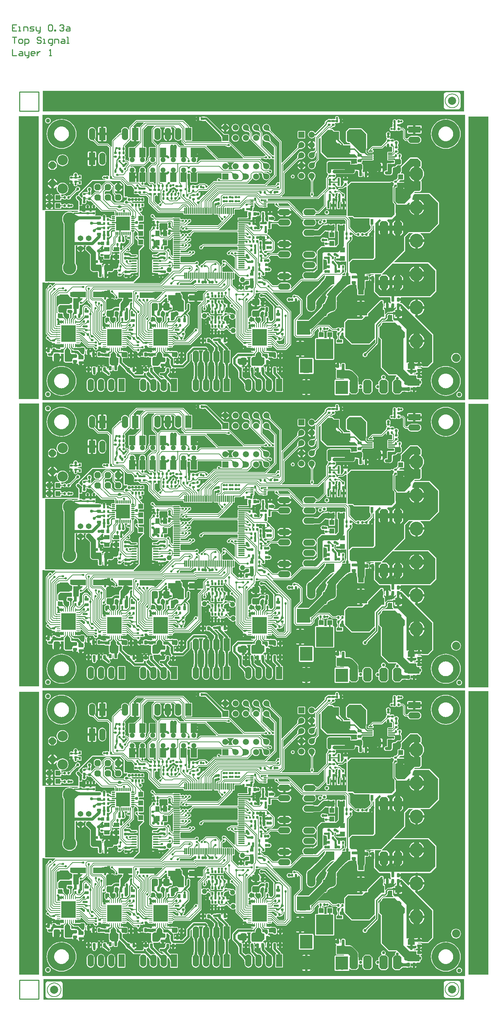
<source format=gtl>
G04 Layer_Physical_Order=1*
G04 Layer_Color=255*
%FSLAX24Y24*%
%MOIN*%
G70*
G01*
G75*
%ADD10C,0.0070*%
G04:AMPARAMS|DCode=11|XSize=78.7mil|YSize=78.7mil|CornerRadius=39.4mil|HoleSize=0mil|Usage=FLASHONLY|Rotation=90.000|XOffset=0mil|YOffset=0mil|HoleType=Round|Shape=RoundedRectangle|*
%AMROUNDEDRECTD11*
21,1,0.0787,0.0000,0,0,90.0*
21,1,0.0000,0.0787,0,0,90.0*
1,1,0.0787,0.0000,0.0000*
1,1,0.0787,0.0000,0.0000*
1,1,0.0787,0.0000,0.0000*
1,1,0.0787,0.0000,0.0000*
%
%ADD11ROUNDEDRECTD11*%
%ADD12C,0.0100*%
%ADD13C,0.0650*%
%ADD14C,0.0200*%
%ADD15C,0.0080*%
%ADD16R,0.0402X0.0118*%
G04:AMPARAMS|DCode=17|XSize=105mil|YSize=105mil|CornerRadius=26.2mil|HoleSize=0mil|Usage=FLASHONLY|Rotation=180.000|XOffset=0mil|YOffset=0mil|HoleType=Round|Shape=RoundedRectangle|*
%AMROUNDEDRECTD17*
21,1,0.1050,0.0525,0,0,180.0*
21,1,0.0525,0.1050,0,0,180.0*
1,1,0.0525,-0.0262,0.0262*
1,1,0.0525,0.0262,0.0262*
1,1,0.0525,0.0262,-0.0262*
1,1,0.0525,-0.0262,-0.0262*
%
%ADD17ROUNDEDRECTD17*%
G04:AMPARAMS|DCode=18|XSize=22mil|YSize=24mil|CornerRadius=4.4mil|HoleSize=0mil|Usage=FLASHONLY|Rotation=180.000|XOffset=0mil|YOffset=0mil|HoleType=Round|Shape=RoundedRectangle|*
%AMROUNDEDRECTD18*
21,1,0.0220,0.0152,0,0,180.0*
21,1,0.0132,0.0240,0,0,180.0*
1,1,0.0088,-0.0066,0.0076*
1,1,0.0088,0.0066,0.0076*
1,1,0.0088,0.0066,-0.0076*
1,1,0.0088,-0.0066,-0.0076*
%
%ADD18ROUNDEDRECTD18*%
%ADD19R,0.0280X0.0560*%
%ADD20R,0.1970X0.1700*%
%ADD21R,0.1700X0.1970*%
%ADD22R,0.0560X0.0280*%
%ADD23R,0.0315X0.0118*%
G04:AMPARAMS|DCode=24|XSize=22mil|YSize=24mil|CornerRadius=4.4mil|HoleSize=0mil|Usage=FLASHONLY|Rotation=270.000|XOffset=0mil|YOffset=0mil|HoleType=Round|Shape=RoundedRectangle|*
%AMROUNDEDRECTD24*
21,1,0.0220,0.0152,0,0,270.0*
21,1,0.0132,0.0240,0,0,270.0*
1,1,0.0088,-0.0076,-0.0066*
1,1,0.0088,-0.0076,0.0066*
1,1,0.0088,0.0076,0.0066*
1,1,0.0088,0.0076,-0.0066*
%
%ADD24ROUNDEDRECTD24*%
G04:AMPARAMS|DCode=25|XSize=29.1mil|YSize=39.4mil|CornerRadius=5.8mil|HoleSize=0mil|Usage=FLASHONLY|Rotation=180.000|XOffset=0mil|YOffset=0mil|HoleType=Round|Shape=RoundedRectangle|*
%AMROUNDEDRECTD25*
21,1,0.0291,0.0277,0,0,180.0*
21,1,0.0175,0.0394,0,0,180.0*
1,1,0.0117,-0.0087,0.0139*
1,1,0.0117,0.0087,0.0139*
1,1,0.0117,0.0087,-0.0139*
1,1,0.0117,-0.0087,-0.0139*
%
%ADD25ROUNDEDRECTD25*%
G04:AMPARAMS|DCode=26|XSize=29.1mil|YSize=39.4mil|CornerRadius=5.8mil|HoleSize=0mil|Usage=FLASHONLY|Rotation=270.000|XOffset=0mil|YOffset=0mil|HoleType=Round|Shape=RoundedRectangle|*
%AMROUNDEDRECTD26*
21,1,0.0291,0.0277,0,0,270.0*
21,1,0.0175,0.0394,0,0,270.0*
1,1,0.0117,-0.0139,-0.0087*
1,1,0.0117,-0.0139,0.0087*
1,1,0.0117,0.0139,0.0087*
1,1,0.0117,0.0139,-0.0087*
%
%ADD26ROUNDEDRECTD26*%
%ADD27R,0.0551X0.1339*%
%ADD28R,0.1339X0.0551*%
G04:AMPARAMS|DCode=29|XSize=52mil|YSize=60mil|CornerRadius=13mil|HoleSize=0mil|Usage=FLASHONLY|Rotation=0.000|XOffset=0mil|YOffset=0mil|HoleType=Round|Shape=RoundedRectangle|*
%AMROUNDEDRECTD29*
21,1,0.0520,0.0340,0,0,0.0*
21,1,0.0260,0.0600,0,0,0.0*
1,1,0.0260,0.0130,-0.0170*
1,1,0.0260,-0.0130,-0.0170*
1,1,0.0260,-0.0130,0.0170*
1,1,0.0260,0.0130,0.0170*
%
%ADD29ROUNDEDRECTD29*%
G04:AMPARAMS|DCode=30|XSize=52mil|YSize=60mil|CornerRadius=13mil|HoleSize=0mil|Usage=FLASHONLY|Rotation=270.000|XOffset=0mil|YOffset=0mil|HoleType=Round|Shape=RoundedRectangle|*
%AMROUNDEDRECTD30*
21,1,0.0520,0.0340,0,0,270.0*
21,1,0.0260,0.0600,0,0,270.0*
1,1,0.0260,-0.0170,-0.0130*
1,1,0.0260,-0.0170,0.0130*
1,1,0.0260,0.0170,0.0130*
1,1,0.0260,0.0170,-0.0130*
%
%ADD30ROUNDEDRECTD30*%
%ADD31R,0.0433X0.0669*%
%ADD32R,0.0217X0.0197*%
G04:AMPARAMS|DCode=33|XSize=63mil|YSize=71mil|CornerRadius=15.8mil|HoleSize=0mil|Usage=FLASHONLY|Rotation=180.000|XOffset=0mil|YOffset=0mil|HoleType=Round|Shape=RoundedRectangle|*
%AMROUNDEDRECTD33*
21,1,0.0630,0.0395,0,0,180.0*
21,1,0.0315,0.0710,0,0,180.0*
1,1,0.0315,-0.0158,0.0198*
1,1,0.0315,0.0158,0.0198*
1,1,0.0315,0.0158,-0.0198*
1,1,0.0315,-0.0158,-0.0198*
%
%ADD33ROUNDEDRECTD33*%
G04:AMPARAMS|DCode=34|XSize=63mil|YSize=71mil|CornerRadius=15.8mil|HoleSize=0mil|Usage=FLASHONLY|Rotation=90.000|XOffset=0mil|YOffset=0mil|HoleType=Round|Shape=RoundedRectangle|*
%AMROUNDEDRECTD34*
21,1,0.0630,0.0395,0,0,90.0*
21,1,0.0315,0.0710,0,0,90.0*
1,1,0.0315,0.0198,0.0158*
1,1,0.0315,0.0198,-0.0158*
1,1,0.0315,-0.0198,-0.0158*
1,1,0.0315,-0.0198,0.0158*
%
%ADD34ROUNDEDRECTD34*%
%ADD35R,0.0200X0.0260*%
%ADD36R,0.0354X0.1299*%
G04:AMPARAMS|DCode=37|XSize=11mil|YSize=31.5mil|CornerRadius=4.4mil|HoleSize=0mil|Usage=FLASHONLY|Rotation=180.000|XOffset=0mil|YOffset=0mil|HoleType=Round|Shape=RoundedRectangle|*
%AMROUNDEDRECTD37*
21,1,0.0110,0.0227,0,0,180.0*
21,1,0.0022,0.0315,0,0,180.0*
1,1,0.0088,-0.0011,0.0113*
1,1,0.0088,0.0011,0.0113*
1,1,0.0088,0.0011,-0.0113*
1,1,0.0088,-0.0011,-0.0113*
%
%ADD37ROUNDEDRECTD37*%
G04:AMPARAMS|DCode=38|XSize=11mil|YSize=31.5mil|CornerRadius=4.4mil|HoleSize=0mil|Usage=FLASHONLY|Rotation=270.000|XOffset=0mil|YOffset=0mil|HoleType=Round|Shape=RoundedRectangle|*
%AMROUNDEDRECTD38*
21,1,0.0110,0.0227,0,0,270.0*
21,1,0.0022,0.0315,0,0,270.0*
1,1,0.0088,-0.0113,-0.0011*
1,1,0.0088,-0.0113,0.0011*
1,1,0.0088,0.0113,0.0011*
1,1,0.0088,0.0113,-0.0011*
%
%ADD38ROUNDEDRECTD38*%
%ADD39R,0.1370X0.1370*%
%ADD40R,0.0500X0.0150*%
G04:AMPARAMS|DCode=41|XSize=40mil|YSize=40mil|CornerRadius=20mil|HoleSize=0mil|Usage=FLASHONLY|Rotation=0.000|XOffset=0mil|YOffset=0mil|HoleType=Round|Shape=RoundedRectangle|*
%AMROUNDEDRECTD41*
21,1,0.0400,0.0000,0,0,0.0*
21,1,0.0000,0.0400,0,0,0.0*
1,1,0.0400,0.0000,0.0000*
1,1,0.0400,0.0000,0.0000*
1,1,0.0400,0.0000,0.0000*
1,1,0.0400,0.0000,0.0000*
%
%ADD41ROUNDEDRECTD41*%
%ADD42R,0.0120X0.0600*%
%ADD43R,0.0600X0.0120*%
%ADD44C,0.0600*%
%ADD45R,0.0240X0.0600*%
%ADD46R,0.0480X0.0480*%
%ADD47R,0.0346X0.0264*%
%ADD48R,0.0264X0.0346*%
%ADD49R,0.0709X0.0543*%
%ADD50R,0.0543X0.0709*%
%ADD51R,0.0520X0.0420*%
%ADD52R,0.0236X0.0315*%
%ADD53R,0.0138X0.0236*%
%ADD54R,0.0790X0.0790*%
%ADD55R,0.0200X0.0280*%
%ADD56R,0.0790X0.0790*%
%ADD57R,0.1260X0.0630*%
%ADD58R,0.0240X0.0240*%
%ADD59R,0.0480X0.0480*%
%ADD60R,0.0420X0.0520*%
%ADD61R,0.2008X0.0782*%
G04:AMPARAMS|DCode=62|XSize=50mil|YSize=50mil|CornerRadius=25mil|HoleSize=0mil|Usage=FLASHONLY|Rotation=270.000|XOffset=0mil|YOffset=0mil|HoleType=Round|Shape=RoundedRectangle|*
%AMROUNDEDRECTD62*
21,1,0.0500,0.0000,0,0,270.0*
21,1,0.0000,0.0500,0,0,270.0*
1,1,0.0500,0.0000,0.0000*
1,1,0.0500,0.0000,0.0000*
1,1,0.0500,0.0000,0.0000*
1,1,0.0500,0.0000,0.0000*
%
%ADD62ROUNDEDRECTD62*%
%ADD63R,0.1417X0.1614*%
%ADD64O,0.0098X0.0335*%
%ADD65O,0.0335X0.0098*%
%ADD66R,0.0591X0.0917*%
%ADD67C,0.0150*%
%ADD68C,0.1000*%
%ADD69C,0.0300*%
%ADD70C,0.0220*%
%ADD71C,0.0120*%
%ADD72C,0.0115*%
%ADD73C,0.0095*%
%ADD74C,0.0240*%
%ADD75C,0.0500*%
%ADD76C,0.0160*%
%ADD77C,0.0350*%
%ADD78C,0.0110*%
%ADD79C,0.0320*%
%ADD80C,0.0700*%
%ADD81C,0.0360*%
%ADD82C,0.0400*%
%ADD83C,0.0250*%
%ADD84C,0.0130*%
%ADD85C,0.0140*%
%ADD86C,0.0750*%
%ADD87C,0.0270*%
%ADD88C,0.0090*%
%ADD89C,0.0450*%
%ADD90R,0.1320X0.1255*%
%ADD91R,0.1380X0.1160*%
%ADD92R,0.1230X0.1310*%
%ADD93R,0.1220X0.1330*%
%ADD94R,0.1230X0.1350*%
%ADD95R,0.1220X0.1340*%
%ADD96R,0.1280X0.1320*%
%ADD97R,0.1320X0.1320*%
%ADD98R,0.0591X0.0591*%
%ADD99C,0.0591*%
%ADD100O,0.0600X0.1200*%
%ADD101R,0.0600X0.1200*%
%ADD102R,0.0591X0.0591*%
%ADD103O,0.1300X0.1360*%
%ADD104O,0.1200X0.0600*%
%ADD105O,0.0825X0.1650*%
G04:AMPARAMS|DCode=106|XSize=133mil|YSize=83mil|CornerRadius=0mil|HoleSize=0mil|Usage=FLASHONLY|Rotation=270.000|XOffset=0mil|YOffset=0mil|HoleType=Round|Shape=Octagon|*
%AMOCTAGOND106*
4,1,8,-0.0208,-0.0665,0.0208,-0.0665,0.0415,-0.0457,0.0415,0.0457,0.0208,0.0665,-0.0208,0.0665,-0.0415,0.0457,-0.0415,-0.0457,-0.0208,-0.0665,0.0*
%
%ADD106OCTAGOND106*%

%ADD107P,0.0671X8X22.5*%
%ADD108C,0.1305*%
%ADD109C,0.0540*%
%ADD110C,0.1000*%
%ADD111P,0.0758X8X292.5*%
%ADD112C,0.0800*%
%ADD113R,0.1200X0.0600*%
%ADD114C,0.0504*%
%ADD115C,0.0220*%
%ADD116C,0.0300*%
%ADD117C,0.0320*%
G36*
X52953Y95955D02*
X11968D01*
Y97953D01*
X52953D01*
Y95955D01*
D02*
G37*
G36*
X40649Y95244D02*
X40676D01*
X40670Y95239D01*
X40666Y95232D01*
X40662Y95225D01*
X40658Y95218D01*
X40655Y95210D01*
X40654Y95204D01*
X40656Y95195D01*
X40660Y95183D01*
X40665Y95173D01*
X40671Y95163D01*
X40678Y95154D01*
X40686Y95146D01*
X40695Y95140D01*
X40502D01*
X40511Y95146D01*
X40519Y95154D01*
X40526Y95163D01*
X40532Y95173D01*
X40537Y95183D01*
X40541Y95195D01*
X40543Y95204D01*
X40542Y95210D01*
X40539Y95218D01*
X40535Y95225D01*
X40531Y95232D01*
X40527Y95239D01*
X40521Y95244D01*
X40548D01*
X40549Y95252D01*
X40648D01*
X40649Y95244D01*
D02*
G37*
G36*
X27525Y95366D02*
X27535Y95363D01*
X27548Y95361D01*
X27565Y95359D01*
X27636Y95354D01*
X27737Y95353D01*
Y95153D01*
X27700Y95153D01*
X27535Y95142D01*
X27525Y95140D01*
X27518Y95136D01*
Y95369D01*
X27525Y95366D01*
D02*
G37*
G36*
X40498Y95035D02*
Y94933D01*
X40497Y94943D01*
X40497Y94944D01*
X40496Y94936D01*
X40495Y94945D01*
X40493Y94952D01*
X40488Y94959D01*
X40481Y94965D01*
X40471Y94970D01*
X40459Y94975D01*
X40445Y94978D01*
X40428Y94981D01*
X40417Y94982D01*
X40410Y94981D01*
X40396Y94979D01*
X40383Y94976D01*
X40371Y94972D01*
X40360Y94967D01*
X40350Y94961D01*
X40342Y94954D01*
X40334Y94947D01*
X40328Y94938D01*
Y95132D01*
X40335Y95123D01*
X40342Y95115D01*
X40351Y95108D01*
X40361Y95102D01*
X40372Y95097D01*
X40384Y95093D01*
X40396Y95089D01*
X40410Y95087D01*
X40418Y95086D01*
X40429Y95087D01*
X40445Y95090D01*
X40459Y95093D01*
X40472Y95098D01*
X40482Y95103D01*
X40489Y95109D01*
X40494Y95116D01*
X40497Y95123D01*
X40498Y95132D01*
Y95124D01*
X40498Y95125D01*
X40500Y95135D01*
X40498Y95035D01*
D02*
G37*
G36*
X40114Y94938D02*
X40108Y94947D01*
X40100Y94954D01*
X40092Y94961D01*
X40082Y94967D01*
X40071Y94972D01*
X40059Y94976D01*
X40046Y94979D01*
X40033Y94981D01*
X40021Y94982D01*
X40010Y94981D01*
X39996Y94979D01*
X39983Y94976D01*
X39971Y94972D01*
X39960Y94967D01*
X39950Y94961D01*
X39942Y94954D01*
X39934Y94947D01*
X39928Y94938D01*
Y95132D01*
X39935Y95123D01*
X39942Y95115D01*
X39951Y95108D01*
X39961Y95102D01*
X39972Y95097D01*
X39984Y95093D01*
X39996Y95089D01*
X40010Y95087D01*
X40021Y95086D01*
X40032Y95087D01*
X40046Y95089D01*
X40059Y95093D01*
X40070Y95097D01*
X40081Y95102D01*
X40091Y95108D01*
X40100Y95115D01*
X40107Y95123D01*
X40114Y95132D01*
Y94938D01*
D02*
G37*
G36*
X53050Y67895D02*
X11910D01*
Y79348D01*
X12122D01*
X12123Y79347D01*
X12156Y79325D01*
X12195Y79317D01*
X13173D01*
X13178Y79267D01*
X13173Y79266D01*
X13137Y79242D01*
X12905Y79011D01*
X12851Y79027D01*
X12848Y79043D01*
X12808Y79103D01*
X12749Y79142D01*
X12679Y79156D01*
X12608Y79142D01*
X12549Y79103D01*
X12520Y79060D01*
X12514Y79056D01*
X12498Y79046D01*
X12498Y79045D01*
X12496Y79044D01*
X12486Y79028D01*
X12475Y79013D01*
X12475Y79012D01*
X12474Y79011D01*
X12471Y78993D01*
X12467Y78974D01*
X12466Y78968D01*
X12466Y78966D01*
X12466Y78965D01*
X12466Y78964D01*
X12465Y78963D01*
X12465Y78961D01*
X12464Y78960D01*
X12463Y78958D01*
X12461Y78956D01*
X12457Y78951D01*
X12447Y78936D01*
X12437Y78921D01*
X12437Y78919D01*
X12436Y78918D01*
X12433Y78900D01*
X12429Y78882D01*
X12289Y78742D01*
X12265Y78706D01*
X12256Y78663D01*
X12256Y78663D01*
Y74393D01*
X12256Y74393D01*
X12265Y74350D01*
X12289Y74313D01*
X12411Y74192D01*
X12394Y74138D01*
X12368Y74132D01*
X12309Y74093D01*
X12269Y74033D01*
X12255Y73963D01*
X12269Y73893D01*
X12309Y73833D01*
X12352Y73804D01*
X12355Y73799D01*
X12364Y73784D01*
X12366Y73783D01*
X12368Y73781D01*
X12382Y73771D01*
X12396Y73760D01*
X12399Y73760D01*
X12401Y73759D01*
X12418Y73755D01*
X12431Y73752D01*
X12432Y73752D01*
X12432Y73752D01*
X12433Y73751D01*
X12434Y73751D01*
X12443Y73743D01*
X12449Y73738D01*
X12465Y73728D01*
X12480Y73717D01*
X12481Y73717D01*
X12482Y73716D01*
X12501Y73713D01*
X12519Y73710D01*
X12605Y73623D01*
X12612Y73616D01*
X12652Y73590D01*
X12699Y73580D01*
X12737D01*
X12752Y73570D01*
X12767Y73560D01*
X12769Y73559D01*
X12770Y73559D01*
X12788Y73555D01*
X12806Y73551D01*
X12815Y73551D01*
X12830Y73532D01*
X12840Y73515D01*
D01*
X12840Y73514D01*
X12844Y73504D01*
X12841Y73483D01*
X12817Y73448D01*
X12816Y73446D01*
X13029D01*
Y73326D01*
X13138D01*
X13147Y73378D01*
X13147Y73369D01*
X13148Y73361D01*
X13152Y73354D01*
X13159Y73347D01*
X13167Y73342D01*
X13178Y73338D01*
X13191Y73335D01*
X13206Y73332D01*
X13223Y73331D01*
X13243Y73330D01*
X13236Y73250D01*
X13250Y73251D01*
X13251Y73260D01*
Y73349D01*
D01*
X13253Y73351D01*
X13301Y73371D01*
X13320Y73359D01*
X13325Y73355D01*
X13372Y73346D01*
X13558D01*
X13592Y73326D01*
X13614Y73329D01*
X13614Y73330D01*
X13628Y73331D01*
X13655Y73333D01*
X13668Y73336D01*
X13680Y73339D01*
X13692Y73343D01*
X13704Y73347D01*
X13715Y73353D01*
X13726Y73358D01*
X13737Y73365D01*
X13730Y73322D01*
X13756D01*
Y73160D01*
X13766Y73160D01*
Y73065D01*
X13732Y73065D01*
X13737Y73038D01*
X13729Y73043D01*
X13719Y73048D01*
X13709Y73052D01*
X13698Y73056D01*
X13687Y73059D01*
X13674Y73061D01*
X13670Y73061D01*
X13609Y73058D01*
X13615Y73025D01*
X13648Y72976D01*
X13654Y72912D01*
X13608Y72866D01*
X13491D01*
X13484Y72871D01*
X13473Y72881D01*
X13468Y72883D01*
X13463Y72886D01*
X13449Y72889D01*
X13435Y72894D01*
X13430Y72893D01*
X13424Y72895D01*
X13378Y72896D01*
X13341Y72899D01*
X13310Y72904D01*
X13288Y72909D01*
X13273Y72915D01*
X13272Y72916D01*
X13272Y72917D01*
X13269Y72931D01*
X13267Y72945D01*
X13264Y72950D01*
X13263Y72955D01*
X13254Y72967D01*
X13247Y72979D01*
X13242Y72983D01*
X13239Y72987D01*
X13227Y72995D01*
X13216Y73003D01*
X13210Y73005D01*
X13205Y73008D01*
X13191Y73010D01*
X13177Y73014D01*
X13171Y73013D01*
X13165Y73014D01*
X13152Y73011D01*
X13140Y73009D01*
X13124Y73012D01*
X12949D01*
X12899Y73002D01*
X12856Y72974D01*
X12828Y72931D01*
X12818Y72881D01*
Y72819D01*
X12800Y72805D01*
X12750Y72830D01*
Y72881D01*
X12737Y72943D01*
X12702Y72995D01*
X12650Y73030D01*
X12647Y73031D01*
X12642Y72904D01*
X12621Y72907D01*
Y72743D01*
X12501D01*
Y72623D01*
X12252D01*
Y72604D01*
X12264Y72542D01*
X12299Y72490D01*
X12352Y72455D01*
X12366Y72452D01*
X12390Y72397D01*
X12389Y72397D01*
X12375Y72323D01*
X12390Y72249D01*
X12432Y72186D01*
X12494Y72144D01*
X12569Y72129D01*
X12722D01*
X12755Y72136D01*
X12788Y72129D01*
X12841Y72140D01*
X12891Y72107D01*
Y71865D01*
X12900Y71798D01*
X12926Y71735D01*
X12967Y71682D01*
X13021Y71640D01*
X13027Y71638D01*
X13017Y71781D01*
X13014Y71786D01*
X13189Y71733D01*
Y72063D01*
X13309D01*
Y72063D01*
Y72183D01*
X13726D01*
Y72260D01*
X13717Y72327D01*
X13699Y72370D01*
X13732Y72414D01*
X13749Y72411D01*
X13977D01*
Y71733D01*
X13984Y71694D01*
X14006Y71661D01*
X14116Y71551D01*
X14149Y71529D01*
X14188Y71521D01*
X14728D01*
X14760Y71527D01*
X14811Y71526D01*
X14846Y71474D01*
X14898Y71439D01*
X14919Y71434D01*
X14919Y71546D01*
X14978Y71542D01*
Y71675D01*
X15218D01*
Y71426D01*
X15237D01*
X15299Y71439D01*
X15319Y71452D01*
X15330Y71451D01*
X15373Y71428D01*
X15381Y71386D01*
X15416Y71334D01*
X15468Y71299D01*
X15487Y71295D01*
X15479Y71420D01*
X15476Y71425D01*
X15548Y71416D01*
Y71535D01*
X15668D01*
Y71655D01*
X15962D01*
X15956Y71684D01*
X15921Y71737D01*
X15920Y71740D01*
X15927Y71793D01*
X15944Y71804D01*
X16000Y71861D01*
X16022Y71894D01*
X16030Y71933D01*
Y72183D01*
X16022Y72222D01*
X16000Y72255D01*
X15987Y72268D01*
X16004Y72322D01*
X16008Y72323D01*
X16051Y72352D01*
X16079Y72394D01*
X16089Y72444D01*
Y72667D01*
X16107Y72687D01*
X16157Y72667D01*
Y72444D01*
X16170Y72382D01*
X16205Y72330D01*
X16257Y72295D01*
X16286Y72289D01*
Y72583D01*
Y72876D01*
X16257Y72870D01*
X16205Y72835D01*
X16170Y72783D01*
X16164Y72754D01*
X16164Y72753D01*
X16122Y72757D01*
Y72757D01*
X16114Y72757D01*
X16114Y72759D01*
X16110Y72915D01*
X16106Y72933D01*
X16103Y72952D01*
X16102Y72953D01*
X16102Y72954D01*
X16091Y72969D01*
X16081Y72985D01*
X16080Y72985D01*
X16079Y72986D01*
X16063Y72996D01*
X16052Y73004D01*
X16031Y73035D01*
X15975Y73073D01*
X15908Y73086D01*
X15780D01*
X15728Y73096D01*
X15658Y73082D01*
X15599Y73043D01*
X15594Y73036D01*
X15390D01*
X15373Y73039D01*
X15372Y73039D01*
X15370Y73039D01*
X15356Y73036D01*
X15316D01*
X15284Y73075D01*
X15285Y73082D01*
X15276D01*
X15276Y73075D01*
X15259Y73075D01*
X15228Y73073D01*
X15216Y73071D01*
X15204Y73069D01*
X15194Y73066D01*
X15185Y73062D01*
X15178Y73058D01*
X15173Y73054D01*
X15168Y73049D01*
X15171Y73082D01*
X15134D01*
Y73322D01*
X15171D01*
X15168Y73354D01*
X15174Y73348D01*
X15180Y73342D01*
X15188Y73337D01*
X15197Y73333D01*
X15207Y73329D01*
X15219Y73326D01*
X15231Y73323D01*
X15245Y73322D01*
X15289D01*
X15332Y73346D01*
X15518D01*
X15564Y73355D01*
X15604Y73382D01*
X15630Y73421D01*
X15639Y73467D01*
X15630Y73514D01*
D01*
X15661Y73535D01*
X15677Y73546D01*
X15694Y73557D01*
X15694Y73557D01*
X15743D01*
X16283Y73017D01*
X16318Y72994D01*
X16358Y72986D01*
X16864D01*
X16865Y72978D01*
X16865Y72966D01*
X16868Y72959D01*
X16870Y72951D01*
X16876Y72940D01*
X16881Y72929D01*
X16887Y72924D01*
X16891Y72917D01*
X16895Y72913D01*
X16896Y72911D01*
X16898Y72908D01*
X16900Y72905D01*
X16902Y72902D01*
X16903Y72898D01*
X16905Y72894D01*
X16909Y72880D01*
X16911Y72872D01*
X16918Y72854D01*
X16925Y72836D01*
X16926Y72836D01*
X16926Y72835D01*
X16940Y72822D01*
X16954Y72808D01*
X16954Y72808D01*
X16955Y72807D01*
X16973Y72800D01*
X16979Y72797D01*
X16989Y72783D01*
X17048Y72743D01*
X17119Y72729D01*
X17189Y72743D01*
X17248Y72783D01*
X17259Y72800D01*
X17309Y72816D01*
X17321Y72808D01*
X17356Y72784D01*
X17369Y72782D01*
Y72986D01*
X17608D01*
Y72782D01*
X17621Y72784D01*
X17668Y72816D01*
X17700Y72864D01*
X17711Y72920D01*
Y73004D01*
X17752Y73019D01*
X17761Y73020D01*
X17799Y72995D01*
X17846Y72986D01*
X18032D01*
X18074Y72962D01*
X18142D01*
X18159Y72968D01*
X18174Y72976D01*
X18186Y72985D01*
X18195Y72994D01*
X18197Y72962D01*
X18230D01*
Y72722D01*
X18209D01*
X18211Y72678D01*
X18196Y72687D01*
X18180Y72694D01*
X18160Y72701D01*
X18139Y72707D01*
X18115Y72712D01*
X18079Y72716D01*
X18089Y72665D01*
X18122Y72616D01*
X18165Y72587D01*
X18168Y72553D01*
X18166Y72534D01*
X18166Y72533D01*
X18156Y72525D01*
X17989D01*
X17949Y72517D01*
X17934Y72506D01*
X17827D01*
X17823Y72513D01*
X17821Y72514D01*
X17821Y72515D01*
X17805Y72525D01*
X17790Y72536D01*
X17789Y72536D01*
X17788Y72537D01*
X17770Y72541D01*
X17752Y72545D01*
X17694Y72546D01*
X17674Y72548D01*
X17661Y72550D01*
X17656Y72558D01*
X17649Y72564D01*
X17642Y72571D01*
X17633Y72575D01*
X17624Y72582D01*
X17624Y72582D01*
X17616Y72594D01*
X17574Y72622D01*
X17524Y72632D01*
X17349D01*
X17299Y72622D01*
X17256Y72594D01*
X17228Y72551D01*
X17218Y72501D01*
Y72224D01*
X17228Y72174D01*
X17256Y72132D01*
X17275Y72120D01*
X17276Y72118D01*
X17283Y72083D01*
X17553D01*
X17559Y72081D01*
X17559Y72081D01*
X17559Y72081D01*
X17570Y72083D01*
X17944D01*
X17975Y72053D01*
X18008Y72030D01*
X18047Y72023D01*
X18363D01*
X18393Y71973D01*
X18379Y71900D01*
Y71505D01*
X18397Y71416D01*
X18446Y71343D01*
X18444Y71334D01*
X18436Y71310D01*
X18433Y71302D01*
X18425Y71293D01*
X18423D01*
X18366Y71281D01*
X18434Y71223D01*
X18468Y71200D01*
X18497Y71183D01*
X18524Y71171D01*
X18547Y71166D01*
X18567Y71168D01*
X18584Y71175D01*
X18597Y71188D01*
X18366Y70855D01*
X18375Y70873D01*
X18379Y70893D01*
X18378Y70916D01*
X18371Y70941D01*
X18359Y70968D01*
X18343Y70997D01*
X18321Y71029D01*
X18293Y71063D01*
X18262Y71099D01*
Y70952D01*
X18212Y70937D01*
X18196Y70964D01*
X18187Y70985D01*
X18184Y70997D01*
X18184Y71000D01*
X18187Y71007D01*
X18191Y71019D01*
X18196Y71030D01*
X18196Y71038D01*
X18198Y71045D01*
X18196Y71057D01*
X18197Y71070D01*
X18194Y71077D01*
X18193Y71084D01*
X18187Y71095D01*
X18183Y71107D01*
X18177Y71113D01*
X18174Y71119D01*
X18164Y71127D01*
X18155Y71136D01*
X18148Y71139D01*
X18143Y71144D01*
X18130Y71147D01*
X18119Y71152D01*
X18111Y71153D01*
X18104Y71155D01*
X18092Y71153D01*
X18088Y71153D01*
X18044Y71162D01*
X17869D01*
X17819Y71152D01*
X17776Y71124D01*
X17748Y71081D01*
X17738Y71031D01*
Y70754D01*
X17747Y70710D01*
X17747Y70704D01*
X17746Y70685D01*
X17746Y70684D01*
X17746Y70683D01*
X17753Y70666D01*
X17759Y70648D01*
X17760Y70647D01*
X17760Y70646D01*
X17773Y70632D01*
X17786Y70618D01*
X17787Y70618D01*
X17788Y70617D01*
X17805Y70610D01*
X17822Y70601D01*
X17841Y70597D01*
X17858Y70591D01*
X17876Y70583D01*
X17895Y70573D01*
X17941Y70543D01*
X17963Y70526D01*
X18017Y70480D01*
X18044Y70453D01*
X18047Y70451D01*
X18049Y70449D01*
X18064Y70441D01*
X18078Y70431D01*
X18081Y70431D01*
X18084Y70429D01*
X18100Y70427D01*
X18112Y70425D01*
X18212Y70326D01*
X18274Y70284D01*
X18348Y70269D01*
X18423Y70284D01*
X18485Y70326D01*
X18527Y70389D01*
X18542Y70463D01*
X18527Y70537D01*
X18485Y70600D01*
X18442Y70643D01*
X18463Y70693D01*
X18598D01*
X18660Y70705D01*
X18712Y70740D01*
X18747Y70792D01*
X18760Y70854D01*
Y71075D01*
X18810Y71098D01*
X18812Y71096D01*
X18828Y71078D01*
Y70854D01*
X18838Y70804D01*
X18866Y70762D01*
X18909Y70733D01*
X18959Y70723D01*
X19134D01*
X19184Y70733D01*
X19226Y70762D01*
X19254Y70804D01*
X19264Y70854D01*
Y71087D01*
X19272Y71100D01*
X19282Y71115D01*
X19282Y71117D01*
X19284Y71120D01*
X19286Y71137D01*
X19289Y71154D01*
X19289Y71156D01*
X19289Y71159D01*
X19285Y71176D01*
X19282Y71193D01*
X19281Y71194D01*
X19280Y71197D01*
X19354Y71271D01*
X19376Y71304D01*
X19384Y71343D01*
Y71358D01*
X19430Y71377D01*
X19864Y70944D01*
X19865Y70942D01*
X19864Y70936D01*
X19868Y70923D01*
X19871Y70909D01*
X19874Y70904D01*
X19876Y70898D01*
X19885Y70887D01*
X19892Y70876D01*
X19920Y70847D01*
X19943Y70821D01*
X19985Y70770D01*
X20000Y70749D01*
X20013Y70728D01*
X20023Y70708D01*
X20031Y70691D01*
X20036Y70675D01*
X20041Y70657D01*
X20049Y70640D01*
X20056Y70624D01*
X20057Y70622D01*
X20058Y70621D01*
X20071Y70609D01*
X20085Y70596D01*
X20085Y70596D01*
X20097Y70583D01*
X20110Y70569D01*
X20111Y70568D01*
X20111Y70568D01*
X20129Y70560D01*
X20146Y70552D01*
X20165Y70547D01*
X20180Y70541D01*
X20198Y70534D01*
X20217Y70523D01*
X20238Y70510D01*
X20259Y70496D01*
X20338Y70430D01*
X20365Y70403D01*
X20367Y70402D01*
X20368Y70400D01*
X20383Y70391D01*
X20398Y70381D01*
X20400Y70381D01*
X20402Y70380D01*
X20420Y70378D01*
X20433Y70375D01*
X20742Y70066D01*
X20805Y70024D01*
X20879Y70009D01*
X21480D01*
X21497Y69959D01*
X21464Y69934D01*
X21405Y69857D01*
X21368Y69767D01*
X21355Y69670D01*
Y69070D01*
X21368Y68973D01*
X21405Y68883D01*
X21464Y68806D01*
X21542Y68747D01*
X21632Y68710D01*
X21728Y68697D01*
X21825Y68710D01*
X21915Y68747D01*
X21992Y68806D01*
X22052Y68883D01*
X22089Y68973D01*
X22102Y69070D01*
Y69670D01*
X22100Y69680D01*
X22100Y69680D01*
X22146Y69713D01*
X22153Y69709D01*
X22163Y69699D01*
X22163Y69696D01*
X22169Y69687D01*
X22173Y69676D01*
X22180Y69670D01*
X22185Y69662D01*
X22222Y69623D01*
X22253Y69588D01*
X22278Y69555D01*
X22298Y69525D01*
X22313Y69499D01*
X22324Y69475D01*
X22330Y69456D01*
X22332Y69441D01*
X22332Y69429D01*
X22329Y69411D01*
X22329Y69396D01*
X22328Y69380D01*
X22330Y69376D01*
X22330Y69371D01*
X22336Y69357D01*
X22341Y69343D01*
X22344Y69339D01*
X22346Y69335D01*
X22355Y69326D01*
Y69070D01*
X22368Y68973D01*
X22405Y68883D01*
X22464Y68806D01*
X22542Y68747D01*
X22632Y68710D01*
X22728Y68697D01*
X22825Y68710D01*
X22915Y68747D01*
X22992Y68806D01*
X23052Y68883D01*
X23089Y68973D01*
X23102Y69070D01*
Y69670D01*
X23090Y69760D01*
X23105Y69776D01*
X23132Y69792D01*
X23147Y69783D01*
X23157Y69774D01*
X23157Y69770D01*
X23161Y69757D01*
X23163Y69743D01*
X23167Y69738D01*
X23169Y69732D01*
X23177Y69721D01*
X23185Y69710D01*
X23224Y69669D01*
X23255Y69633D01*
X23282Y69600D01*
X23302Y69569D01*
X23317Y69542D01*
X23327Y69520D01*
X23332Y69502D01*
X23334Y69489D01*
X23334Y69481D01*
X23330Y69465D01*
X23330Y69450D01*
X23327Y69435D01*
X23329Y69430D01*
X23329Y69425D01*
X23334Y69411D01*
X23337Y69397D01*
X23341Y69393D01*
X23342Y69388D01*
X23352Y69377D01*
X23355Y69373D01*
Y69070D01*
X23368Y68973D01*
X23405Y68883D01*
X23464Y68806D01*
X23542Y68747D01*
X23632Y68710D01*
X23728Y68697D01*
X23825Y68710D01*
X23915Y68747D01*
X23992Y68806D01*
X24052Y68883D01*
X24089Y68973D01*
X24102Y69070D01*
Y69608D01*
X24103Y69611D01*
X24152Y69640D01*
X24164Y69632D01*
X24166Y69630D01*
X24176Y69614D01*
X24186Y69599D01*
X24217Y69566D01*
X24242Y69537D01*
X24263Y69508D01*
X24282Y69480D01*
X24297Y69453D01*
X24309Y69427D01*
X24318Y69401D01*
X24324Y69377D01*
X24328Y69353D01*
X24329Y69324D01*
X24333Y69307D01*
X24337Y69290D01*
X24338Y69288D01*
X24339Y69285D01*
X24349Y69272D01*
X24357Y69260D01*
Y68770D01*
X24362Y68743D01*
X24378Y68720D01*
X24401Y68704D01*
X24428Y68699D01*
X25028D01*
X25056Y68704D01*
X25079Y68720D01*
X25094Y68743D01*
X25100Y68770D01*
Y69970D01*
X25094Y69997D01*
X25079Y70021D01*
X25056Y70036D01*
X25028Y70041D01*
X24501D01*
X24488Y70050D01*
X24475Y70060D01*
X24472Y70061D01*
X24468Y70063D01*
X24453Y70066D01*
X24437Y70070D01*
X24433Y70070D01*
X24429Y70071D01*
X24414Y70068D01*
X24398Y70066D01*
X24394Y70064D01*
X24390Y70063D01*
X24377Y70054D01*
X24367Y70048D01*
X24360Y70054D01*
X24331Y70082D01*
X24315Y70092D01*
X24299Y70102D01*
X24298Y70103D01*
X24297Y70103D01*
X24278Y70106D01*
X24263Y70110D01*
X24217Y70155D01*
X24217Y70159D01*
X24217Y70171D01*
X24214Y70178D01*
X24213Y70186D01*
X24206Y70196D01*
X24201Y70208D01*
X24196Y70213D01*
X24192Y70220D01*
X24166Y70249D01*
X24150Y70272D01*
X24140Y70291D01*
X24136Y70307D01*
X24134Y70321D01*
X24136Y70335D01*
X24140Y70352D01*
X24150Y70371D01*
X24166Y70394D01*
X24192Y70423D01*
X24196Y70429D01*
X24273Y70513D01*
X24275Y70516D01*
X24277Y70518D01*
X24292Y70535D01*
X24294Y70539D01*
X24297Y70542D01*
X24305Y70554D01*
X24310Y70566D01*
X24317Y70576D01*
X24319Y70583D01*
X24320Y70589D01*
X24321Y70591D01*
X24321Y70593D01*
X24322Y70601D01*
X24326Y70618D01*
X24325Y70620D01*
X24326Y70623D01*
X24322Y70639D01*
X24329Y70674D01*
Y70951D01*
X24319Y71001D01*
X24291Y71044D01*
X24248Y71072D01*
X24198Y71082D01*
X24023D01*
X23973Y71072D01*
X23931Y71044D01*
X23903Y71001D01*
X23893Y70951D01*
Y70919D01*
X23891Y70917D01*
X23885Y70907D01*
X23877Y70898D01*
X23874Y70890D01*
X23870Y70883D01*
X23869Y70871D01*
X23865Y70860D01*
X23866Y70852D01*
X23865Y70843D01*
X23867Y70832D01*
X23869Y70820D01*
X23872Y70813D01*
X23874Y70805D01*
X23881Y70795D01*
X23885Y70789D01*
X23884Y70788D01*
X23877Y70770D01*
X23861Y70743D01*
X23839Y70711D01*
X23797Y70661D01*
X23750Y70621D01*
X23746Y70618D01*
X23745Y70618D01*
X23731Y70618D01*
X23725Y70615D01*
X23724Y70615D01*
X23666Y70626D01*
X23614Y70616D01*
X23438D01*
X23368Y70602D01*
X23309Y70563D01*
X23269Y70503D01*
X23255Y70433D01*
X23269Y70363D01*
X23309Y70303D01*
X23368Y70263D01*
X23438Y70249D01*
X23549D01*
X23588Y70220D01*
X23592Y70217D01*
X23600Y70199D01*
X23607Y70181D01*
X23607Y70180D01*
X23607Y70180D01*
X23621Y70166D01*
X23635Y70152D01*
X23635Y70152D01*
X23635Y70152D01*
X23654Y70144D01*
X23672Y70137D01*
X23672Y70137D01*
X23672Y70137D01*
X23692Y70133D01*
X23735Y70089D01*
X23713Y70041D01*
X23651Y70033D01*
X23651Y70033D01*
X23645Y70035D01*
X23639Y70038D01*
X23626Y70040D01*
X23612Y70044D01*
X23606Y70043D01*
X23600Y70044D01*
X23586Y70040D01*
X23573Y70038D01*
X23567Y70035D01*
X23561Y70034D01*
X23550Y70025D01*
X23538Y70018D01*
X23493Y70039D01*
X23448Y70076D01*
X23408Y70114D01*
X23404Y70117D01*
X23402Y70120D01*
X23388Y70127D01*
X23374Y70136D01*
X23370Y70137D01*
X23367Y70139D01*
X23351Y70140D01*
X23340Y70142D01*
X23015Y70467D01*
X22892Y70590D01*
X22889Y70605D01*
X22886Y70623D01*
X22885Y70625D01*
X22885Y70627D01*
X22875Y70642D01*
X22865Y70657D01*
X22796Y70731D01*
X22774Y70759D01*
X22757Y70784D01*
X22747Y70800D01*
X22749Y70802D01*
X22751Y70809D01*
X22756Y70816D01*
X22758Y70828D01*
X22762Y70839D01*
X22761Y70847D01*
X22763Y70855D01*
X22760Y70867D01*
X22759Y70879D01*
X22756Y70886D01*
X22754Y70894D01*
X22747Y70904D01*
X22742Y70915D01*
X22736Y70920D01*
X22734Y70922D01*
Y70991D01*
X22724Y71041D01*
X22696Y71084D01*
X22696Y71085D01*
X22715Y71131D01*
X23179D01*
X23218Y71139D01*
X23251Y71161D01*
X23280Y71190D01*
X23333Y71173D01*
X23341Y71136D01*
X23376Y71084D01*
X23428Y71049D01*
X23490Y71036D01*
X23509D01*
Y71285D01*
X23628D01*
Y71405D01*
X23922D01*
X23916Y71434D01*
X23887Y71478D01*
X23883Y71501D01*
X23889Y71540D01*
X23970Y71621D01*
X23992Y71654D01*
X24000Y71693D01*
Y71948D01*
X23993Y71981D01*
X23995Y71987D01*
X23998Y71995D01*
X23999Y71996D01*
X24023Y72031D01*
X24125D01*
X24327Y71829D01*
Y71823D01*
X24324Y71819D01*
X24313Y71801D01*
X24303Y71751D01*
Y71474D01*
X24313Y71424D01*
X24327Y71402D01*
Y71340D01*
X24342Y71266D01*
X24384Y71203D01*
X24463Y71124D01*
X24458Y71074D01*
X24445Y71065D01*
X24410Y71013D01*
X24397Y70951D01*
Y70933D01*
X24895D01*
Y70951D01*
X24891Y70970D01*
X24923Y71009D01*
X25589D01*
X25663Y71024D01*
X25725Y71066D01*
X25939Y71279D01*
X26265Y71606D01*
X26307Y71669D01*
X26322Y71743D01*
Y72321D01*
X26324Y72323D01*
X26423Y72422D01*
X26473Y72401D01*
D01*
Y71826D01*
X26486Y71729D01*
X26510Y71672D01*
X26507Y71663D01*
X26507Y71656D01*
X26505Y71648D01*
X26508Y71636D01*
X26508Y71623D01*
X26512Y71617D01*
X26513Y71609D01*
X26520Y71599D01*
X26525Y71587D01*
X26531Y71582D01*
X26535Y71576D01*
X26546Y71569D01*
X26555Y71561D01*
X26562Y71558D01*
X26568Y71554D01*
X26581Y71552D01*
X26592Y71547D01*
X26592Y71547D01*
X26593Y71546D01*
X26601Y71529D01*
X26608Y71503D01*
X26615Y71469D01*
X26623Y71370D01*
X26625Y71309D01*
X26629Y71291D01*
X26630Y71283D01*
X26632Y71272D01*
X26633Y71272D01*
X26633Y71271D01*
X26644Y71255D01*
X26653Y71242D01*
Y70254D01*
X26644Y70241D01*
X26633Y70226D01*
X26633Y70225D01*
X26632Y70224D01*
X26629Y70205D01*
X26625Y70187D01*
X26623Y70125D01*
X26620Y70073D01*
X26615Y70028D01*
X26608Y69993D01*
X26601Y69967D01*
X26593Y69950D01*
X26592Y69949D01*
X26592Y69949D01*
X26581Y69945D01*
X26568Y69942D01*
X26562Y69938D01*
X26555Y69935D01*
X26546Y69927D01*
X26535Y69920D01*
X26531Y69914D01*
X26525Y69909D01*
X26520Y69897D01*
X26513Y69887D01*
X26512Y69879D01*
X26508Y69873D01*
X26508Y69860D01*
X26505Y69848D01*
X26507Y69840D01*
X26507Y69833D01*
X26510Y69824D01*
X26486Y69767D01*
X26473Y69670D01*
Y69070D01*
X26486Y68973D01*
X26523Y68883D01*
X26583Y68806D01*
X26660Y68747D01*
X26750Y68710D01*
X26846Y68697D01*
X26943Y68710D01*
X27033Y68747D01*
X27110Y68806D01*
X27170Y68883D01*
X27207Y68973D01*
X27220Y69070D01*
Y69670D01*
X27207Y69767D01*
X27183Y69824D01*
X27186Y69833D01*
X27186Y69840D01*
X27187Y69848D01*
X27185Y69860D01*
X27184Y69873D01*
X27181Y69879D01*
X27180Y69887D01*
X27173Y69897D01*
X27167Y69909D01*
X27162Y69914D01*
X27158Y69920D01*
X27147Y69927D01*
X27138Y69935D01*
X27131Y69938D01*
X27125Y69942D01*
X27112Y69945D01*
X27101Y69949D01*
X27100Y69949D01*
X27099Y69950D01*
X27092Y69967D01*
X27085Y69993D01*
X27078Y70027D01*
X27070Y70126D01*
X27068Y70187D01*
X27064Y70205D01*
X27061Y70224D01*
X27060Y70225D01*
X27060Y70226D01*
X27049Y70241D01*
X27040Y70254D01*
Y71242D01*
X27049Y71255D01*
X27060Y71271D01*
X27060Y71272D01*
X27061Y71272D01*
X27064Y71291D01*
X27068Y71309D01*
X27070Y71371D01*
X27073Y71423D01*
X27078Y71468D01*
X27085Y71503D01*
X27092Y71529D01*
X27099Y71546D01*
X27100Y71547D01*
X27101Y71547D01*
X27112Y71552D01*
X27125Y71554D01*
X27131Y71558D01*
X27138Y71561D01*
X27147Y71569D01*
X27158Y71576D01*
X27162Y71582D01*
X27167Y71587D01*
X27173Y71599D01*
X27180Y71609D01*
X27181Y71617D01*
X27184Y71623D01*
X27185Y71636D01*
X27187Y71648D01*
X27186Y71656D01*
X27186Y71663D01*
X27183Y71672D01*
X27207Y71729D01*
X27220Y71826D01*
Y72426D01*
X27207Y72523D01*
X27170Y72613D01*
X27124Y72672D01*
X27147Y72722D01*
X27546D01*
X27569Y72672D01*
X27532Y72624D01*
X27523Y72613D01*
X27486Y72523D01*
X27473Y72426D01*
Y71826D01*
X27486Y71729D01*
X27510Y71672D01*
X27507Y71663D01*
X27507Y71656D01*
X27505Y71648D01*
X27508Y71636D01*
X27508Y71623D01*
X27512Y71617D01*
X27513Y71609D01*
X27520Y71599D01*
X27525Y71587D01*
X27531Y71582D01*
X27535Y71576D01*
X27546Y71569D01*
X27555Y71561D01*
X27562Y71558D01*
X27568Y71554D01*
X27581Y71552D01*
X27592Y71547D01*
X27592Y71547D01*
X27594Y71546D01*
X27601Y71529D01*
X27608Y71503D01*
X27615Y71469D01*
X27623Y71370D01*
X27625Y71309D01*
X27629Y71291D01*
X27630Y71283D01*
X27632Y71272D01*
X27633Y71272D01*
X27633Y71271D01*
X27644Y71255D01*
X27653Y71242D01*
Y70254D01*
X27644Y70241D01*
X27633Y70226D01*
X27633Y70225D01*
X27632Y70224D01*
X27629Y70205D01*
X27625Y70187D01*
X27623Y70125D01*
X27620Y70073D01*
X27615Y70028D01*
X27608Y69993D01*
X27601Y69967D01*
X27594Y69950D01*
X27592Y69949D01*
X27592Y69949D01*
X27581Y69945D01*
X27568Y69942D01*
X27562Y69938D01*
X27555Y69935D01*
X27546Y69927D01*
X27535Y69920D01*
X27531Y69914D01*
X27525Y69909D01*
X27520Y69897D01*
X27513Y69887D01*
X27512Y69879D01*
X27508Y69873D01*
X27508Y69860D01*
X27505Y69848D01*
X27507Y69840D01*
X27507Y69833D01*
X27510Y69824D01*
X27486Y69767D01*
X27473Y69670D01*
Y69070D01*
X27486Y68973D01*
X27523Y68883D01*
X27583Y68806D01*
X27660Y68747D01*
X27750Y68710D01*
X27846Y68697D01*
X27943Y68710D01*
X28033Y68747D01*
X28110Y68806D01*
X28170Y68883D01*
X28207Y68973D01*
X28220Y69070D01*
Y69670D01*
X28207Y69767D01*
X28183Y69824D01*
X28186Y69833D01*
X28186Y69840D01*
X28187Y69848D01*
X28185Y69860D01*
X28184Y69873D01*
X28181Y69879D01*
X28180Y69887D01*
X28173Y69897D01*
X28167Y69909D01*
X28162Y69914D01*
X28158Y69920D01*
X28147Y69927D01*
X28138Y69935D01*
X28131Y69938D01*
X28125Y69942D01*
X28112Y69945D01*
X28101Y69949D01*
X28100Y69949D01*
X28099Y69950D01*
X28092Y69967D01*
X28085Y69993D01*
X28078Y70027D01*
X28070Y70126D01*
X28068Y70187D01*
X28064Y70205D01*
X28061Y70224D01*
X28060Y70225D01*
X28060Y70226D01*
X28049Y70241D01*
X28040Y70254D01*
Y71242D01*
X28049Y71255D01*
X28060Y71271D01*
X28060Y71272D01*
X28061Y71272D01*
X28063Y71283D01*
D01*
X28064Y71291D01*
X28068Y71309D01*
X28070Y71371D01*
X28073Y71423D01*
X28078Y71468D01*
X28085Y71503D01*
X28092Y71529D01*
X28099Y71546D01*
X28100Y71547D01*
X28101Y71547D01*
X28112Y71552D01*
X28125Y71554D01*
X28131Y71558D01*
X28138Y71561D01*
X28147Y71569D01*
X28158Y71576D01*
X28162Y71582D01*
X28167Y71587D01*
X28173Y71599D01*
X28180Y71609D01*
X28181Y71617D01*
X28184Y71623D01*
X28185Y71636D01*
X28187Y71648D01*
X28186Y71656D01*
X28186Y71663D01*
X28183Y71672D01*
X28207Y71729D01*
X28220Y71826D01*
Y72426D01*
X28207Y72523D01*
X28170Y72613D01*
X28110Y72690D01*
X28040Y72744D01*
Y72823D01*
X28025Y72897D01*
X27983Y72960D01*
X27890Y73053D01*
X27827Y73095D01*
X27753Y73110D01*
X26643D01*
X26569Y73095D01*
X26507Y73053D01*
X25992Y72538D01*
X25950Y72475D01*
X25935Y72401D01*
Y71823D01*
X25508Y71396D01*
X25338D01*
X25299Y71446D01*
X25305Y71474D01*
Y71493D01*
X24807D01*
Y71480D01*
X24803Y71470D01*
X24773Y71440D01*
X24739Y71474D01*
Y71751D01*
X24729Y71801D01*
X24718Y71819D01*
X24715Y71823D01*
Y71909D01*
X24704Y71959D01*
X24705Y71962D01*
X24737Y72004D01*
X24742Y72007D01*
X24743Y72006D01*
X24752Y72005D01*
X24755Y72005D01*
X24766Y71998D01*
X24768Y71997D01*
X24769Y71997D01*
X24787Y71994D01*
X24806Y71991D01*
X24807Y71991D01*
X24808Y71991D01*
X24826Y71996D01*
X24844Y72000D01*
X24845Y72001D01*
X24847Y72001D01*
X24849Y72003D01*
X25018D01*
X25068Y72013D01*
X25111Y72042D01*
X25139Y72084D01*
X25149Y72134D01*
Y72411D01*
X25142Y72446D01*
Y72473D01*
X25128Y72543D01*
X25088Y72603D01*
X25029Y72642D01*
X24959Y72656D01*
X24681D01*
X24676Y72662D01*
X24668Y72666D01*
X24662Y72671D01*
X24650Y72674D01*
X24640Y72679D01*
X24631Y72680D01*
X24623Y72682D01*
X24496Y72692D01*
X24484Y72690D01*
X24472Y72691D01*
X24464Y72688D01*
X24456Y72687D01*
X24446Y72681D01*
X24434Y72677D01*
X24428Y72672D01*
X24421Y72668D01*
X24417Y72663D01*
X24298D01*
X24257Y72713D01*
X24259Y72722D01*
X24107D01*
Y72962D01*
X24263D01*
X24305Y72986D01*
X24491D01*
X24538Y72995D01*
X24577Y73022D01*
X24604Y73061D01*
X24613Y73107D01*
X24604Y73154D01*
X24635Y73175D01*
X24651Y73186D01*
X24667Y73197D01*
X24668Y73198D01*
X24668Y73198D01*
X24672Y73204D01*
X24681Y73205D01*
X24716Y73229D01*
X24743Y73256D01*
X26268D01*
X26309Y73264D01*
X26344Y73287D01*
X27374Y74317D01*
X27397Y74352D01*
X27406Y74393D01*
Y75859D01*
X27456Y75872D01*
X27514Y75827D01*
X27592Y75795D01*
X27676Y75784D01*
X27759Y75795D01*
X27837Y75827D01*
X27904Y75879D01*
X27955Y75945D01*
X27976Y75995D01*
X27986Y76020D01*
D01*
X27991Y76024D01*
X27997Y76027D01*
X28040Y76037D01*
X28045Y76034D01*
X28047Y76033D01*
X28062Y76023D01*
X28064Y76022D01*
X28066Y76021D01*
X28083Y76018D01*
X28101Y76015D01*
X28150Y75966D01*
X28150Y75966D01*
X28186Y75942D01*
X28229Y75934D01*
X28274Y75925D01*
Y75840D01*
X28272Y75836D01*
X28269Y75821D01*
X28264Y75807D01*
X28265Y75802D01*
X28264Y75797D01*
X28267Y75782D01*
X28268Y75768D01*
X28270Y75763D01*
X28272Y75758D01*
X28280Y75745D01*
X28286Y75732D01*
X28291Y75729D01*
X28294Y75725D01*
X28304Y75718D01*
X28304Y75714D01*
X28308Y75696D01*
X28310Y75686D01*
X28308Y75679D01*
X28304Y75661D01*
X28304Y75660D01*
X28304Y75659D01*
X28304Y75656D01*
X28303Y75656D01*
X28297Y75649D01*
X28254Y75641D01*
X28217Y75615D01*
X28164Y75627D01*
X28158Y75637D01*
X28110Y75669D01*
X28108Y75669D01*
Y75457D01*
Y75245D01*
X28110Y75246D01*
X28158Y75277D01*
X28164Y75287D01*
X28217Y75299D01*
X28249Y75277D01*
X28268Y75238D01*
X28268Y75220D01*
X28268Y75220D01*
X28267Y75205D01*
X28264Y75191D01*
X28265Y75186D01*
X28264Y75180D01*
X28269Y75166D01*
X28272Y75152D01*
X28274Y75148D01*
Y74933D01*
X28280Y74906D01*
X28295Y74883D01*
X28318Y74868D01*
X28346Y74862D01*
X28546D01*
X28573Y74868D01*
D01*
X28596Y74883D01*
X28615D01*
X28638Y74868D01*
X28666Y74862D01*
X28866D01*
X28893Y74868D01*
X28937Y74867D01*
X28952Y74856D01*
X28955Y74853D01*
X28961Y74848D01*
X28965Y74846D01*
X28970Y74843D01*
X28984Y74839D01*
X28998Y74834D01*
X29003Y74834D01*
X29008Y74833D01*
X29012Y74833D01*
X29040Y74807D01*
X29021Y74760D01*
X28983D01*
X28944Y74752D01*
X28924Y74739D01*
X28905Y74752D01*
X28886Y74756D01*
Y74577D01*
X28892Y74574D01*
X28903Y74571D01*
X28915Y74569D01*
X28924Y74569D01*
X28934Y74569D01*
X28946Y74571D01*
X28956Y74574D01*
X28965Y74578D01*
X28973Y74582D01*
X28978Y74587D01*
X28982Y74593D01*
X28985Y74600D01*
X28986Y74608D01*
Y74528D01*
X29181D01*
Y74608D01*
X29182Y74600D01*
X29184Y74593D01*
X29188Y74587D01*
X29194Y74582D01*
X29201Y74578D01*
X29210Y74574D01*
X29221Y74571D01*
X29233Y74569D01*
X29241Y74569D01*
X29249Y74569D01*
X29261Y74571D01*
X29271Y74574D01*
X29280Y74578D01*
X29288Y74582D01*
X29293Y74587D01*
X29297Y74593D01*
X29300Y74600D01*
X29301Y74608D01*
Y74528D01*
X29398D01*
Y74648D01*
X29600D01*
Y74656D01*
X29625Y74695D01*
X29667Y74704D01*
X29704Y74728D01*
X29731Y74755D01*
X29748Y74759D01*
X29766Y74761D01*
X29768Y74762D01*
X29770Y74763D01*
X29785Y74773D01*
X29800Y74782D01*
X29805Y74787D01*
X29807Y74789D01*
X29809Y74790D01*
X29810Y74791D01*
X29811Y74791D01*
X29812Y74792D01*
X29813Y74792D01*
X29815Y74792D01*
X29817Y74792D01*
X29821Y74792D01*
X29826Y74792D01*
X29828Y74792D01*
X29829Y74792D01*
X29831Y74792D01*
X29832Y74791D01*
X29833Y74791D01*
X29834Y74790D01*
X29836Y74789D01*
X29838Y74787D01*
X29843Y74782D01*
X29858Y74773D01*
X29873Y74763D01*
X29875Y74762D01*
X29877Y74761D01*
X29894Y74759D01*
X29912Y74755D01*
X30058Y74609D01*
X30061Y74593D01*
X30062Y74592D01*
X30062Y74591D01*
X30072Y74575D01*
X30083Y74559D01*
X30083Y74559D01*
X30084Y74558D01*
X30100Y74547D01*
X30115Y74536D01*
X30116Y74536D01*
X30117Y74536D01*
X30136Y74532D01*
X30154Y74528D01*
X30165Y74528D01*
X30166Y74527D01*
X30171Y74523D01*
X30176Y74518D01*
X30187Y74512D01*
X30198Y74504D01*
X30199Y74501D01*
X30250Y74435D01*
X30317Y74383D01*
X30395Y74351D01*
X30478Y74340D01*
X30562Y74351D01*
X30640Y74383D01*
X30686Y74419D01*
X30736Y74394D01*
Y74101D01*
X30736Y74101D01*
X30745Y74058D01*
X30769Y74021D01*
X31379Y73412D01*
D01*
X31382Y73395D01*
X31382Y73394D01*
X31382Y73394D01*
X31393Y73378D01*
X31404Y73361D01*
X31404Y73361D01*
X31404Y73361D01*
X31420Y73350D01*
X31436Y73339D01*
X31437Y73339D01*
X31437Y73339D01*
X31446Y73337D01*
X31472Y73300D01*
X31466Y73264D01*
X31464Y73249D01*
D01*
X31459Y73246D01*
X31427Y73198D01*
X31426Y73196D01*
X31639D01*
Y73076D01*
X31663D01*
X31755Y73158D01*
X31761Y73134D01*
X31769Y73110D01*
X31779Y73086D01*
X31791Y73061D01*
X31805Y73036D01*
X31821Y73011D01*
X31839Y72986D01*
X31853Y72970D01*
X31858Y72994D01*
X31874Y73005D01*
X31896Y73013D01*
X31911Y73014D01*
X31939Y72995D01*
X31986Y72986D01*
X32172D01*
X32214Y72962D01*
X32282D01*
X32299Y72968D01*
X32314Y72976D01*
X32326Y72985D01*
X32335Y72994D01*
X32337Y72962D01*
X32370D01*
Y72722D01*
X32349D01*
X32351Y72678D01*
X32336Y72687D01*
X32320Y72694D01*
X32300Y72701D01*
X32279Y72707D01*
X32255Y72712D01*
X32219Y72716D01*
X32229Y72665D01*
X32262Y72616D01*
X32311Y72583D01*
X32370Y72571D01*
X32428Y72583D01*
X32431Y72585D01*
X32432Y72585D01*
X32443Y72582D01*
X32450Y72571D01*
X32450Y72571D01*
D01*
D01*
X32450Y72530D01*
X32446Y72519D01*
D01*
X32445Y72518D01*
X32439Y72514D01*
X32435Y72512D01*
X32433Y72510D01*
X32431Y72510D01*
X32430Y72510D01*
X32425Y72508D01*
X32415Y72508D01*
X32406Y72503D01*
X32397Y72501D01*
X32390Y72495D01*
X32384Y72498D01*
X32372Y72498D01*
X32361Y72500D01*
X32353Y72499D01*
X32344Y72499D01*
X32333Y72495D01*
X32322Y72493D01*
X32319Y72490D01*
X32288Y72496D01*
X30968D01*
X30894Y72482D01*
X30832Y72440D01*
X30452Y72060D01*
X30410Y71997D01*
X30395Y71923D01*
Y71475D01*
X30410Y71401D01*
X30452Y71338D01*
X30785Y71005D01*
X30786Y70995D01*
X30788Y70979D01*
X30790Y70975D01*
X30790Y70972D01*
X30799Y70958D01*
X30807Y70944D01*
X30810Y70941D01*
X30812Y70938D01*
X30837Y70911D01*
X30859Y70886D01*
X30878Y70861D01*
X30896Y70836D01*
X30911Y70811D01*
X30924Y70785D01*
X30936Y70760D01*
X30946Y70734D01*
X30953Y70708D01*
X30960Y70679D01*
X30967Y70663D01*
X30973Y70648D01*
X30975Y70645D01*
X30977Y70642D01*
X30989Y70631D01*
X31001Y70619D01*
X31003Y70617D01*
X31006Y70615D01*
X31007Y70615D01*
Y70585D01*
X31005Y70574D01*
Y70136D01*
X31020Y70062D01*
X31027Y70050D01*
X31029Y70043D01*
X31069Y69983D01*
X31096Y69965D01*
X31398Y69663D01*
X31399Y69653D01*
X31401Y69637D01*
X31403Y69633D01*
X31404Y69629D01*
X31412Y69616D01*
X31420Y69602D01*
X31423Y69599D01*
X31425Y69596D01*
X31460Y69559D01*
X31489Y69525D01*
X31514Y69494D01*
X31533Y69464D01*
X31549Y69437D01*
X31559Y69413D01*
X31566Y69392D01*
X31569Y69374D01*
X31570Y69359D01*
X31568Y69337D01*
X31570Y69322D01*
X31570Y69306D01*
X31571Y69302D01*
X31572Y69298D01*
X31579Y69284D01*
X31586Y69269D01*
X31588Y69266D01*
X31590Y69263D01*
X31595Y69259D01*
Y69074D01*
X31608Y68977D01*
X31645Y68887D01*
X31705Y68810D01*
X31782Y68751D01*
X31872Y68714D01*
X31969Y68701D01*
X32065Y68714D01*
X32155Y68751D01*
X32232Y68810D01*
X32292Y68887D01*
X32329Y68977D01*
X32342Y69074D01*
Y69674D01*
X32329Y69771D01*
X32292Y69861D01*
X32232Y69938D01*
X32155Y69997D01*
X32065Y70034D01*
X31969Y70047D01*
X31872Y70034D01*
X31788Y70000D01*
X31778Y70000D01*
X31763Y70001D01*
X31758Y69999D01*
X31753Y69999D01*
X31739Y69993D01*
X31725Y69989D01*
X31721Y69985D01*
X31716Y69984D01*
X31706Y69973D01*
X31696Y69965D01*
X31639Y70011D01*
X31600Y70048D01*
X31589Y70055D01*
X31578Y70064D01*
X31572Y70066D01*
X31567Y70069D01*
X31553Y70072D01*
X31540Y70076D01*
X31534Y70075D01*
X31533Y70075D01*
X31392Y70216D01*
Y70564D01*
X31395Y70576D01*
Y70652D01*
X31409Y70674D01*
X31419Y70724D01*
Y71001D01*
X31410Y71045D01*
X31410Y71052D01*
X31411Y71072D01*
X31411Y71072D01*
X31411Y71072D01*
X31404Y71091D01*
X31397Y71109D01*
X31397Y71109D01*
X31397Y71109D01*
X31383Y71124D01*
X31370Y71138D01*
X31370Y71138D01*
X31369Y71138D01*
X31352Y71146D01*
X31334Y71154D01*
X31304Y71161D01*
X31293Y71165D01*
X31288Y71172D01*
X31316Y71218D01*
X31318Y71219D01*
X31341Y71216D01*
X31379D01*
Y71343D01*
X31109D01*
X30938Y71513D01*
Y71853D01*
X31019Y71933D01*
X31588D01*
X31598Y71923D01*
Y71793D01*
X31916D01*
Y71870D01*
X31907Y71937D01*
X31881Y72000D01*
X31840Y72054D01*
X31833Y72059D01*
X31850Y72109D01*
X32185D01*
X32204Y72063D01*
X32176Y72035D01*
X32154Y72002D01*
X32147Y71963D01*
Y71340D01*
X32154Y71301D01*
X32176Y71267D01*
X32262Y71182D01*
X32245Y71138D01*
X32241Y71132D01*
X32193Y71122D01*
X32151Y71094D01*
X32123Y71051D01*
X32113Y71001D01*
Y70724D01*
X32113Y70723D01*
X32112Y70721D01*
X32110Y70714D01*
X32107Y70707D01*
X32106Y70694D01*
X32104Y70682D01*
X32105Y70675D01*
X32105Y70667D01*
X32109Y70655D01*
X32112Y70643D01*
X32116Y70637D01*
X32118Y70630D01*
X32127Y70620D01*
X32132Y70613D01*
X32132Y70613D01*
X32136Y70549D01*
X32137Y70522D01*
X32141Y70503D01*
X32144Y70484D01*
X32145Y70483D01*
X32145Y70483D01*
X32156Y70467D01*
X32165Y70453D01*
Y70263D01*
X32179Y70193D01*
X32219Y70133D01*
X32429Y69923D01*
X32429Y69923D01*
X32428Y69918D01*
X32432Y69903D01*
X32435Y69889D01*
X32438Y69884D01*
X32439Y69879D01*
X32448Y69868D01*
X32456Y69855D01*
X32494Y69816D01*
X32524Y69782D01*
X32548Y69751D01*
X32566Y69725D01*
X32577Y69704D01*
X32583Y69690D01*
X32583Y69687D01*
X32583Y69685D01*
X32578Y69673D01*
X32572Y69662D01*
X32571Y69655D01*
X32569Y69648D01*
X32569Y69635D01*
X32568Y69622D01*
X32570Y69615D01*
X32570Y69608D01*
X32576Y69597D01*
X32579Y69584D01*
X32584Y69579D01*
X32587Y69572D01*
X32595Y69564D01*
Y69074D01*
X32608Y68977D01*
X32645Y68887D01*
X32705Y68810D01*
X32782Y68751D01*
X32872Y68714D01*
X32968Y68701D01*
X33065Y68714D01*
X33155Y68751D01*
X33232Y68810D01*
X33292Y68887D01*
X33329Y68977D01*
X33342Y69074D01*
Y69674D01*
X33329Y69771D01*
X33292Y69861D01*
X33232Y69938D01*
X33155Y69997D01*
X33065Y70034D01*
X33026Y70040D01*
X33025Y70040D01*
X33020Y70044D01*
X33015Y70050D01*
X33004Y70056D01*
X32993Y70064D01*
X32986Y70065D01*
X32980Y70069D01*
X32967Y70070D01*
X32955Y70073D01*
X32948Y70072D01*
X32940Y70073D01*
X32928Y70069D01*
X32915Y70067D01*
X32909Y70063D01*
X32902Y70061D01*
X32892Y70053D01*
X32890Y70052D01*
X32887Y70053D01*
X32869Y70063D01*
X32846Y70078D01*
X32781Y70131D01*
X32744Y70167D01*
X32741Y70169D01*
X32739Y70171D01*
X32725Y70179D01*
X32710Y70189D01*
X32707Y70189D01*
X32705Y70191D01*
X32688Y70193D01*
X32676Y70195D01*
X32532Y70339D01*
Y70453D01*
X32542Y70467D01*
X32553Y70483D01*
X32553Y70484D01*
X32553Y70484D01*
X32557Y70503D01*
X32560Y70522D01*
X32561Y70675D01*
X32561Y70678D01*
X32561Y70681D01*
X32561Y70683D01*
X32558Y70698D01*
X32557Y70713D01*
X32555Y70717D01*
X32554Y70718D01*
X32554Y70718D01*
X32553Y70722D01*
X32549Y70729D01*
Y71001D01*
X32539Y71051D01*
X32519Y71081D01*
X32536Y71124D01*
X32542Y71131D01*
X32615D01*
X32642Y71081D01*
X32630Y71063D01*
X32617Y71001D01*
Y70983D01*
X32866D01*
Y70863D01*
X32986D01*
Y70702D01*
X33007D01*
X33001Y70690D01*
X32995Y70676D01*
X32990Y70659D01*
X32986Y70642D01*
Y70569D01*
X33015Y70575D01*
X33068Y70610D01*
X33092Y70646D01*
X33093Y70646D01*
X33138Y70641D01*
X33145Y70638D01*
X33147Y70623D01*
X33156Y70496D01*
X33157Y70458D01*
X33158Y70453D01*
X33157Y70447D01*
X33162Y70433D01*
X33165Y70419D01*
X33168Y70415D01*
X33169Y70409D01*
X33179Y70398D01*
X33187Y70386D01*
X33192Y70383D01*
X33195Y70379D01*
X33196Y70379D01*
X33200Y70359D01*
X33242Y70296D01*
X33485Y70052D01*
X33487Y70041D01*
X33489Y70024D01*
X33491Y70021D01*
X33491Y70018D01*
X33500Y70004D01*
X33509Y69989D01*
X33511Y69987D01*
X33513Y69985D01*
X33552Y69944D01*
X33582Y69909D01*
X33592Y69897D01*
X33617Y69853D01*
X33614Y69848D01*
X33609Y69844D01*
X33603Y69831D01*
X33596Y69820D01*
X33594Y69814D01*
X33592Y69808D01*
X33591Y69794D01*
X33588Y69781D01*
X33590Y69775D01*
X33589Y69768D01*
X33594Y69755D01*
X33597Y69742D01*
X33600Y69737D01*
X33602Y69731D01*
X33603Y69730D01*
X33595Y69674D01*
Y69074D01*
X33608Y68977D01*
X33645Y68887D01*
X33705Y68810D01*
X33782Y68751D01*
X33872Y68714D01*
X33969Y68701D01*
X34065Y68714D01*
X34155Y68751D01*
X34232Y68810D01*
X34292Y68887D01*
X34329Y68977D01*
X34342Y69074D01*
Y69674D01*
X34329Y69771D01*
X34292Y69861D01*
X34232Y69938D01*
X34180Y69978D01*
X34177Y69992D01*
X34176Y69993D01*
X34176Y69994D01*
X34165Y70009D01*
X34155Y70024D01*
X34154Y70025D01*
X34153Y70026D01*
X34137Y70036D01*
X34121Y70046D01*
X34120Y70046D01*
X34119Y70047D01*
X34108Y70051D01*
X34099Y70055D01*
X34065Y70077D01*
X34049Y70089D01*
X33943Y70183D01*
X33913Y70212D01*
X33899Y70221D01*
X33887Y70231D01*
X33883Y70232D01*
X33879Y70234D01*
X33864Y70237D01*
X33849Y70241D01*
X33844Y70241D01*
X33844Y70241D01*
X33600Y70485D01*
X33600Y70486D01*
X33601Y70609D01*
X33603Y70714D01*
X33603Y70716D01*
X33603Y70722D01*
X33603D01*
X33603Y70721D01*
X33604Y70722D01*
X33652Y70730D01*
X33660Y70692D01*
X33695Y70640D01*
X33747Y70605D01*
X33767Y70601D01*
X33761Y70715D01*
X33758Y70725D01*
X33755Y70732D01*
X33776D01*
Y70893D01*
Y71186D01*
X33747Y71180D01*
X33695Y71145D01*
X33660Y71093D01*
X33647Y71031D01*
Y70805D01*
X33597Y70785D01*
X33579Y70804D01*
Y71031D01*
X33569Y71081D01*
X33541Y71124D01*
X33498Y71152D01*
X33448Y71162D01*
X33426D01*
X33407Y71208D01*
X33563Y71364D01*
X33612Y71359D01*
X33625Y71340D01*
X33677Y71305D01*
X33706Y71299D01*
Y71593D01*
X33826D01*
Y71713D01*
X34075D01*
Y71731D01*
X34063Y71793D01*
X34028Y71845D01*
X33975Y71880D01*
X33914Y71893D01*
X33891D01*
X33889Y71895D01*
X33873Y71943D01*
X33911Y71981D01*
X33933Y72014D01*
X33936Y72028D01*
X33986Y72053D01*
X33990Y72053D01*
X34000Y72051D01*
X34012Y72043D01*
X34079Y72029D01*
X34257D01*
X34265Y72023D01*
X34277Y72017D01*
X34289Y72009D01*
X34295Y72008D01*
X34300Y72005D01*
X34314Y72004D01*
X34328Y72001D01*
X34331Y72001D01*
X34351Y71972D01*
X34393Y71943D01*
X34443Y71933D01*
X34618D01*
X34668Y71943D01*
X34711Y71972D01*
X34739Y72014D01*
X34749Y72064D01*
Y72341D01*
X34742Y72377D01*
Y72423D01*
X34729Y72489D01*
X34691Y72545D01*
X34641Y72595D01*
X34585Y72633D01*
X34518Y72646D01*
X34250D01*
X34242Y72648D01*
X34242Y72648D01*
X34231Y72656D01*
X34221Y72666D01*
X34215Y72668D01*
X34210Y72671D01*
X34196Y72674D01*
X34183Y72679D01*
X34177Y72679D01*
X34171Y72680D01*
X34112Y72682D01*
X34108Y72681D01*
X34104Y72682D01*
X34089Y72678D01*
X34073Y72676D01*
X34070Y72673D01*
X34066Y72672D01*
X34053Y72663D01*
X34039Y72655D01*
X34038Y72653D01*
X33935D01*
X33895Y72703D01*
X33899Y72722D01*
X33747D01*
Y72962D01*
X33903D01*
X33945Y72986D01*
X34131D01*
X34178Y72995D01*
X34217Y73022D01*
X34244Y73061D01*
X34253Y73107D01*
X34244Y73154D01*
D01*
X34275Y73175D01*
X34289Y73185D01*
X34299Y73186D01*
X34332Y73185D01*
X34350Y73176D01*
X34713Y72813D01*
X34713Y72813D01*
X34749Y72789D01*
X34792Y72781D01*
X34792Y72781D01*
X35578D01*
X35578Y72781D01*
X35621Y72789D01*
X35658Y72813D01*
X36088Y73243D01*
X36088Y73243D01*
X36112Y73280D01*
X36121Y73323D01*
X36121Y73323D01*
Y76503D01*
X36112Y76546D01*
X36088Y76582D01*
X36088Y76582D01*
X34323Y78346D01*
X34336Y78371D01*
X34353Y78388D01*
X34388Y78381D01*
X34389Y78381D01*
X36049D01*
X36049Y78381D01*
X36091Y78389D01*
X36128Y78413D01*
X37175Y79461D01*
X38719D01*
X38719Y79461D01*
X38761Y79469D01*
X38798Y79493D01*
X39335Y80031D01*
X39385D01*
X39399Y80021D01*
X39420Y79991D01*
X39423Y79981D01*
X39419Y79941D01*
X39407Y79895D01*
X39385Y79841D01*
X39352Y79778D01*
X39308Y79708D01*
X39254Y79633D01*
X39020Y79361D01*
X38921Y79260D01*
X38911Y79244D01*
X38900Y79228D01*
X38900Y79227D01*
X38900Y79227D01*
X38896Y79208D01*
X38893Y79192D01*
X38534Y78833D01*
X38523Y78831D01*
X38506Y78829D01*
X38503Y78827D01*
X38500Y78827D01*
X38486Y78818D01*
X38472Y78810D01*
X38469Y78807D01*
X38467Y78805D01*
X38051Y78405D01*
X37949Y78318D01*
X37914Y78291D01*
X37893Y78277D01*
X37877Y78269D01*
X37875Y78268D01*
X37873Y78267D01*
X37859Y78256D01*
X37845Y78246D01*
X37844Y78244D01*
X37842Y78242D01*
X37834Y78227D01*
X37824Y78212D01*
X37824Y78209D01*
X37823Y78207D01*
X37734Y78139D01*
X37657Y78039D01*
X37608Y77921D01*
X37592Y77795D01*
Y76970D01*
X37608Y76844D01*
X37657Y76727D01*
X37734Y76626D01*
X37835Y76549D01*
X37953Y76500D01*
X38078Y76484D01*
X38204Y76500D01*
X38322Y76549D01*
X38423Y76626D01*
X38500Y76727D01*
X38549Y76844D01*
X38565Y76970D01*
Y77027D01*
X38569Y77030D01*
X38576Y77042D01*
X38584Y77053D01*
X38585Y77060D01*
X38588Y77065D01*
X38589Y77079D01*
X38593Y77092D01*
X38591Y77098D01*
X38592Y77105D01*
X38588Y77118D01*
X38586Y77131D01*
X38565Y77186D01*
Y77328D01*
X38584Y77397D01*
X38624Y77488D01*
X38681Y77590D01*
X38756Y77699D01*
X38964Y77949D01*
X39096Y78085D01*
X39104Y78098D01*
X39113Y78109D01*
X39114Y78114D01*
X39117Y78119D01*
X39120Y78133D01*
X39124Y78147D01*
X39123Y78153D01*
X39528Y78557D01*
X39544Y78561D01*
X39563Y78564D01*
X39563Y78564D01*
X39564Y78565D01*
X39580Y78575D01*
X39596Y78586D01*
X39698Y78685D01*
X39793Y78773D01*
X39968Y78917D01*
X40044Y78972D01*
X40114Y79016D01*
X40176Y79049D01*
X40231Y79071D01*
X40242Y79074D01*
X40268Y79029D01*
X40082Y78840D01*
X40082Y78839D01*
X40080Y78838D01*
X39741Y78472D01*
X39739Y78470D01*
X39737Y78468D01*
X39625Y78334D01*
X39624Y78330D01*
X39621Y78328D01*
X39548Y78226D01*
X39544Y78218D01*
X39539Y78211D01*
X39505Y78141D01*
X39503Y78132D01*
X39499Y78123D01*
X39498Y78113D01*
X39495Y78102D01*
X39496Y78093D01*
X39496Y78084D01*
X39501Y78046D01*
X39503Y78039D01*
X39503Y78032D01*
X39509Y78020D01*
X39513Y78008D01*
X39518Y78003D01*
X39521Y77996D01*
X39531Y77988D01*
X39539Y77978D01*
X39546Y77975D01*
X39551Y77970D01*
X39563Y77966D01*
X39575Y77960D01*
X39576Y77910D01*
X39556Y77849D01*
X39462Y77601D01*
X39412Y77491D01*
X39321Y77320D01*
X39273Y77310D01*
X39200Y77261D01*
X39151Y77189D01*
X39134Y77103D01*
X39143Y77060D01*
X39126Y77040D01*
X39060Y76969D01*
X39054Y76959D01*
X39046Y76949D01*
X39044Y76942D01*
X39039Y76935D01*
X39037Y76923D01*
X39034Y76912D01*
X39034Y76904D01*
X39034Y76903D01*
X37836Y75705D01*
X37292D01*
X37284Y75706D01*
X37284Y75706D01*
X37284Y75706D01*
X37284Y75706D01*
X37283Y75706D01*
X37283Y75706D01*
X37283Y75706D01*
X37275Y75705D01*
X36764D01*
X36745Y75751D01*
X37198Y76203D01*
X37198Y76203D01*
X37222Y76240D01*
X37231Y76283D01*
X37231Y76283D01*
Y77583D01*
X37222Y77626D01*
X37198Y77662D01*
X37198Y77662D01*
X36808Y78052D01*
X36771Y78076D01*
X36728Y78085D01*
X36728Y78085D01*
X36669D01*
X36654Y78095D01*
X36639Y78106D01*
X36637Y78106D01*
X36636Y78107D01*
X36618Y78110D01*
X36601Y78115D01*
X36594Y78115D01*
X36591Y78115D01*
X36589Y78116D01*
X36588Y78116D01*
X36587Y78116D01*
X36585Y78117D01*
X36584Y78117D01*
X36583Y78118D01*
X36582Y78120D01*
X36577Y78124D01*
X36561Y78134D01*
X36546Y78144D01*
X36545Y78144D01*
X36543Y78145D01*
X36525Y78148D01*
X36507Y78152D01*
X36506Y78151D01*
X36504Y78152D01*
X36486Y78148D01*
X36479Y78146D01*
X36428Y78156D01*
X36358Y78142D01*
X36299Y78103D01*
X36259Y78043D01*
X36245Y77973D01*
X36256Y77915D01*
X36228Y77865D01*
X36177D01*
X36175Y77866D01*
X36164Y77874D01*
X36158Y77875D01*
X36152Y77878D01*
X36138Y77879D01*
X36125Y77882D01*
X36119Y77880D01*
X36112Y77881D01*
X36099Y77877D01*
X36086Y77874D01*
X36080Y77870D01*
X36074Y77868D01*
X36073Y77867D01*
X36065Y77872D01*
X36063Y77872D01*
X36061Y77873D01*
X36043Y77876D01*
X36026Y77880D01*
X36024Y77879D01*
X36022Y77880D01*
X36009Y77877D01*
X36004Y77880D01*
X35919Y77897D01*
X35833Y77880D01*
X35760Y77831D01*
X35711Y77759D01*
X35694Y77673D01*
X35711Y77587D01*
X35760Y77514D01*
X35833Y77466D01*
X35919Y77448D01*
X36004Y77466D01*
X36009Y77469D01*
X36022Y77466D01*
X36024Y77466D01*
X36026Y77466D01*
X36043Y77469D01*
X36061Y77472D01*
X36063Y77473D01*
X36065Y77474D01*
X36073Y77479D01*
X36074Y77477D01*
X36080Y77475D01*
X36086Y77472D01*
X36099Y77469D01*
X36112Y77465D01*
X36119Y77465D01*
X36125Y77464D01*
X36138Y77467D01*
X36152Y77468D01*
X36158Y77470D01*
X36164Y77472D01*
X36175Y77479D01*
X36177Y77481D01*
X36288D01*
X36332Y77489D01*
X36370Y77515D01*
X36422Y77503D01*
X36429Y77493D01*
X36476Y77461D01*
X36479Y77461D01*
Y77673D01*
X36718D01*
Y77461D01*
X36721Y77461D01*
X36768Y77493D01*
X36800Y77541D01*
X36811Y77597D01*
Y77666D01*
X36858Y77685D01*
X37006Y77536D01*
Y76329D01*
X36974Y76297D01*
D01*
X36439Y75762D01*
X36415Y75726D01*
X36406Y75683D01*
X36406Y75683D01*
Y74213D01*
X36406Y74213D01*
X36415Y74170D01*
X36439Y74133D01*
X36579Y73993D01*
X36579Y73993D01*
X36616Y73969D01*
X36658Y73961D01*
X36659Y73961D01*
X38059D01*
X38059Y73961D01*
X38101Y73969D01*
X38138Y73993D01*
X38358Y74213D01*
X38382Y74250D01*
X38391Y74293D01*
X38391Y74293D01*
Y74526D01*
X38756Y74892D01*
X38806Y74871D01*
Y74747D01*
X38815Y74702D01*
X38817Y74699D01*
X38820Y74687D01*
X38822Y74672D01*
X38825Y74667D01*
X38826Y74662D01*
X38835Y74650D01*
X38842Y74638D01*
X38847Y74634D01*
X38850Y74630D01*
X38842Y74581D01*
X38838Y74576D01*
X38828Y74564D01*
X38815D01*
X38788Y74559D01*
X38765Y74543D01*
X38749Y74520D01*
X38744Y74493D01*
Y74013D01*
X38749Y73985D01*
X38756Y73976D01*
X38738Y73931D01*
X38733Y73926D01*
X38537D01*
X38509Y73920D01*
X38486Y73905D01*
X38471Y73882D01*
X38465Y73855D01*
Y71885D01*
X38471Y71857D01*
X38486Y71834D01*
X38509Y71819D01*
X38537Y71813D01*
X40237D01*
X40264Y71819D01*
X40287Y71834D01*
X40303Y71857D01*
X40308Y71885D01*
Y73855D01*
X40303Y73882D01*
X40287Y73905D01*
X40264Y73920D01*
X40237Y73926D01*
X40210D01*
X40206Y73931D01*
X40188Y73976D01*
X40194Y73985D01*
X40200Y74013D01*
Y74493D01*
X40194Y74520D01*
X40179Y74543D01*
X40156Y74559D01*
X40128Y74564D01*
X39648D01*
X39621Y74559D01*
X39598Y74543D01*
X39583Y74520D01*
X39577Y74493D01*
Y74013D01*
X39583Y73985D01*
X39589Y73976D01*
X39571Y73931D01*
X39567Y73926D01*
X39377D01*
X39372Y73931D01*
X39355Y73976D01*
X39361Y73985D01*
X39366Y74013D01*
Y74493D01*
X39361Y74520D01*
X39346Y74543D01*
X39322Y74559D01*
X39295Y74564D01*
X39169D01*
X39159Y74576D01*
X39138Y74610D01*
X39140Y74621D01*
X39141Y74634D01*
X39142Y74635D01*
X39153Y74644D01*
X39156Y74649D01*
X39161Y74653D01*
X39163Y74659D01*
X39186Y74666D01*
X39216Y74666D01*
X39219Y74665D01*
X39221Y74664D01*
X39257Y74639D01*
X39301Y74631D01*
X39427D01*
X39429Y74629D01*
X39443Y74626D01*
X39456Y74622D01*
X39462Y74623D01*
X39468Y74621D01*
X39482Y74624D01*
X39496Y74625D01*
X39501Y74628D01*
X39507Y74629D01*
X39519Y74637D01*
X39531Y74643D01*
X39535Y74648D01*
X39540Y74651D01*
X39540Y74652D01*
X39541Y74652D01*
X39543Y74651D01*
X39545Y74650D01*
X39563Y74647D01*
X39580Y74644D01*
X39582Y74644D01*
X39585Y74644D01*
X39602Y74648D01*
X39608Y74649D01*
X39659Y74639D01*
X39729Y74653D01*
X39788Y74693D01*
X39828Y74753D01*
X39842Y74820D01*
X39852Y74827D01*
X39889Y74844D01*
X40049Y74683D01*
X40049Y74683D01*
X40086Y74659D01*
X40128Y74651D01*
X40478D01*
X40493Y74640D01*
X40508Y74630D01*
X40510Y74629D01*
X40511Y74629D01*
X40529Y74625D01*
X40547Y74621D01*
X40553Y74621D01*
X40560Y74611D01*
X40564Y74608D01*
X40568Y74604D01*
X40581Y74597D01*
X40593Y74589D01*
X40598Y74588D01*
X40603Y74585D01*
X40618Y74584D01*
X40624Y74583D01*
X40629Y74579D01*
X40635Y74578D01*
Y74527D01*
X40629Y74526D01*
X40591Y74501D01*
X40566Y74463D01*
X40557Y74419D01*
Y74267D01*
X40561Y74247D01*
X40558Y74238D01*
X40559Y74233D01*
X40558Y74227D01*
X40561Y74213D01*
X40562Y74199D01*
X40564Y74194D01*
X40566Y74188D01*
X40574Y74176D01*
X40580Y74163D01*
X40585Y74160D01*
X40588Y74155D01*
X40597Y74148D01*
X40598Y74141D01*
X40602Y74122D01*
X40605Y74104D01*
X40606Y74103D01*
X40606Y74102D01*
X40617Y74087D01*
X40627Y74071D01*
Y73910D01*
X40617Y73895D01*
X40606Y73880D01*
X40606Y73878D01*
X40605Y73877D01*
X40602Y73859D01*
X40598Y73841D01*
X40597Y73836D01*
X40590Y73831D01*
X40551D01*
X40523Y73825D01*
X40500Y73810D01*
X40485Y73787D01*
X40479Y73760D01*
Y73480D01*
X40485Y73452D01*
X40500Y73429D01*
X40523Y73414D01*
X40551Y73408D01*
X41111D01*
X41138Y73414D01*
X41161Y73429D01*
X41176Y73452D01*
X41182Y73480D01*
Y73760D01*
X41176Y73787D01*
X41161Y73810D01*
X41138Y73825D01*
X41111Y73831D01*
X40889D01*
X40882Y73836D01*
X40881Y73841D01*
X40877Y73859D01*
X40874Y73877D01*
X40873Y73878D01*
X40873Y73880D01*
X40862Y73895D01*
X40852Y73910D01*
Y74071D01*
X40862Y74087D01*
X40873Y74102D01*
X40873Y74103D01*
X40874Y74104D01*
X40877Y74122D01*
X40881Y74141D01*
X40882Y74148D01*
X40891Y74155D01*
X40895Y74160D01*
X40922Y74163D01*
X40943Y74163D01*
X40954Y74159D01*
X40996Y74131D01*
X40999Y74131D01*
Y74343D01*
X41238D01*
Y74131D01*
X41241Y74131D01*
X41247Y74135D01*
X41297Y74108D01*
Y74043D01*
X41304Y74004D01*
X41326Y73971D01*
X41976Y73321D01*
X42009Y73299D01*
X42049Y73291D01*
X43728Y73291D01*
X43768Y73299D01*
X43801Y73321D01*
X44270Y73790D01*
X44316Y73771D01*
Y73508D01*
X43418Y72610D01*
X43414Y72611D01*
X43399Y72607D01*
X43383Y72604D01*
X43380Y72602D01*
X43376Y72601D01*
X43363Y72591D01*
X43350Y72583D01*
X43341Y72575D01*
X43335Y72570D01*
X43329Y72566D01*
X43324Y72562D01*
X43319Y72560D01*
X43315Y72558D01*
X43311Y72557D01*
X43307Y72556D01*
X43303Y72555D01*
X43295Y72554D01*
X43277Y72549D01*
X43260Y72545D01*
X43258Y72544D01*
X43257Y72544D01*
X43242Y72532D01*
X43228Y72521D01*
X43227Y72520D01*
X43225Y72519D01*
X43219Y72508D01*
X43150Y72461D01*
X43101Y72389D01*
X43084Y72303D01*
X43101Y72217D01*
X43150Y72144D01*
X43223Y72096D01*
X43309Y72078D01*
X43394Y72096D01*
X43467Y72144D01*
X43516Y72217D01*
X43519Y72231D01*
X43531Y72240D01*
X43532Y72242D01*
X43534Y72243D01*
X43543Y72258D01*
X43553Y72273D01*
X43553Y72275D01*
X43554Y72277D01*
X43557Y72295D01*
X43560Y72312D01*
X43560Y72320D01*
X43560Y72323D01*
X43561Y72326D01*
X43562Y72328D01*
X43563Y72331D01*
X43565Y72335D01*
X43567Y72339D01*
X43571Y72344D01*
X43575Y72350D01*
X43583Y72358D01*
X43584Y72359D01*
X43585Y72360D01*
X43594Y72376D01*
X43604Y72392D01*
X43604Y72393D01*
X43605Y72394D01*
X43608Y72413D01*
X43610Y72427D01*
X44542Y73359D01*
X44571Y73402D01*
X44581Y73453D01*
Y75158D01*
X45043Y75620D01*
X45248D01*
X45299Y75630D01*
X45342Y75659D01*
X45482Y75799D01*
X45511Y75842D01*
X45521Y75893D01*
Y76098D01*
X45623Y76200D01*
X45725D01*
X45741Y76190D01*
X45757Y76179D01*
X45757Y76179D01*
X45758Y76179D01*
X45777Y76175D01*
X45795Y76171D01*
X45880Y76170D01*
X45947Y76167D01*
Y75773D01*
X45954Y75734D01*
X45976Y75701D01*
X46082Y75595D01*
X46062Y75545D01*
X45089Y75545D01*
X45049Y75537D01*
X45016Y75515D01*
X44896Y75395D01*
X44874Y75362D01*
X44867Y75323D01*
Y75222D01*
X44861Y75218D01*
X44653Y75011D01*
X44638Y74988D01*
X44632Y74960D01*
Y74045D01*
X44638Y74018D01*
X44653Y73995D01*
X44861Y73787D01*
X44867Y73783D01*
Y71073D01*
X44874Y71034D01*
X44896Y71001D01*
X45576Y70321D01*
X45609Y70299D01*
X45648Y70291D01*
X46355D01*
X46371Y70271D01*
X46371Y70258D01*
X46359Y70211D01*
X46300Y70171D01*
X46251Y70099D01*
X46234Y70013D01*
X46249Y69939D01*
X46224Y69934D01*
X46201Y69918D01*
X45993Y69711D01*
X45978Y69688D01*
X45972Y69660D01*
Y68745D01*
X45978Y68718D01*
X45993Y68695D01*
X46201Y68487D01*
X46224Y68472D01*
X46251Y68466D01*
X46666D01*
X46693Y68472D01*
X46716Y68487D01*
X46802Y68573D01*
X46815Y68572D01*
X46820Y68574D01*
X46827Y68575D01*
X46839Y68581D01*
X46852Y68586D01*
X46856Y68590D01*
X46862Y68592D01*
X46871Y68603D01*
X46881Y68612D01*
X46884Y68618D01*
X46888Y68623D01*
X46892Y68636D01*
X46898Y68648D01*
X46902Y68664D01*
X46904Y68667D01*
X46909Y68673D01*
X46920Y68681D01*
X46940Y68691D01*
X46969Y68700D01*
X47006Y68708D01*
X47111Y68719D01*
X47140Y68720D01*
X47193Y68719D01*
X47271Y68714D01*
X47331Y68707D01*
X47351Y68703D01*
X47366Y68699D01*
X47374Y68696D01*
X47382Y68691D01*
X47388Y68689D01*
X47392Y68686D01*
X47406Y68683D01*
X47420Y68679D01*
X47426Y68680D01*
X47431Y68678D01*
X47445Y68681D01*
X47460Y68683D01*
X47465Y68685D01*
X47470Y68686D01*
X47482Y68694D01*
X47495Y68701D01*
X47497Y68703D01*
X47628D01*
X47678Y68713D01*
X47721Y68742D01*
X47749Y68784D01*
X47759Y68834D01*
Y68942D01*
X47765Y68973D01*
X47759Y69004D01*
Y69111D01*
X47756Y69124D01*
X47792Y69173D01*
X47794Y69173D01*
X47831Y69127D01*
X47827Y69111D01*
Y69093D01*
X48217D01*
Y69129D01*
X48219Y69128D01*
X48223Y69127D01*
X48232Y69126D01*
X48257Y69124D01*
X48323Y69124D01*
X48317Y69151D01*
X48350Y69201D01*
X48608D01*
X48648Y69209D01*
X48681Y69231D01*
X48703Y69264D01*
X48710Y69303D01*
Y69407D01*
X48717D01*
X48767Y69417D01*
X48810Y69445D01*
X48838Y69488D01*
X48848Y69538D01*
Y69712D01*
X48838Y69762D01*
X48810Y69805D01*
X48767Y69833D01*
X48717Y69843D01*
X48710D01*
Y69912D01*
X48717D01*
X48779Y69924D01*
X48831Y69959D01*
X48866Y70011D01*
X48872Y70040D01*
X48628D01*
X48608Y70044D01*
X48579D01*
Y70160D01*
X48458D01*
Y70289D01*
X48399D01*
X48414Y70301D01*
X48427Y70314D01*
X48439Y70330D01*
X48450Y70347D01*
X48458Y70366D01*
Y70409D01*
X48440D01*
X48378Y70397D01*
X48349Y70377D01*
X48342Y70383D01*
X48337Y70384D01*
X48333Y70387D01*
X48318Y70390D01*
X48304Y70394D01*
X48299Y70394D01*
X48294Y70395D01*
X48091D01*
X48063Y70445D01*
X48072Y70461D01*
X48179D01*
X48218Y70469D01*
X48251Y70491D01*
X48348Y70588D01*
X48378Y70569D01*
X48440Y70556D01*
X48458D01*
Y70632D01*
X48455Y70641D01*
X48446Y70653D01*
X48436Y70662D01*
X48425Y70667D01*
X48412Y70669D01*
X48458D01*
Y70805D01*
X48579D01*
Y70925D01*
X48872D01*
X48866Y70954D01*
X48831Y71007D01*
X48779Y71042D01*
X48717Y71054D01*
X48476D01*
X48460Y71104D01*
X48479Y71118D01*
X48479Y71118D01*
X48480Y71119D01*
X48485Y71122D01*
X48560D01*
X48579Y71119D01*
X48836D01*
X48837Y71118D01*
X48841Y71115D01*
X48843Y71111D01*
X48856Y71102D01*
X48867Y71093D01*
X48872Y71091D01*
X48876Y71089D01*
X48891Y71086D01*
X48905Y71081D01*
X48910Y71082D01*
X48915Y71081D01*
X49429D01*
X49468Y71089D01*
X49501Y71111D01*
X49941Y71551D01*
X49963Y71584D01*
X49970Y71623D01*
Y72683D01*
X49970Y74233D01*
X49963Y74272D01*
X49941Y74305D01*
X48157Y76088D01*
X48183Y76131D01*
X48191Y76129D01*
X48218Y76126D01*
Y76778D01*
X47594D01*
X47599Y76721D01*
X47602Y76712D01*
X47559Y76686D01*
X46931Y77315D01*
X46898Y77337D01*
X46859Y77345D01*
X46795D01*
X46773Y77340D01*
X46741Y77361D01*
X46736Y77412D01*
X46748Y77420D01*
X46783Y77472D01*
X46795Y77534D01*
Y77553D01*
X46701D01*
X46695Y77547D01*
X46690Y77537D01*
X46689Y77526D01*
X46688Y77553D01*
X46546D01*
Y77793D01*
X46683D01*
X46682Y77839D01*
X46684Y77828D01*
X46689Y77819D01*
X46698Y77810D01*
X46710Y77803D01*
X46725Y77797D01*
X46734Y77794D01*
X46734Y77795D01*
Y77794D01*
X46739Y77793D01*
X46795D01*
Y77811D01*
X46787Y77851D01*
X46820Y77901D01*
X49639D01*
X49678Y77909D01*
X49711Y77931D01*
X50242Y78462D01*
X50264Y78495D01*
X50271Y78534D01*
Y80484D01*
X50264Y80523D01*
X50242Y80556D01*
X49542Y81256D01*
X49508Y81278D01*
X49469Y81286D01*
X46171D01*
X46152Y81332D01*
X47201Y82381D01*
X47223Y82414D01*
X47230Y82453D01*
Y82853D01*
Y83761D01*
X47601Y84131D01*
X47957D01*
X47969Y84081D01*
X47920Y84054D01*
X47806Y83961D01*
X47712Y83846D01*
X47642Y83716D01*
X47599Y83575D01*
X47594Y83518D01*
X48338D01*
X49083D01*
X49078Y83575D01*
X49035Y83716D01*
X48965Y83846D01*
X48871Y83961D01*
X48757Y84054D01*
X48708Y84081D01*
X48720Y84131D01*
X49598D01*
X49638Y84139D01*
X49671Y84161D01*
X49811Y84301D01*
X50501Y84991D01*
X50523Y85024D01*
X50530Y85063D01*
Y87063D01*
X50523Y87102D01*
X50501Y87135D01*
X49641Y87995D01*
X49608Y88017D01*
X49569Y88025D01*
X48145D01*
X48133Y88041D01*
X48122Y88073D01*
X48171Y88121D01*
X48598D01*
X48638Y88129D01*
X48671Y88151D01*
X48781Y88261D01*
X48803Y88294D01*
X48810Y88333D01*
Y89166D01*
X48808Y89179D01*
X48807Y89191D01*
X48804Y89198D01*
X48803Y89206D01*
X48796Y89216D01*
X48790Y89227D01*
X48785Y89232D01*
X48781Y89239D01*
X48775Y89276D01*
X48778Y89297D01*
X48850Y89356D01*
X48940Y89466D01*
X49007Y89591D01*
X49048Y89727D01*
X49062Y89868D01*
Y89928D01*
X49048Y90069D01*
X49007Y90205D01*
X48940Y90330D01*
X48850Y90439D01*
X48778Y90499D01*
X48775Y90520D01*
X48781Y90557D01*
X48785Y90563D01*
X48790Y90568D01*
X48796Y90580D01*
X48803Y90590D01*
X48804Y90597D01*
X48807Y90604D01*
X48808Y90617D01*
X48810Y90629D01*
Y91093D01*
X48803Y91132D01*
X48781Y91165D01*
X48491Y91455D01*
X48458Y91477D01*
X48418Y91485D01*
X47738D01*
X47699Y91477D01*
X47666Y91455D01*
X46805Y90593D01*
X46799Y90585D01*
X46792Y90578D01*
X46788Y90568D01*
X46783Y90560D01*
X46781Y90550D01*
X46777Y90541D01*
X46777Y90531D01*
X46775Y90521D01*
X46777Y90511D01*
X46777Y90501D01*
X46777Y90501D01*
X46790Y90433D01*
Y90193D01*
X46781Y90145D01*
X46754Y90104D01*
X46750Y90095D01*
X46744Y90086D01*
X46742Y90076D01*
X46739Y90067D01*
Y90057D01*
X46737Y90047D01*
Y89918D01*
X46558D01*
X46531Y89912D01*
X46508Y89897D01*
X46493Y89873D01*
X46487Y89846D01*
Y89552D01*
X46481Y89543D01*
X46473Y89534D01*
X46470Y89526D01*
X46466Y89520D01*
X46463Y89508D01*
X46459Y89496D01*
X46459Y89488D01*
X46458Y89481D01*
X46460Y89471D01*
X46443Y89452D01*
X46430Y89438D01*
X46420Y89422D01*
X46409Y89406D01*
X46409Y89406D01*
X46408Y89405D01*
X46405Y89386D01*
X46404Y89383D01*
X46403Y89383D01*
X46384Y89380D01*
X46383Y89379D01*
X46382Y89379D01*
X46366Y89369D01*
X46350Y89359D01*
X46320Y89330D01*
X46319Y89330D01*
X46316Y89330D01*
X46304Y89329D01*
X46293Y89329D01*
X46285Y89326D01*
X46276Y89325D01*
X46266Y89320D01*
X46256Y89315D01*
X46249Y89310D01*
X46242Y89305D01*
X46240Y89302D01*
X46200D01*
X46156Y89294D01*
X46118Y89268D01*
X46093Y89231D01*
X46084Y89186D01*
Y89174D01*
X46034Y89147D01*
X46014Y89160D01*
X45929Y89177D01*
X45843Y89160D01*
X45790Y89125D01*
X41958Y89125D01*
X41919Y89117D01*
X41886Y89095D01*
X41661Y88870D01*
X41615Y88889D01*
Y89023D01*
X41610Y89050D01*
X41603Y89060D01*
X41595Y89076D01*
X41611Y89122D01*
X41616Y89126D01*
X41638Y89159D01*
X41646Y89198D01*
Y89235D01*
X41426D01*
X41310D01*
X41310Y89225D01*
X41309Y89235D01*
X41206D01*
Y89198D01*
X41213Y89159D01*
X41235Y89126D01*
X41241Y89122D01*
X41256Y89076D01*
X41249Y89060D01*
X41242Y89050D01*
X41236Y89023D01*
Y88983D01*
X41232Y88977D01*
X41222Y88967D01*
X41221Y88961D01*
X41217Y88957D01*
X41214Y88943D01*
X41209Y88929D01*
X41209Y88924D01*
X41208Y88918D01*
X41210Y88904D01*
X41211Y88900D01*
X41210Y88900D01*
X41207Y88893D01*
X41201Y88885D01*
X41179Y88859D01*
X41165Y88844D01*
X41164Y88842D01*
X41163Y88842D01*
X41153Y88826D01*
X41143Y88810D01*
X41143Y88809D01*
X41142Y88807D01*
X41139Y88789D01*
X41137Y88774D01*
X41070Y88708D01*
X40946D01*
X40946Y88708D01*
Y88950D01*
X40952Y88959D01*
X40960Y88967D01*
X40963Y88975D01*
X40967Y88982D01*
X40970Y88994D01*
X40974Y89005D01*
X40973Y89013D01*
X40975Y89021D01*
X40973Y89033D01*
X40973Y89044D01*
X40969Y89052D01*
X40967Y89060D01*
X40967Y89061D01*
X40962Y89136D01*
X40962Y89142D01*
X40964Y89154D01*
X40964Y89155D01*
X40967Y89160D01*
X40969Y89168D01*
X40973Y89176D01*
X40973Y89188D01*
X40975Y89199D01*
X40973Y89207D01*
X40974Y89216D01*
X40970Y89227D01*
X40967Y89238D01*
X40963Y89245D01*
X40960Y89253D01*
X40952Y89262D01*
X40946Y89270D01*
Y89513D01*
X40940Y89540D01*
X40925Y89563D01*
X40902Y89579D01*
X40874Y89584D01*
X40638D01*
X40611Y89579D01*
X40588Y89563D01*
X40572Y89540D01*
X40567Y89513D01*
Y89310D01*
X40561Y89305D01*
X40511Y89325D01*
Y89404D01*
X40500Y89460D01*
X40468Y89508D01*
X40458Y89514D01*
X40447Y89567D01*
X40472Y89604D01*
X40481Y89649D01*
Y89781D01*
X40472Y89825D01*
X40465Y89835D01*
X40492Y89885D01*
X42131D01*
X42227Y89904D01*
X42308Y89959D01*
X42362Y90040D01*
X42381Y90135D01*
Y90178D01*
X42431Y90210D01*
X42451Y90207D01*
X42482Y90200D01*
X42504Y90194D01*
X42516Y90190D01*
X42527Y90183D01*
X42534Y90180D01*
X42541Y90176D01*
X42553Y90174D01*
X42564Y90169D01*
X42572Y90170D01*
X42580Y90168D01*
X42592Y90171D01*
X42604Y90171D01*
X42651Y90150D01*
X42663Y90121D01*
X42664Y90104D01*
X42663Y90100D01*
X42660Y90090D01*
X42657Y90084D01*
X42652Y90075D01*
X42649Y90068D01*
X42645Y90063D01*
X42643Y90050D01*
X42639Y90037D01*
X42639Y90030D01*
X42638Y90024D01*
X42640Y90011D01*
X42641Y89998D01*
X42644Y89991D01*
X42645Y89985D01*
X42653Y89974D01*
X42659Y89962D01*
X42663Y89958D01*
Y89724D01*
X42673Y89674D01*
X42701Y89632D01*
X42743Y89603D01*
X42793Y89593D01*
X42968D01*
X43018Y89603D01*
X43061Y89632D01*
X43089Y89674D01*
X43099Y89724D01*
Y89956D01*
X43103Y89962D01*
X43103Y89962D01*
X43103Y89962D01*
X43117Y89981D01*
X43155Y89974D01*
X43167Y89965D01*
Y89724D01*
X43180Y89662D01*
X43215Y89610D01*
X43267Y89575D01*
X43296Y89569D01*
Y89863D01*
Y90024D01*
X43275D01*
X43283Y90037D01*
X43290Y90053D01*
X43296Y90070D01*
X43296Y90071D01*
Y90156D01*
X43267Y90150D01*
X43215Y90115D01*
X43180Y90063D01*
X43131Y90037D01*
X43124Y90037D01*
X43123Y90037D01*
X43121Y90042D01*
X43119Y90050D01*
X43116Y90063D01*
X43112Y90068D01*
X43110Y90075D01*
X43105Y90084D01*
X43102Y90090D01*
X43099Y90099D01*
X43091Y90132D01*
X43089Y90148D01*
X43087Y90180D01*
X43091Y90220D01*
X43094Y90236D01*
X43097Y90249D01*
X43099Y90256D01*
X43100Y90259D01*
X43103Y90263D01*
X43110Y90280D01*
X43117Y90297D01*
X43117Y90299D01*
X43117Y90300D01*
X43117Y90319D01*
X43117Y90337D01*
X43116Y90338D01*
X43116Y90340D01*
X43109Y90357D01*
X43105Y90366D01*
X43108Y90383D01*
Y90723D01*
X43093Y90801D01*
X43049Y90867D01*
X42983Y90911D01*
X42973Y90913D01*
Y90964D01*
X42987Y90967D01*
X43030Y90995D01*
X43058Y91038D01*
X43068Y91088D01*
Y91185D01*
X43075Y91192D01*
X43870D01*
X43881Y91194D01*
X44071D01*
X44099Y91200D01*
X44122Y91215D01*
X44137Y91238D01*
X44143Y91266D01*
Y91384D01*
X44137Y91411D01*
X44129Y91423D01*
X44137Y91435D01*
X44143Y91463D01*
Y91581D01*
X44137Y91608D01*
X44129Y91620D01*
X44137Y91632D01*
X44143Y91659D01*
Y91778D01*
X44137Y91805D01*
X44122Y91828D01*
X44099Y91844D01*
X44071Y91849D01*
X43881D01*
X43870Y91851D01*
X43607D01*
X43516Y91942D01*
X43516Y91958D01*
Y91976D01*
X43509Y92009D01*
Y92233D01*
Y92294D01*
X43509Y92294D01*
X43514Y92321D01*
X43517Y92333D01*
X43519Y92337D01*
X43519Y92347D01*
X43520Y92357D01*
Y93263D01*
Y93753D01*
X43513Y93792D01*
X43491Y93825D01*
X43001Y94315D01*
X42968Y94337D01*
X42929Y94345D01*
X41799D01*
X41759Y94337D01*
X41726Y94315D01*
X41486Y94075D01*
X41464Y94042D01*
X41457Y94003D01*
Y93113D01*
X41464Y93074D01*
X41486Y93041D01*
X41606Y92921D01*
X41639Y92899D01*
X41679Y92891D01*
X41806D01*
X41896Y92801D01*
X41874Y92752D01*
X41274D01*
X41265Y92758D01*
X41262Y92761D01*
X41261Y92770D01*
X41260Y92788D01*
X41256Y92806D01*
X41253Y92824D01*
X41252Y92825D01*
X41252Y92826D01*
X41241Y92842D01*
X41231Y92857D01*
X41230Y92858D01*
X41229Y92859D01*
X41213Y92869D01*
X41198Y92880D01*
X41196Y92880D01*
X41195Y92880D01*
X41190Y92881D01*
X40946Y93125D01*
X40943Y93143D01*
X40939Y93162D01*
X40939Y93162D01*
X40939Y93163D01*
X40928Y93179D01*
X40918Y93195D01*
X40878Y93237D01*
X40869Y93246D01*
X40869Y93248D01*
X40869Y93248D01*
X40869Y93248D01*
X40858Y93265D01*
X40847Y93280D01*
Y93998D01*
X40842Y94025D01*
X40827Y94048D01*
X40803Y94064D01*
X40776Y94069D01*
X40356D01*
X40191Y94235D01*
X40158Y94257D01*
X40118Y94265D01*
X39916D01*
X39890Y94315D01*
X39890Y94316D01*
X39987D01*
X40028Y94324D01*
X40063Y94347D01*
X40112Y94396D01*
X40119Y94397D01*
X40130Y94397D01*
X40138Y94400D01*
X40147Y94402D01*
X40157Y94408D01*
X40167Y94412D01*
X40173Y94418D01*
X40181Y94422D01*
X40205Y94445D01*
X40208Y94448D01*
X40209Y94448D01*
X40221Y94446D01*
X40228Y94449D01*
X40236Y94449D01*
X40247Y94455D01*
X40259Y94458D01*
X40265Y94463D01*
X40272Y94467D01*
X40279Y94474D01*
X40297D01*
X40342Y94483D01*
X40379Y94508D01*
X40404Y94546D01*
X40413Y94590D01*
Y94722D01*
X40404Y94767D01*
X40383Y94799D01*
X40381Y94803D01*
X40381Y94810D01*
X40399Y94842D01*
X40451Y94844D01*
X40459Y94839D01*
X40465Y94838D01*
X40470Y94835D01*
X40484Y94834D01*
X40498Y94831D01*
X40504Y94833D01*
X40510Y94832D01*
X40523Y94836D01*
X40537Y94839D01*
X40539Y94841D01*
X40665D01*
X40709Y94849D01*
X40747Y94875D01*
X40799Y94863D01*
X40806Y94853D01*
X40853Y94821D01*
X40855Y94821D01*
Y95033D01*
Y95245D01*
X40853Y95244D01*
X40825Y95225D01*
X40790Y95239D01*
X40786Y95241D01*
X40786Y95241D01*
X40777Y95252D01*
X40773Y95266D01*
X40772Y95272D01*
X40782Y95323D01*
X40768Y95393D01*
X40728Y95453D01*
X40669Y95492D01*
X40599Y95506D01*
X40528Y95492D01*
X40469Y95453D01*
X40429Y95393D01*
X40415Y95323D01*
X40425Y95272D01*
X40424Y95266D01*
X40420Y95249D01*
X40412Y95241D01*
X40406Y95238D01*
X40373Y95222D01*
X40373Y95222D01*
X40367Y95226D01*
X40354Y95229D01*
X40342Y95233D01*
X40342Y95233D01*
X40342Y95233D01*
X40335Y95233D01*
X40328Y95234D01*
X40315Y95232D01*
X40302Y95231D01*
X40302Y95231D01*
X40302Y95231D01*
X40296Y95228D01*
X40289Y95226D01*
X40278Y95219D01*
X40275Y95218D01*
X40167D01*
X40164Y95219D01*
X40153Y95226D01*
X40146Y95228D01*
X40140Y95231D01*
X40140Y95231D01*
X40140Y95231D01*
X40127Y95232D01*
X40114Y95234D01*
X40107Y95233D01*
X40100Y95233D01*
X40100Y95233D01*
X40100Y95233D01*
X40088Y95229D01*
X40075Y95226D01*
X40069Y95222D01*
X40063Y95220D01*
X40063Y95220D01*
X40062Y95220D01*
X40053Y95212D01*
X40046Y95209D01*
X40021Y95206D01*
X39996Y95209D01*
X39989Y95212D01*
X39980Y95220D01*
X39979Y95220D01*
X39979Y95220D01*
X39973Y95222D01*
X39967Y95226D01*
X39954Y95229D01*
X39942Y95233D01*
X39942Y95233D01*
X39942Y95233D01*
X39935Y95233D01*
X39928Y95234D01*
X39915Y95232D01*
X39902Y95231D01*
X39902Y95231D01*
X39902Y95231D01*
X39896Y95228D01*
X39889Y95226D01*
X39878Y95219D01*
X39875Y95218D01*
X39745D01*
X39701Y95209D01*
X39663Y95183D01*
X39642Y95152D01*
X39612Y95146D01*
X39572Y95119D01*
X39422Y94969D01*
X39395Y94930D01*
X39386Y94883D01*
Y94773D01*
X38507Y93894D01*
X38489Y93894D01*
X38446Y93904D01*
X38396Y93970D01*
X38320Y94029D01*
X38231Y94066D01*
X38135Y94078D01*
X38040Y94066D01*
X37951Y94029D01*
X37875Y93970D01*
X37816Y93894D01*
X37779Y93805D01*
X37767Y93710D01*
X37779Y93614D01*
X37816Y93526D01*
X37875Y93449D01*
X37951Y93391D01*
X38040Y93354D01*
X38135Y93341D01*
X38231Y93354D01*
X38320Y93391D01*
X38396Y93449D01*
X38454Y93526D01*
X38458Y93534D01*
X38471Y93538D01*
X38479Y93537D01*
X38492Y93510D01*
X38498Y93483D01*
X38498Y93482D01*
X38480Y93455D01*
X38471Y93414D01*
Y92999D01*
X38424Y92983D01*
X38417Y92992D01*
X38335Y93055D01*
X38255Y93088D01*
Y92710D01*
Y92332D01*
X38335Y92365D01*
X38417Y92428D01*
X38424Y92437D01*
X38471Y92421D01*
Y92206D01*
X38443Y92169D01*
X38428Y92166D01*
X38413Y92165D01*
X38409Y92162D01*
X38404Y92161D01*
X38391Y92153D01*
X38378Y92145D01*
X38369Y92138D01*
X38363Y92135D01*
X38352Y92130D01*
X38336Y92125D01*
X38314Y92119D01*
X38290Y92115D01*
X38181Y92107D01*
X38138Y92107D01*
X38119Y92103D01*
X38099Y92099D01*
X38099Y92099D01*
X38099Y92099D01*
X38083Y92088D01*
X38066Y92077D01*
X38066Y92077D01*
X38066Y92077D01*
X38060Y92068D01*
X38040Y92066D01*
X37951Y92029D01*
X37875Y91970D01*
X37816Y91894D01*
X37779Y91805D01*
X37767Y91710D01*
X37779Y91614D01*
X37816Y91526D01*
X37875Y91449D01*
X37951Y91391D01*
X38040Y91354D01*
X38135Y91341D01*
X38231Y91354D01*
X38320Y91391D01*
X38396Y91449D01*
X38454Y91526D01*
X38491Y91614D01*
X38494Y91635D01*
X38502Y91640D01*
X38503Y91641D01*
X38503Y91641D01*
X38514Y91657D01*
X38525Y91673D01*
X38525Y91674D01*
X38525Y91674D01*
X38529Y91693D01*
X38533Y91712D01*
X38533Y91756D01*
X38537Y91833D01*
X38540Y91862D01*
X38545Y91889D01*
X38550Y91910D01*
X38555Y91927D01*
X38560Y91938D01*
X38564Y91944D01*
X38571Y91952D01*
X38571Y91953D01*
X38621Y91941D01*
X38621Y91940D01*
Y91347D01*
X38443Y91169D01*
X38443Y91169D01*
X38428Y91166D01*
X38413Y91165D01*
X38409Y91162D01*
X38404Y91161D01*
X38391Y91153D01*
X38378Y91145D01*
X38369Y91138D01*
X38363Y91135D01*
X38352Y91130D01*
X38336Y91125D01*
X38314Y91119D01*
X38290Y91115D01*
X38181Y91107D01*
X38138Y91107D01*
X38119Y91103D01*
X38099Y91099D01*
X38099Y91099D01*
X38099Y91099D01*
X38083Y91088D01*
X38066Y91077D01*
X38066Y91077D01*
X38066Y91077D01*
X38060Y91068D01*
X38040Y91066D01*
X37951Y91029D01*
X37875Y90970D01*
X37816Y90894D01*
X37779Y90805D01*
X37767Y90710D01*
X37779Y90614D01*
X37816Y90526D01*
X37875Y90449D01*
X37951Y90391D01*
X38040Y90354D01*
X38135Y90341D01*
X38231Y90354D01*
X38320Y90391D01*
X38396Y90449D01*
X38454Y90526D01*
X38491Y90614D01*
X38494Y90635D01*
X38502Y90640D01*
X38503Y90641D01*
X38503Y90641D01*
X38514Y90657D01*
X38525Y90673D01*
X38525Y90674D01*
X38525Y90674D01*
X38529Y90693D01*
X38533Y90712D01*
X38533Y90756D01*
X38537Y90833D01*
X38540Y90862D01*
X38545Y90889D01*
X38550Y90910D01*
X38555Y90927D01*
X38560Y90938D01*
X38564Y90944D01*
X38571Y90952D01*
X38578Y90966D01*
X38587Y90979D01*
X38588Y90983D01*
X38590Y90987D01*
X38592Y91003D01*
X38595Y91018D01*
X38595Y91018D01*
X38804Y91227D01*
X38827Y91262D01*
X38836Y91303D01*
X38836Y91303D01*
Y93308D01*
X38930Y93403D01*
X38977Y93384D01*
Y93163D01*
Y92033D01*
X38984Y91994D01*
X39006Y91961D01*
X39466Y91501D01*
X39576Y91391D01*
X39609Y91369D01*
X39648Y91361D01*
X42511D01*
X42527Y91343D01*
X42540Y91314D01*
X42539Y91312D01*
X42529Y91262D01*
Y91088D01*
X42539Y91038D01*
X42567Y90995D01*
X42568Y90995D01*
X42568Y90986D01*
X42564Y90936D01*
X42553Y90932D01*
X42541Y90929D01*
X42534Y90925D01*
X42527Y90923D01*
X42516Y90916D01*
X42504Y90911D01*
X42482Y90905D01*
X42455Y90900D01*
X42183Y90880D01*
X42110Y90880D01*
X42091Y90876D01*
X42072Y90872D01*
X42072Y90872D01*
X42071Y90872D01*
X42055Y90861D01*
X42040Y90850D01*
X41964D01*
Y91106D01*
X41958Y91133D01*
X41943Y91157D01*
X41920Y91172D01*
X41892Y91177D01*
X39885D01*
X39857Y91172D01*
X39843Y91163D01*
X39831Y91165D01*
X39735Y91146D01*
X39654Y91092D01*
X39600Y91011D01*
X39581Y90915D01*
Y90135D01*
X39600Y90040D01*
X39654Y89959D01*
X39717Y89916D01*
X39728Y89873D01*
X39724Y89856D01*
X39705Y89827D01*
X39696Y89783D01*
Y89779D01*
X39692Y89776D01*
X39686Y89766D01*
X39679Y89756D01*
X39677Y89748D01*
X39673Y89741D01*
X39672Y89729D01*
X39668Y89718D01*
X39669Y89710D01*
X39669Y89701D01*
X39669Y89701D01*
X39653Y89683D01*
X39639Y89668D01*
X39635Y89661D01*
X39629Y89656D01*
X39624Y89645D01*
X39617Y89635D01*
X39616Y89627D01*
X39613Y89619D01*
X39612Y89607D01*
X39611Y89598D01*
X39562Y89549D01*
X39537Y89512D01*
X39529Y89469D01*
X39529Y89469D01*
Y88522D01*
X38685Y87677D01*
X38254D01*
X38233Y87724D01*
X38234Y87727D01*
X38291Y87766D01*
X38331Y87825D01*
X38345Y87895D01*
X38334Y87946D01*
X38336Y87953D01*
X38340Y87971D01*
X38340Y87972D01*
X38340Y87974D01*
X38336Y87992D01*
X38333Y88010D01*
X38333Y88011D01*
X38332Y88013D01*
X38322Y88028D01*
X38312Y88044D01*
X38308Y88048D01*
X38307Y88050D01*
X38306Y88051D01*
X38305Y88052D01*
X38305Y88053D01*
X38304Y88054D01*
X38304Y88056D01*
X38303Y88058D01*
X38303Y88061D01*
X38303Y88067D01*
X38299Y88085D01*
X38295Y88103D01*
X38294Y88104D01*
X38294Y88106D01*
X38283Y88121D01*
X38273Y88136D01*
Y89174D01*
X38279Y89179D01*
X38285Y89189D01*
X38292Y89198D01*
X38294Y89206D01*
X38298Y89214D01*
X38300Y89225D01*
X38303Y89236D01*
X38304Y89247D01*
X38305Y89255D01*
X38310Y89268D01*
X38318Y89285D01*
X38329Y89306D01*
X38343Y89328D01*
X38410Y89419D01*
X38438Y89452D01*
X38447Y89470D01*
X38457Y89487D01*
X38457Y89487D01*
X38457Y89487D01*
X38459Y89507D01*
X38461Y89527D01*
X38461Y89527D01*
X38461Y89527D01*
X38459Y89536D01*
X38491Y89614D01*
X38504Y89710D01*
X38491Y89805D01*
X38454Y89894D01*
X38396Y89970D01*
X38320Y90029D01*
X38231Y90066D01*
X38135Y90078D01*
X38040Y90066D01*
X37951Y90029D01*
X37875Y89970D01*
X37816Y89894D01*
X37779Y89805D01*
X37767Y89710D01*
X37779Y89614D01*
X37816Y89526D01*
X37847Y89485D01*
X37846Y89476D01*
X37846Y89474D01*
X37846Y89473D01*
X37851Y89455D01*
X37856Y89437D01*
X37857Y89436D01*
X37857Y89435D01*
X37869Y89420D01*
X37880Y89406D01*
X37940Y89353D01*
X37961Y89331D01*
X37980Y89310D01*
X37994Y89291D01*
X38005Y89274D01*
X38012Y89260D01*
X38017Y89249D01*
X38018Y89242D01*
X38019Y89229D01*
X38019Y89229D01*
X38019Y89229D01*
X38025Y89210D01*
X38030Y89191D01*
X38031Y89191D01*
X38031Y89191D01*
X38043Y89175D01*
X38049Y89168D01*
Y88136D01*
X38039Y88121D01*
X38028Y88106D01*
X38028Y88104D01*
X38027Y88103D01*
X38023Y88085D01*
X38019Y88067D01*
X38019Y88061D01*
X38019Y88058D01*
X38018Y88056D01*
X38018Y88054D01*
X38017Y88053D01*
X38017Y88052D01*
X38016Y88051D01*
X38015Y88050D01*
X38014Y88048D01*
X38010Y88044D01*
X38000Y88028D01*
X37990Y88013D01*
X37990Y88011D01*
X37989Y88010D01*
X37986Y87992D01*
X37982Y87974D01*
X37982Y87972D01*
X37982Y87971D01*
X37986Y87953D01*
X37988Y87946D01*
X37977Y87895D01*
X37991Y87825D01*
X38031Y87766D01*
X38088Y87727D01*
X38089Y87724D01*
X38068Y87677D01*
X35227D01*
X35208Y87724D01*
X35470Y87986D01*
X35470Y87986D01*
X35495Y88022D01*
X35503Y88065D01*
X35503Y88065D01*
Y89919D01*
X36832Y91247D01*
X36847Y91251D01*
X36862Y91252D01*
X36866Y91254D01*
X36871Y91255D01*
X36884Y91264D01*
X36897Y91272D01*
X36907Y91279D01*
X36913Y91284D01*
X36925Y91289D01*
X36941Y91294D01*
X36962Y91300D01*
X36988Y91304D01*
X37017Y91308D01*
X37091Y91312D01*
X37133Y91313D01*
X37152Y91317D01*
X37171Y91320D01*
X37172Y91321D01*
X37172Y91321D01*
X37188Y91332D01*
X37204Y91342D01*
X37205Y91343D01*
X37205Y91343D01*
X37210Y91351D01*
X37231Y91354D01*
X37320Y91391D01*
X37396Y91449D01*
X37454Y91526D01*
X37491Y91614D01*
X37504Y91710D01*
X37491Y91805D01*
X37454Y91894D01*
X37396Y91970D01*
X37320Y92029D01*
X37231Y92066D01*
X37135Y92078D01*
X37040Y92066D01*
X36951Y92029D01*
X36875Y91970D01*
X36816Y91894D01*
X36779Y91805D01*
X36777Y91785D01*
X36768Y91779D01*
X36768Y91779D01*
X36768Y91779D01*
X36757Y91763D01*
X36746Y91746D01*
X36746Y91746D01*
X36746Y91746D01*
X36742Y91727D01*
X36738Y91707D01*
X36738Y91665D01*
X36734Y91591D01*
X36730Y91562D01*
X36725Y91537D01*
X36720Y91516D01*
X36714Y91499D01*
X36709Y91488D01*
X36705Y91481D01*
X36697Y91472D01*
X36689Y91458D01*
X36681Y91445D01*
X36680Y91441D01*
X36678Y91437D01*
X36676Y91421D01*
X36673Y91406D01*
X35399Y90132D01*
X35353Y90152D01*
Y90769D01*
X36832Y92247D01*
X36847Y92251D01*
X36862Y92252D01*
X36866Y92254D01*
X36871Y92255D01*
X36884Y92264D01*
X36897Y92272D01*
X36907Y92279D01*
X36913Y92284D01*
X36925Y92289D01*
X36941Y92294D01*
X36962Y92300D01*
X36988Y92304D01*
X37017Y92308D01*
X37091Y92312D01*
X37133Y92313D01*
X37152Y92317D01*
X37171Y92320D01*
X37172Y92321D01*
X37172Y92321D01*
X37188Y92332D01*
X37204Y92342D01*
X37205Y92343D01*
X37205Y92343D01*
X37210Y92351D01*
X37231Y92354D01*
X37320Y92391D01*
X37396Y92449D01*
X37454Y92526D01*
X37491Y92614D01*
X37504Y92710D01*
X37491Y92805D01*
X37454Y92894D01*
X37396Y92970D01*
X37320Y93029D01*
X37231Y93066D01*
X37135Y93078D01*
X37040Y93066D01*
X36951Y93029D01*
X36875Y92970D01*
X36816Y92894D01*
X36779Y92805D01*
X36777Y92785D01*
X36768Y92779D01*
X36768Y92779D01*
X36768Y92779D01*
X36757Y92763D01*
X36746Y92746D01*
X36746Y92746D01*
X36746Y92746D01*
X36742Y92727D01*
X36738Y92707D01*
X36738Y92665D01*
X36734Y92591D01*
X36730Y92562D01*
X36725Y92537D01*
X36720Y92516D01*
X36714Y92499D01*
X36709Y92488D01*
X36705Y92481D01*
X36697Y92472D01*
X36689Y92458D01*
X36681Y92445D01*
X36680Y92441D01*
X36678Y92437D01*
X36676Y92421D01*
X36673Y92406D01*
X35244Y90977D01*
X35198Y90997D01*
Y93010D01*
X35198Y93010D01*
X35190Y93051D01*
X35167Y93086D01*
X35167Y93086D01*
X34168Y94085D01*
X34168Y94085D01*
X34165Y94100D01*
X34163Y94115D01*
X34161Y94119D01*
X34160Y94124D01*
X34151Y94137D01*
X34144Y94150D01*
X34137Y94159D01*
X34133Y94165D01*
X34129Y94176D01*
X34123Y94192D01*
X34118Y94214D01*
X34114Y94238D01*
X34106Y94347D01*
X34106Y94390D01*
X34102Y94410D01*
X34098Y94429D01*
X34098Y94429D01*
X34098Y94429D01*
X34087Y94446D01*
X34076Y94462D01*
X34076Y94462D01*
X34076Y94462D01*
X34067Y94468D01*
X34064Y94488D01*
X34028Y94577D01*
X33969Y94653D01*
X33893Y94712D01*
X33804Y94749D01*
X33709Y94761D01*
X33613Y94749D01*
X33524Y94712D01*
X33448Y94653D01*
X33389Y94577D01*
X33353Y94488D01*
X33340Y94393D01*
X33353Y94297D01*
X33389Y94209D01*
X33448Y94132D01*
X33524Y94074D01*
X33613Y94037D01*
X33633Y94034D01*
X33639Y94026D01*
X33639Y94026D01*
X33639Y94025D01*
X33656Y94014D01*
X33672Y94003D01*
X33672Y94003D01*
X33672Y94003D01*
X33692Y93999D01*
X33711Y93996D01*
X33755Y93995D01*
X33831Y93991D01*
X33861Y93988D01*
X33887Y93983D01*
X33909Y93978D01*
X33925Y93973D01*
X33937Y93968D01*
X33942Y93964D01*
X33951Y93957D01*
X33965Y93950D01*
X33977Y93941D01*
X33982Y93940D01*
X33986Y93938D01*
X34001Y93936D01*
X34016Y93933D01*
X34016Y93933D01*
X34984Y92966D01*
Y89093D01*
X34940Y89069D01*
X34931Y89075D01*
X34861Y89089D01*
X34791Y89075D01*
X34731Y89035D01*
X34702Y88992D01*
X34697Y88988D01*
X34681Y88978D01*
X34680Y88977D01*
X34679Y88976D01*
X34669Y88961D01*
X34658Y88946D01*
X34658Y88944D01*
X34657Y88943D01*
X34653Y88925D01*
X34649Y88907D01*
X34649Y88901D01*
X34649Y88899D01*
X34648Y88897D01*
X34648Y88896D01*
X34648Y88895D01*
X34647Y88894D01*
X34646Y88893D01*
X34645Y88891D01*
X34644Y88889D01*
X34639Y88884D01*
X34629Y88869D01*
X34619Y88853D01*
X34619Y88852D01*
X34618Y88850D01*
X34615Y88832D01*
X34612Y88815D01*
X34565Y88767D01*
X34271D01*
X34271Y88767D01*
X34228Y88759D01*
X34207Y88745D01*
X33785D01*
X33765Y88791D01*
X34654Y89679D01*
X34654Y89679D01*
X34678Y89716D01*
X34687Y89759D01*
X34687Y89759D01*
Y92527D01*
X34687Y92527D01*
X34678Y92570D01*
X34654Y92606D01*
X34171Y93089D01*
X34168Y93104D01*
X34166Y93120D01*
X34164Y93124D01*
X34163Y93128D01*
X34154Y93141D01*
X34147Y93155D01*
X34139Y93164D01*
X34135Y93171D01*
X34130Y93182D01*
X34124Y93199D01*
X34119Y93220D01*
X34114Y93245D01*
X34110Y93274D01*
X34106Y93348D01*
X34106Y93390D01*
X34102Y93410D01*
X34098Y93429D01*
X34098Y93429D01*
X34098Y93429D01*
X34087Y93446D01*
X34076Y93462D01*
X34076Y93462D01*
X34075Y93462D01*
X34067Y93468D01*
X34064Y93488D01*
X34028Y93577D01*
X33969Y93653D01*
X33893Y93712D01*
X33804Y93749D01*
X33709Y93761D01*
X33613Y93749D01*
X33524Y93712D01*
X33448Y93653D01*
X33389Y93577D01*
X33368Y93525D01*
X33318Y93535D01*
Y93890D01*
X33318Y93890D01*
X33310Y93931D01*
X33287Y93966D01*
X33287Y93966D01*
X33168Y94085D01*
X33168Y94085D01*
X33165Y94100D01*
X33163Y94115D01*
X33161Y94119D01*
X33160Y94124D01*
X33152Y94137D01*
X33144Y94150D01*
X33137Y94159D01*
X33133Y94165D01*
X33129Y94176D01*
X33123Y94192D01*
X33118Y94214D01*
X33114Y94238D01*
X33106Y94347D01*
X33106Y94390D01*
X33102Y94410D01*
X33098Y94429D01*
X33098Y94429D01*
X33098Y94429D01*
X33087Y94446D01*
X33076Y94462D01*
X33076Y94462D01*
X33076Y94462D01*
X33067Y94468D01*
X33064Y94488D01*
X33028Y94577D01*
X32969Y94653D01*
X32893Y94712D01*
X32804Y94749D01*
X32708Y94761D01*
X32613Y94749D01*
X32524Y94712D01*
X32448Y94653D01*
X32389Y94577D01*
X32353Y94488D01*
X32340Y94393D01*
X32353Y94297D01*
X32389Y94209D01*
X32448Y94132D01*
X32524Y94074D01*
X32613Y94037D01*
X32633Y94034D01*
X32639Y94026D01*
X32639Y94026D01*
X32639Y94025D01*
X32656Y94014D01*
X32672Y94003D01*
X32672Y94003D01*
X32672Y94003D01*
X32692Y93999D01*
X32711Y93996D01*
X32755Y93995D01*
X32831Y93991D01*
X32861Y93988D01*
X32887Y93983D01*
X32909Y93978D01*
X32925Y93973D01*
X32937Y93968D01*
X32942Y93964D01*
X32951Y93957D01*
X32965Y93950D01*
X32977Y93941D01*
X32982Y93940D01*
X32986Y93938D01*
X33001Y93936D01*
X33016Y93933D01*
X33016Y93933D01*
X33104Y93846D01*
Y93523D01*
X33054Y93513D01*
X33028Y93577D01*
X32969Y93653D01*
X32893Y93712D01*
X32804Y93749D01*
X32708Y93761D01*
X32613Y93749D01*
X32524Y93712D01*
X32448Y93653D01*
X32389Y93577D01*
X32368Y93525D01*
X32318Y93535D01*
Y93890D01*
X32318Y93890D01*
X32310Y93931D01*
X32287Y93966D01*
X32287Y93966D01*
X32168Y94085D01*
X32168Y94085D01*
X32165Y94100D01*
X32163Y94115D01*
X32161Y94119D01*
X32160Y94124D01*
X32152Y94137D01*
X32144Y94150D01*
X32137Y94159D01*
X32133Y94165D01*
X32129Y94176D01*
X32123Y94192D01*
X32118Y94214D01*
X32114Y94238D01*
X32106Y94347D01*
X32106Y94390D01*
X32102Y94410D01*
X32098Y94429D01*
X32098Y94429D01*
X32098Y94429D01*
X32087Y94446D01*
X32076Y94462D01*
X32076Y94462D01*
X32076Y94462D01*
X32067Y94468D01*
X32064Y94488D01*
X32028Y94577D01*
X31969Y94653D01*
X31893Y94712D01*
X31804Y94749D01*
X31709Y94761D01*
X31613Y94749D01*
X31524Y94712D01*
X31448Y94653D01*
X31389Y94577D01*
X31353Y94488D01*
X31340Y94393D01*
X31353Y94297D01*
X31389Y94209D01*
X31448Y94132D01*
X31524Y94074D01*
X31613Y94037D01*
X31633Y94034D01*
X31639Y94026D01*
X31639Y94026D01*
X31639Y94025D01*
X31656Y94014D01*
X31672Y94003D01*
X31672Y94003D01*
X31672Y94003D01*
X31692Y93999D01*
X31711Y93996D01*
X31755Y93995D01*
X31831Y93991D01*
X31861Y93988D01*
X31887Y93983D01*
X31909Y93978D01*
X31925Y93973D01*
X31937Y93968D01*
X31942Y93964D01*
X31951Y93957D01*
X31965Y93950D01*
X31977Y93941D01*
X31982Y93940D01*
X31986Y93938D01*
X32001Y93936D01*
X32016Y93933D01*
X32016Y93933D01*
X32104Y93846D01*
Y93523D01*
X32054Y93513D01*
X32028Y93577D01*
X31969Y93653D01*
X31893Y93712D01*
X31804Y93749D01*
X31709Y93761D01*
X31613Y93749D01*
X31524Y93712D01*
X31448Y93653D01*
X31389Y93577D01*
X31353Y93488D01*
X31340Y93393D01*
X31353Y93297D01*
X31389Y93209D01*
X31448Y93132D01*
X31524Y93074D01*
X31613Y93037D01*
X31709Y93024D01*
X31804Y93037D01*
X31893Y93074D01*
X31969Y93132D01*
X32028Y93209D01*
X32058Y93281D01*
X32110Y93276D01*
X32112Y93264D01*
X32135Y93230D01*
X33641Y91724D01*
X33639Y91715D01*
X33639Y91715D01*
X33612Y91684D01*
X33602Y91674D01*
X33584Y91671D01*
X33565Y91667D01*
X33565Y91667D01*
X33563Y91666D01*
X33548Y91656D01*
X33532Y91646D01*
X33526Y91640D01*
X33523Y91638D01*
X33520Y91636D01*
X33518Y91634D01*
X33517Y91634D01*
X33515Y91633D01*
X33514Y91633D01*
X33513Y91633D01*
X33512Y91632D01*
X33506Y91632D01*
X33489Y91628D01*
X33472Y91624D01*
X33470Y91623D01*
X33468Y91623D01*
X33453Y91612D01*
X33439Y91602D01*
X33439Y91602D01*
X31605D01*
X30207Y93001D01*
X30172Y93024D01*
X30131Y93032D01*
X30105D01*
X30093Y93045D01*
X30072Y93082D01*
X30075Y93097D01*
Y93688D01*
X30070Y93715D01*
X30054Y93738D01*
X30031Y93754D01*
X30004Y93759D01*
X29767D01*
X29760Y93764D01*
X29751Y93772D01*
X29743Y93775D01*
X29736Y93780D01*
X29725Y93782D01*
X29713Y93786D01*
X29705Y93786D01*
X29697Y93787D01*
X29686Y93785D01*
X29674Y93785D01*
X29666Y93781D01*
X29658Y93780D01*
X29648Y93773D01*
X29648Y93773D01*
X29637Y93778D01*
X29617Y93789D01*
X29592Y93807D01*
X29524Y93864D01*
X29485Y93901D01*
X29469Y93912D01*
X29454Y93922D01*
X29453Y93923D01*
X29452Y93923D01*
X29433Y93926D01*
X29417Y93930D01*
X27971Y95375D01*
X27915Y95413D01*
X27848Y95426D01*
X27807D01*
X27793Y95435D01*
X27777Y95446D01*
X27777Y95447D01*
X27776Y95447D01*
X27757Y95451D01*
X27738Y95455D01*
X27640Y95456D01*
X27575Y95460D01*
X27564Y95462D01*
X27558Y95463D01*
X27557Y95463D01*
X27540Y95467D01*
X27523Y95471D01*
X27521Y95471D01*
X27518Y95471D01*
X27501Y95468D01*
X27484Y95465D01*
X27482Y95464D01*
X27479Y95463D01*
X27465Y95454D01*
X27450Y95445D01*
X27369D01*
X27325Y95436D01*
X27287Y95411D01*
X27235Y95423D01*
X27228Y95433D01*
X27181Y95464D01*
X27178Y95465D01*
Y95253D01*
Y95041D01*
X27181Y95041D01*
X27228Y95073D01*
X27235Y95083D01*
X27287Y95095D01*
X27325Y95069D01*
X27369Y95061D01*
X27450D01*
X27465Y95052D01*
X27479Y95042D01*
X27482Y95042D01*
X27484Y95041D01*
X27501Y95038D01*
X27518Y95034D01*
X27521Y95035D01*
X27523Y95035D01*
X27540Y95039D01*
X27552Y95041D01*
X27703Y95051D01*
X27737Y95051D01*
X27757Y95055D01*
X27776Y95059D01*
X27776Y95059D01*
X27776Y95059D01*
X27789Y95067D01*
X29172Y93685D01*
X29175Y93669D01*
X29178Y93651D01*
X29179Y93650D01*
X29179Y93648D01*
X29189Y93633D01*
X29198Y93617D01*
X29270Y93541D01*
X29294Y93511D01*
X29312Y93485D01*
X29324Y93464D01*
X29328Y93453D01*
X29328Y93453D01*
X29322Y93443D01*
X29320Y93435D01*
X29317Y93428D01*
X29316Y93416D01*
X29314Y93404D01*
X29315Y93396D01*
X29315Y93388D01*
X29319Y93377D01*
X29322Y93365D01*
X29326Y93358D01*
X29329Y93350D01*
X29337Y93342D01*
X29342Y93334D01*
Y93097D01*
X29345Y93082D01*
X29324Y93045D01*
X29312Y93032D01*
X25919D01*
X25898Y93059D01*
X25920Y93108D01*
X26431D01*
X26458Y93114D01*
X26481Y93129D01*
X26496Y93152D01*
X26502Y93180D01*
Y94380D01*
X26496Y94407D01*
X26481Y94430D01*
X26458Y94445D01*
X26431Y94451D01*
X26270D01*
X26267Y94453D01*
X26263Y94469D01*
X26260Y94487D01*
X26259Y94488D01*
X26259Y94490D01*
X26248Y94505D01*
X26238Y94520D01*
X26237Y94521D01*
X26236Y94522D01*
X26230Y94526D01*
X26229Y94527D01*
X26206Y94561D01*
X25677Y95091D01*
X25642Y95114D01*
X25601Y95122D01*
X21081D01*
X21040Y95114D01*
X21005Y95091D01*
X21005Y95091D01*
X20385Y94471D01*
X20362Y94436D01*
X20354Y94395D01*
Y94200D01*
X20304Y94190D01*
X20274Y94262D01*
X20215Y94339D01*
X20138Y94398D01*
X20048Y94436D01*
X19951Y94448D01*
X19854Y94436D01*
X19764Y94398D01*
X19687Y94339D01*
X19628Y94262D01*
X19591Y94172D01*
X19578Y94075D01*
Y93924D01*
X19573Y93917D01*
X19568Y93917D01*
X19550Y93913D01*
X19532Y93909D01*
X19531Y93909D01*
X19529Y93908D01*
X19514Y93898D01*
X19499Y93887D01*
X19481D01*
X19438Y93879D01*
X19402Y93855D01*
X19402Y93855D01*
X18712Y93165D01*
X18687Y93128D01*
X18679Y93085D01*
X18679Y93085D01*
Y92552D01*
X18635Y92536D01*
X18629Y92536D01*
X18350Y92815D01*
X18314Y92839D01*
X18271Y92847D01*
X18271Y92847D01*
X17412D01*
X17079Y93181D01*
X17078Y93185D01*
X17079Y93192D01*
X17075Y93204D01*
X17073Y93217D01*
X17069Y93223D01*
X17067Y93230D01*
X17058Y93240D01*
X17052Y93250D01*
X17052Y93259D01*
X17053Y93274D01*
X17053Y93274D01*
X17064Y93289D01*
X17102Y93379D01*
X17114Y93475D01*
Y94075D01*
X17102Y94172D01*
X17064Y94262D01*
X17005Y94339D01*
X16928Y94398D01*
X16838Y94436D01*
X16741Y94448D01*
X16644Y94436D01*
X16554Y94398D01*
X16477Y94339D01*
X16418Y94262D01*
X16381Y94172D01*
X16368Y94075D01*
Y93475D01*
X16381Y93379D01*
X16418Y93289D01*
X16477Y93211D01*
X16554Y93152D01*
X16644Y93115D01*
X16741Y93102D01*
X16745Y93103D01*
X16754Y93098D01*
X16766Y93090D01*
X16771Y93089D01*
X16776Y93086D01*
X16791Y93085D01*
X16805Y93082D01*
X16810Y93083D01*
X16816Y93082D01*
X16816Y93082D01*
X16826Y93075D01*
X16835Y93065D01*
X16839Y93063D01*
X16843Y93059D01*
X16856Y93052D01*
X16869Y93044D01*
X16874Y93043D01*
X16878Y93041D01*
X16893Y93040D01*
X16905Y93038D01*
X17287Y92656D01*
X17287Y92656D01*
X17323Y92632D01*
X17366Y92623D01*
X18225D01*
X18439Y92409D01*
Y89813D01*
X18439Y89813D01*
X18436Y89812D01*
X18427Y89797D01*
X18418Y89783D01*
X18417Y89780D01*
X18416Y89778D01*
X18413Y89761D01*
X18409Y89744D01*
X18409Y89735D01*
X18408Y89722D01*
X18395Y89713D01*
X18384Y89709D01*
X18369Y89706D01*
X18365Y89706D01*
X18362Y89706D01*
X18358Y89707D01*
X18351Y89709D01*
X18323Y89729D01*
X18278Y89738D01*
X18153D01*
X18151Y89739D01*
X18137Y89742D01*
X18123Y89746D01*
X18117Y89745D01*
X18112Y89747D01*
X18098Y89744D01*
X18084Y89743D01*
X18078Y89740D01*
X18073Y89739D01*
X18061Y89731D01*
X18048Y89725D01*
X18044Y89720D01*
X18041Y89718D01*
X18025Y89721D01*
X18008Y89725D01*
X18005Y89725D01*
X18003Y89726D01*
X17986Y89722D01*
X17982Y89722D01*
X17921Y89734D01*
X17851Y89720D01*
X17791Y89680D01*
X17751Y89620D01*
X17737Y89550D01*
X17751Y89480D01*
X17791Y89420D01*
X17851Y89381D01*
X17921Y89367D01*
X17963Y89375D01*
X17970Y89373D01*
X17987Y89368D01*
X17989Y89368D01*
X17991Y89368D01*
X18009Y89371D01*
X18022Y89372D01*
X18027Y89368D01*
X18046Y89319D01*
X18035Y89305D01*
X16791D01*
X16752Y89297D01*
X16719Y89275D01*
X15450Y88005D01*
X15427Y87972D01*
X15420Y87933D01*
X15427Y87894D01*
X15430Y87891D01*
Y87858D01*
X15391Y87827D01*
X15388Y87827D01*
X15303Y87810D01*
X15230Y87761D01*
X15181Y87689D01*
X15164Y87603D01*
X15181Y87517D01*
X15230Y87444D01*
X15399Y87275D01*
X15403Y87257D01*
X15417Y87237D01*
Y86978D01*
X15419Y86967D01*
Y86858D01*
X15424Y86831D01*
X15435Y86815D01*
X15430Y86787D01*
Y86437D01*
X15429Y86437D01*
X15423Y86427D01*
X15422Y86426D01*
X15383Y86400D01*
X15380Y86400D01*
X15372Y86401D01*
X12195D01*
X12156Y86393D01*
X12129Y86375D01*
X11910D01*
Y95649D01*
X53050D01*
X53050Y67895D01*
D02*
G37*
G36*
X40210Y94548D02*
X40205Y94551D01*
X40198Y94553D01*
X40190Y94552D01*
X40182Y94550D01*
X40172Y94546D01*
X40162Y94540D01*
X40151Y94532D01*
X40139Y94522D01*
X40111Y94497D01*
X40053Y94537D01*
X40067Y94552D01*
X40089Y94578D01*
X40097Y94590D01*
X40103Y94600D01*
X40107Y94610D01*
X40109Y94618D01*
X40109Y94625D01*
X40107Y94631D01*
X40103Y94636D01*
X40210Y94548D01*
D02*
G37*
G36*
X39810D02*
X39805Y94551D01*
X39798Y94553D01*
X39790Y94552D01*
X39782Y94550D01*
X39772Y94546D01*
X39762Y94540D01*
X39751Y94532D01*
X39739Y94522D01*
X39711Y94497D01*
X39653Y94537D01*
X39667Y94552D01*
X39689Y94578D01*
X39697Y94590D01*
X39703Y94600D01*
X39707Y94610D01*
X39709Y94618D01*
X39709Y94625D01*
X39707Y94631D01*
X39703Y94636D01*
X39810Y94548D01*
D02*
G37*
G36*
X21776Y94862D02*
X21415Y94501D01*
X21392Y94466D01*
X21387Y94441D01*
X21341Y94429D01*
X21335Y94429D01*
X21323Y94447D01*
X21290Y94469D01*
X21251Y94477D01*
X21071D01*
Y93775D01*
Y93073D01*
X21251D01*
X21290Y93081D01*
X21323Y93103D01*
X21334Y93119D01*
X21384Y93104D01*
Y93010D01*
X20953Y92578D01*
X20950Y92579D01*
X20934Y92575D01*
X20918Y92573D01*
X20915Y92571D01*
X20911Y92570D01*
X20898Y92560D01*
X20884Y92552D01*
X20859Y92528D01*
X20858Y92527D01*
X20852Y92528D01*
X20844Y92527D01*
X20836Y92527D01*
X20825Y92522D01*
X20814Y92520D01*
X20807Y92515D01*
X20799Y92512D01*
X20791Y92504D01*
X20785Y92500D01*
X20366D01*
X20338Y92495D01*
X20315Y92479D01*
X20300Y92456D01*
X20294Y92429D01*
Y91511D01*
X20300Y91484D01*
X20315Y91461D01*
X20330Y91451D01*
X20340Y91440D01*
X20355Y91391D01*
X20354Y91388D01*
X20349Y91363D01*
X20347Y91359D01*
X20346Y91349D01*
X20334Y91289D01*
X20334Y91275D01*
X20334Y91261D01*
X20346Y91202D01*
X20347Y91191D01*
X20349Y91188D01*
X20354Y91163D01*
X20360Y91149D01*
X20317Y91121D01*
X20227Y91211D01*
X20192Y91234D01*
X20151Y91242D01*
X20057D01*
X20057Y91242D01*
X20042Y91253D01*
X20026Y91263D01*
X20025Y91264D01*
X20024Y91264D01*
X20006Y91268D01*
X19990Y91272D01*
X19986Y91277D01*
X19981Y91280D01*
X19979Y91283D01*
X19973Y91293D01*
X19969Y91300D01*
X19960Y91334D01*
X19967Y91347D01*
X19975Y91359D01*
X19976Y91364D01*
X19979Y91369D01*
X19980Y91383D01*
X19981Y91390D01*
X19984Y91395D01*
X19993Y91439D01*
Y91591D01*
X19984Y91636D01*
X19959Y91673D01*
X19921Y91699D01*
X19915Y91700D01*
Y91751D01*
X19920Y91752D01*
X19958Y91777D01*
X19983Y91815D01*
X19992Y91859D01*
Y92011D01*
X19983Y92056D01*
X19980Y92060D01*
X19979Y92067D01*
X19978Y92082D01*
X19975Y92086D01*
X19974Y92092D01*
X19966Y92104D01*
X19959Y92117D01*
Y92164D01*
X19966Y92177D01*
X19974Y92189D01*
X19975Y92194D01*
X19978Y92199D01*
X19979Y92213D01*
X19980Y92220D01*
X19983Y92225D01*
X19992Y92269D01*
Y92421D01*
X19983Y92466D01*
X19980Y92470D01*
X19979Y92477D01*
X19978Y92492D01*
X19975Y92496D01*
X19974Y92502D01*
X19966Y92514D01*
X19959Y92527D01*
X19955Y92530D01*
X19952Y92535D01*
X19947Y92538D01*
X19943Y92556D01*
X19939Y92574D01*
X19938Y92575D01*
X19938Y92576D01*
X19927Y92592D01*
X19924Y92597D01*
X20500Y93173D01*
X20506Y93173D01*
X20553Y93155D01*
X20557Y93136D01*
X20579Y93103D01*
X20612Y93081D01*
X20651Y93073D01*
X20831D01*
Y93775D01*
Y94477D01*
X20760D01*
X20741Y94523D01*
X21125Y94908D01*
X21757D01*
X21776Y94862D01*
D02*
G37*
G36*
X26166Y94435D02*
X26167Y94423D01*
X26169Y94412D01*
X26171Y94403D01*
X26174Y94395D01*
X26178Y94388D01*
X26183Y94383D01*
X26188Y94380D01*
X26194Y94378D01*
X26201Y94377D01*
X26061D01*
X26067Y94378D01*
X26073Y94380D01*
X26078Y94383D01*
X26083Y94388D01*
X26087Y94395D01*
X26090Y94403D01*
X26092Y94412D01*
X26094Y94423D01*
X26095Y94435D01*
X26096Y94448D01*
X26166D01*
X26166Y94435D01*
D02*
G37*
G36*
X24916Y94361D02*
X24926Y94352D01*
X24935Y94345D01*
X24944Y94340D01*
X24952Y94336D01*
X24960Y94333D01*
X24967Y94332D01*
X24974Y94333D01*
X24980Y94336D01*
X24985Y94339D01*
X24882Y94246D01*
X24886Y94251D01*
X24889Y94256D01*
X24890Y94263D01*
X24890Y94269D01*
X24888Y94277D01*
X24884Y94285D01*
X24879Y94293D01*
X24872Y94303D01*
X24864Y94313D01*
X24854Y94323D01*
X24905Y94371D01*
X24916Y94361D01*
D02*
G37*
G36*
X34004Y94343D02*
X34013Y94226D01*
X34018Y94193D01*
X34025Y94165D01*
X34033Y94139D01*
X34043Y94118D01*
X34054Y94100D01*
X34066Y94085D01*
X34016Y94035D01*
X34002Y94048D01*
X33984Y94059D01*
X33962Y94068D01*
X33937Y94076D01*
X33908Y94083D01*
X33876Y94089D01*
X33840Y94093D01*
X33758Y94097D01*
X33711Y94097D01*
X34004Y94390D01*
X34004Y94343D01*
D02*
G37*
G36*
X33004D02*
X33013Y94226D01*
X33018Y94193D01*
X33025Y94165D01*
X33033Y94139D01*
X33043Y94118D01*
X33054Y94100D01*
X33066Y94085D01*
X33016Y94035D01*
X33002Y94048D01*
X32984Y94059D01*
X32962Y94068D01*
X32937Y94076D01*
X32908Y94083D01*
X32876Y94089D01*
X32840Y94093D01*
X32758Y94097D01*
X32711Y94097D01*
X33004Y94390D01*
X33004Y94343D01*
D02*
G37*
G36*
X32004D02*
X32013Y94226D01*
X32018Y94193D01*
X32025Y94165D01*
X32033Y94139D01*
X32043Y94118D01*
X32054Y94100D01*
X32066Y94085D01*
X32016Y94035D01*
X32002Y94048D01*
X31984Y94059D01*
X31962Y94068D01*
X31937Y94076D01*
X31908Y94083D01*
X31876Y94089D01*
X31840Y94093D01*
X31758Y94097D01*
X31711Y94097D01*
X32004Y94390D01*
X32004Y94343D01*
D02*
G37*
G36*
X24752Y94323D02*
X24755Y94306D01*
X24758Y94287D01*
X24759Y94287D01*
X24759Y94286D01*
X24769Y94270D01*
X24779Y94253D01*
X24780Y94253D01*
X24780Y94253D01*
X24780Y94252D01*
X24780Y94251D01*
X24781Y94245D01*
X24780Y94239D01*
X24784Y94225D01*
X24786Y94214D01*
X24770Y94176D01*
X24757Y94080D01*
Y93480D01*
X24770Y93383D01*
X24807Y93293D01*
X24867Y93216D01*
X24944Y93156D01*
X25034Y93119D01*
X25131Y93106D01*
X25227Y93119D01*
X25317Y93156D01*
X25394Y93216D01*
X25404Y93228D01*
X25454Y93211D01*
Y93015D01*
X25462Y92974D01*
X25485Y92940D01*
X25733Y92692D01*
X25712Y92642D01*
X25315D01*
X25027Y92931D01*
X24992Y92954D01*
X24951Y92962D01*
X23461D01*
X23420Y92954D01*
X23385Y92931D01*
X23185Y92731D01*
X23162Y92712D01*
X23118Y92730D01*
X22758Y93090D01*
Y93281D01*
X22805Y93292D01*
X22808Y93292D01*
X22867Y93216D01*
X22944Y93156D01*
X23034Y93119D01*
X23131Y93106D01*
X23227Y93119D01*
X23317Y93156D01*
X23394Y93216D01*
X23454Y93293D01*
X23491Y93383D01*
X23504Y93480D01*
Y94080D01*
X23491Y94176D01*
X23454Y94266D01*
X23394Y94343D01*
X23362Y94368D01*
X23379Y94418D01*
X23837D01*
X23853Y94371D01*
X23845Y94365D01*
X23781Y94281D01*
X23741Y94184D01*
X23727Y94080D01*
Y93900D01*
X24131D01*
X24534D01*
Y94080D01*
X24520Y94184D01*
X24480Y94281D01*
X24416Y94365D01*
X24408Y94371D01*
X24424Y94418D01*
X24657D01*
X24752Y94323D01*
D02*
G37*
G36*
X19652Y93695D02*
X19651Y93703D01*
X19649Y93710D01*
X19645Y93716D01*
X19639Y93721D01*
X19632Y93725D01*
X19623Y93729D01*
X19612Y93732D01*
X19600Y93734D01*
X19586Y93735D01*
X19571Y93735D01*
Y93815D01*
X19586Y93816D01*
X19600Y93817D01*
X19612Y93819D01*
X19623Y93822D01*
X19632Y93825D01*
X19639Y93830D01*
X19645Y93835D01*
X19649Y93841D01*
X19651Y93848D01*
X19652Y93855D01*
Y93695D01*
D02*
G37*
G36*
X38423Y93781D02*
X38426Y93776D01*
X38430Y93772D01*
X38436Y93769D01*
X38443Y93766D01*
X38451Y93764D01*
X38460Y93762D01*
X38471Y93761D01*
X38483Y93760D01*
X38496Y93760D01*
Y93660D01*
X38483Y93660D01*
X38460Y93658D01*
X38451Y93656D01*
X38443Y93653D01*
X38436Y93651D01*
X38430Y93647D01*
X38426Y93643D01*
X38423Y93639D01*
X38421Y93634D01*
Y93786D01*
X38423Y93781D01*
D02*
G37*
G36*
X29456Y93788D02*
X29529Y93726D01*
X29562Y93703D01*
X29592Y93686D01*
X29618Y93675D01*
X29642Y93669D01*
X29664Y93669D01*
X29682Y93674D01*
X29697Y93686D01*
X29416Y93404D01*
X29427Y93419D01*
X29432Y93438D01*
X29432Y93459D01*
X29427Y93483D01*
X29415Y93510D01*
X29398Y93539D01*
X29375Y93572D01*
X29347Y93607D01*
X29273Y93687D01*
X29415Y93828D01*
X29456Y93788D01*
D02*
G37*
G36*
X16945Y93259D02*
X16941Y93253D01*
X16938Y93247D01*
X16938Y93240D01*
X16940Y93232D01*
X16943Y93224D01*
X16949Y93214D01*
X16957Y93204D01*
X16966Y93192D01*
X16978Y93180D01*
X16905Y93139D01*
X16893Y93151D01*
X16870Y93170D01*
X16859Y93177D01*
X16848Y93182D01*
X16839Y93186D01*
X16829Y93188D01*
X16821Y93188D01*
X16813Y93187D01*
X16805Y93184D01*
X16952Y93263D01*
X16945Y93259D01*
D02*
G37*
G36*
X40773Y93208D02*
X40773Y93206D01*
X40775Y93201D01*
X40779Y93195D01*
X40785Y93188D01*
X40803Y93167D01*
X40845Y93124D01*
X40675D01*
X40658Y93140D01*
X40641Y93155D01*
X40624Y93167D01*
X40607Y93179D01*
X40590Y93188D01*
X40573Y93195D01*
X40556Y93201D01*
X40539Y93206D01*
X40522Y93208D01*
X40505Y93209D01*
X40775D01*
X40773Y93208D01*
D02*
G37*
G36*
X34004Y93345D02*
X34009Y93265D01*
X34013Y93230D01*
X34019Y93198D01*
X34026Y93169D01*
X34035Y93144D01*
X34045Y93123D01*
X34056Y93104D01*
X34069Y93089D01*
X34012Y93032D01*
X33997Y93045D01*
X33979Y93057D01*
X33957Y93067D01*
X33932Y93075D01*
X33903Y93082D01*
X33872Y93088D01*
X33837Y93093D01*
X33756Y93097D01*
X33711Y93097D01*
X34004Y93390D01*
X34004Y93345D01*
D02*
G37*
G36*
X29972Y92608D02*
X29964Y92616D01*
X29956Y92623D01*
X29947Y92630D01*
X29938Y92635D01*
X29929Y92640D01*
X29920Y92644D01*
X29910Y92647D01*
X29901Y92649D01*
X29891Y92650D01*
X29881Y92650D01*
Y92720D01*
X29891Y92721D01*
X29901Y92722D01*
X29910Y92724D01*
X29920Y92727D01*
X29929Y92731D01*
X29938Y92735D01*
X29947Y92741D01*
X29956Y92747D01*
X29964Y92754D01*
X29972Y92762D01*
Y92608D01*
D02*
G37*
G36*
X31453Y91452D02*
X31432Y91402D01*
X29055D01*
X27889Y92568D01*
X27910Y92618D01*
X29717D01*
X29725Y92610D01*
X29725Y92610D01*
X29760Y92586D01*
X29801Y92578D01*
X29801Y92578D01*
X29809D01*
X29809Y92578D01*
X29823Y92568D01*
X29838Y92558D01*
X29840Y92557D01*
X29842Y92556D01*
X29859Y92553D01*
X29876Y92548D01*
X29882Y92548D01*
X29883Y92548D01*
X29884Y92548D01*
X29885Y92547D01*
X29887Y92547D01*
X29888Y92546D01*
X29890Y92545D01*
X29893Y92543D01*
X29896Y92540D01*
X29902Y92535D01*
X29918Y92525D01*
X29933Y92514D01*
X29935Y92514D01*
X29935Y92513D01*
X29954Y92510D01*
X29972Y92506D01*
X29974Y92507D01*
X29975Y92506D01*
X29993Y92510D01*
X30000Y92512D01*
X30051Y92502D01*
X30121Y92516D01*
X30181Y92556D01*
X30220Y92614D01*
X30225Y92622D01*
X30274Y92631D01*
X31453Y91452D01*
D02*
G37*
G36*
X19845Y92521D02*
X19846Y92509D01*
X19848Y92498D01*
X19851Y92489D01*
X19854Y92481D01*
X19858Y92474D01*
X19862Y92469D01*
X19867Y92466D01*
X19873Y92464D01*
X19880Y92463D01*
X19740D01*
X19747Y92464D01*
X19753Y92466D01*
X19758Y92469D01*
X19762Y92474D01*
X19766Y92481D01*
X19769Y92489D01*
X19772Y92498D01*
X19774Y92509D01*
X19775Y92521D01*
X19775Y92535D01*
X19845D01*
X19845Y92521D01*
D02*
G37*
G36*
X24669Y92426D02*
X24367Y92428D01*
X24361Y92585D01*
X24661D01*
X24669Y92426D01*
D02*
G37*
G36*
X21696Y92484D02*
X21697Y92472D01*
X21699Y92461D01*
X21702Y92452D01*
X21705Y92444D01*
X21709Y92438D01*
X21713Y92433D01*
X21718Y92429D01*
X21724Y92427D01*
X21731Y92426D01*
X21591D01*
X21598Y92427D01*
X21604Y92429D01*
X21609Y92433D01*
X21613Y92438D01*
X21617Y92444D01*
X21620Y92452D01*
X21623Y92461D01*
X21625Y92472D01*
X21626Y92484D01*
X21626Y92498D01*
X21696D01*
X21696Y92484D01*
D02*
G37*
G36*
X28851Y91304D02*
X28832Y91257D01*
X27311D01*
X27268Y91249D01*
X27232Y91225D01*
X27232Y91225D01*
X27025Y91017D01*
X26936D01*
X26926Y91028D01*
X26911Y91067D01*
X26936Y91104D01*
X26942Y91113D01*
X26944Y91116D01*
X26958Y91137D01*
X26968Y91163D01*
X26973Y91188D01*
X26975Y91191D01*
X26976Y91202D01*
X26988Y91261D01*
X26988Y91275D01*
X26988Y91289D01*
X26976Y91349D01*
X26975Y91359D01*
X26973Y91363D01*
X26995Y91417D01*
X27028Y91439D01*
X27050Y91472D01*
X27058Y91511D01*
Y91850D01*
X26661D01*
Y92090D01*
X27058D01*
Y92123D01*
X26954Y92119D01*
X26955Y92428D01*
X26957Y92427D01*
X26961Y92427D01*
X26994Y92426D01*
X27058Y92426D01*
Y92428D01*
X27727D01*
X28851Y91304D01*
D02*
G37*
G36*
X21005Y92429D02*
X20990Y92415D01*
X20968Y92389D01*
X20960Y92377D01*
X20954Y92367D01*
X20950Y92357D01*
X20948Y92349D01*
X20948Y92342D01*
X20950Y92336D01*
X20954Y92330D01*
X20854Y92426D01*
X20860Y92423D01*
X20866Y92421D01*
X20874Y92421D01*
X20882Y92423D01*
X20891Y92427D01*
X20902Y92433D01*
X20913Y92441D01*
X20925Y92451D01*
X20953Y92477D01*
X21005Y92429D01*
D02*
G37*
G36*
X37132Y92415D02*
X37087Y92414D01*
X37007Y92410D01*
X36972Y92405D01*
X36940Y92399D01*
X36912Y92392D01*
X36887Y92384D01*
X36865Y92374D01*
X36847Y92362D01*
X36832Y92349D01*
X36775Y92406D01*
X36788Y92421D01*
X36799Y92440D01*
X36809Y92461D01*
X36818Y92487D01*
X36825Y92515D01*
X36831Y92547D01*
X36835Y92582D01*
X36840Y92662D01*
X36840Y92707D01*
X37132Y92415D01*
D02*
G37*
G36*
X19215Y92467D02*
X19221Y92463D01*
X19228Y92459D01*
X19236Y92455D01*
X19244Y92452D01*
X19253Y92450D01*
X19263Y92448D01*
X19269Y92447D01*
X19306Y92449D01*
X19318Y92451D01*
X19327Y92453D01*
X19336Y92456D01*
X19343Y92458D01*
X19348Y92462D01*
X19323Y92295D01*
X19323Y92305D01*
X19321Y92313D01*
X19317Y92321D01*
X19310Y92327D01*
X19301Y92333D01*
X19290Y92337D01*
X19276Y92341D01*
X19263Y92343D01*
X19263Y92343D01*
X19253Y92341D01*
X19244Y92339D01*
X19236Y92336D01*
X19228Y92332D01*
X19221Y92328D01*
X19215Y92323D01*
X19210Y92318D01*
Y92472D01*
X19215Y92467D01*
D02*
G37*
G36*
X19101Y92290D02*
X19099Y92289D01*
X19098Y92288D01*
X19095Y92286D01*
X19092Y92284D01*
X19077Y92271D01*
X19056Y92250D01*
X18986Y92321D01*
X19025Y92365D01*
X19101Y92290D01*
D02*
G37*
G36*
X41891Y92399D02*
X41895Y92389D01*
X41901Y92380D01*
X41909Y92372D01*
X41920Y92365D01*
X41934Y92360D01*
X41949Y92356D01*
X41968Y92353D01*
X41988Y92351D01*
X42011Y92350D01*
Y92230D01*
X41988Y92230D01*
X41968Y92228D01*
X41949Y92225D01*
X41934Y92221D01*
X41920Y92215D01*
X41909Y92209D01*
X41901Y92201D01*
X41895Y92192D01*
X41891Y92182D01*
X41890Y92170D01*
Y92410D01*
X41891Y92399D01*
D02*
G37*
G36*
X19873Y92227D02*
X19867Y92225D01*
X19862Y92221D01*
X19858Y92216D01*
X19854Y92210D01*
X19851Y92202D01*
X19848Y92192D01*
X19846Y92182D01*
X19845Y92169D01*
X19845Y92156D01*
X19775D01*
X19775Y92169D01*
X19774Y92182D01*
X19772Y92192D01*
X19769Y92202D01*
X19766Y92210D01*
X19762Y92216D01*
X19758Y92221D01*
X19753Y92225D01*
X19747Y92227D01*
X19740Y92228D01*
X19880D01*
X19873Y92227D01*
D02*
G37*
G36*
X19845Y92111D02*
X19846Y92099D01*
X19848Y92088D01*
X19851Y92079D01*
X19854Y92071D01*
X19858Y92064D01*
X19862Y92059D01*
X19867Y92056D01*
X19873Y92054D01*
X19880Y92053D01*
X19740D01*
X19747Y92054D01*
X19753Y92056D01*
X19758Y92059D01*
X19762Y92064D01*
X19766Y92071D01*
X19769Y92079D01*
X19772Y92088D01*
X19774Y92099D01*
X19775Y92111D01*
X19775Y92125D01*
X19845D01*
X19845Y92111D01*
D02*
G37*
G36*
X19072Y92133D02*
X19073Y92115D01*
X19075Y92098D01*
X19079Y92084D01*
X19083Y92072D01*
X19089Y92062D01*
X19095Y92055D01*
X19103Y92049D01*
X19111Y92046D01*
X19120Y92045D01*
X18922D01*
X18931Y92046D01*
X18939Y92049D01*
X18947Y92055D01*
X18953Y92062D01*
X18959Y92072D01*
X18963Y92084D01*
X18967Y92098D01*
X18969Y92115D01*
X18971Y92133D01*
X18971Y92154D01*
X19071D01*
X19072Y92133D01*
D02*
G37*
G36*
X43418Y93753D02*
Y93263D01*
Y92357D01*
X43417Y92355D01*
X43407Y92304D01*
Y91999D01*
X43416Y91956D01*
X43398Y91928D01*
X43386Y91913D01*
X42996D01*
X42987Y91919D01*
X42967Y91923D01*
X42961Y91931D01*
X42958Y91932D01*
X42956Y91935D01*
X42941Y91943D01*
X42927Y91951D01*
X42923Y91951D01*
X42920Y91953D01*
X42904Y91954D01*
X42887Y91957D01*
X42885Y91957D01*
X42659Y92183D01*
X41849Y92993D01*
X41679D01*
X41558Y93113D01*
Y94003D01*
X41799Y94243D01*
X42929D01*
X43418Y93753D01*
D02*
G37*
G36*
X42742Y91923D02*
X42778Y91893D01*
X42796Y91882D01*
X42813Y91872D01*
X42830Y91864D01*
X42846Y91859D01*
X42862Y91855D01*
X42877Y91854D01*
X42893Y91855D01*
X42606Y91820D01*
X42611Y91829D01*
X42613Y91838D01*
X42613Y91848D01*
X42611Y91858D01*
X42607Y91870D01*
X42601Y91882D01*
X42593Y91895D01*
X42583Y91908D01*
X42571Y91922D01*
X42557Y91937D01*
X42723Y91941D01*
X42742Y91923D01*
D02*
G37*
G36*
X19494Y91817D02*
X19488Y91815D01*
X19483Y91811D01*
X19479Y91806D01*
X19475Y91800D01*
X19472Y91792D01*
X19469Y91782D01*
X19467Y91772D01*
X19466Y91759D01*
X19466Y91746D01*
X19396D01*
X19396Y91759D01*
X19395Y91772D01*
X19393Y91782D01*
X19390Y91792D01*
X19387Y91800D01*
X19384Y91806D01*
X19379Y91811D01*
X19374Y91815D01*
X19368Y91817D01*
X19361Y91818D01*
X19501D01*
X19494Y91817D01*
D02*
G37*
G36*
X38493Y92018D02*
X38480Y92003D01*
X38470Y91985D01*
X38460Y91963D01*
X38452Y91938D01*
X38445Y91909D01*
X38439Y91877D01*
X38435Y91841D01*
X38431Y91759D01*
X38431Y91713D01*
X38138Y92005D01*
X38185Y92005D01*
X38302Y92014D01*
X38335Y92019D01*
X38363Y92026D01*
X38389Y92035D01*
X38410Y92044D01*
X38429Y92055D01*
X38443Y92067D01*
X38493Y92018D01*
D02*
G37*
G36*
X33389Y93209D02*
X33448Y93132D01*
X33524Y93074D01*
X33613Y93037D01*
X33633Y93034D01*
X33639Y93026D01*
X33639Y93026D01*
X33639Y93025D01*
X33656Y93015D01*
X33672Y93004D01*
X33672Y93003D01*
X33672Y93003D01*
X33692Y92999D01*
X33711Y92996D01*
X33753Y92995D01*
X33827Y92991D01*
X33856Y92987D01*
X33882Y92983D01*
X33903Y92977D01*
X33919Y92972D01*
X33930Y92966D01*
X33937Y92962D01*
X33947Y92954D01*
X33960Y92947D01*
X33973Y92938D01*
X33978Y92937D01*
X33981Y92935D01*
X33997Y92933D01*
X34012Y92930D01*
X34462Y92480D01*
Y91702D01*
X34418Y91687D01*
X34413Y91686D01*
X34412Y91687D01*
X34396Y91698D01*
X34381Y91709D01*
X34380Y91709D01*
X34379Y91709D01*
X34360Y91713D01*
X34342Y91717D01*
X34334Y91717D01*
X34330Y91718D01*
X34327Y91718D01*
X34324Y91719D01*
X34322Y91719D01*
X34321Y91720D01*
X34320Y91720D01*
X34319Y91721D01*
X34319Y91722D01*
X34314Y91725D01*
X34299Y91735D01*
X34284Y91745D01*
X34282Y91745D01*
X34280Y91746D01*
X34263Y91749D01*
X34245Y91752D01*
X34245Y91752D01*
X33318Y92680D01*
Y93250D01*
X33368Y93260D01*
X33389Y93209D01*
D02*
G37*
G36*
X19466Y91691D02*
X19467Y91679D01*
X19469Y91668D01*
X19472Y91659D01*
X19475Y91651D01*
X19479Y91645D01*
X19483Y91640D01*
X19488Y91636D01*
X19494Y91634D01*
X19501Y91633D01*
X19361Y91633D01*
X19368Y91633D01*
X19374Y91636D01*
X19379Y91639D01*
X19384Y91644D01*
X19387Y91651D01*
X19390Y91659D01*
X19393Y91668D01*
X19395Y91679D01*
X19396Y91691D01*
X19396Y91705D01*
X19466D01*
X19466Y91691D01*
D02*
G37*
G36*
X22438Y91514D02*
X22433Y91519D01*
X22428Y91522D01*
X22421Y91523D01*
X22413Y91521D01*
X22404Y91517D01*
X22394Y91511D01*
X22382Y91502D01*
X22369Y91492D01*
X22339Y91463D01*
X22318Y91541D01*
X22330Y91554D01*
X22351Y91579D01*
X22358Y91590D01*
X22364Y91600D01*
X22368Y91609D01*
X22371Y91618D01*
X22372Y91626D01*
X22371Y91634D01*
X22368Y91640D01*
X22438Y91514D01*
D02*
G37*
G36*
X23955Y91720D02*
X23958Y91719D01*
X23963Y91718D01*
X23971Y91717D01*
X24006Y91716D01*
X24061Y91715D01*
Y91515D01*
X23955Y91513D01*
X23954Y91721D01*
X23955Y91720D01*
D02*
G37*
G36*
X34253Y91644D02*
X34261Y91638D01*
X34269Y91632D01*
X34278Y91628D01*
X34287Y91624D01*
X34297Y91621D01*
X34307Y91618D01*
X34317Y91616D01*
X34328Y91616D01*
X34340Y91615D01*
X34231Y91506D01*
X34231Y91518D01*
X34230Y91529D01*
X34228Y91540D01*
X34226Y91550D01*
X34223Y91559D01*
X34219Y91569D01*
X34214Y91577D01*
X34209Y91586D01*
X34203Y91594D01*
X34196Y91601D01*
X34245Y91650D01*
X34253Y91644D01*
D02*
G37*
G36*
X33933Y91634D02*
X33941Y91628D01*
X33949Y91622D01*
X33958Y91618D01*
X33967Y91614D01*
X33977Y91611D01*
X33987Y91608D01*
X33997Y91606D01*
X34008Y91606D01*
X34020Y91605D01*
X33911Y91496D01*
X33911Y91508D01*
X33910Y91519D01*
X33908Y91530D01*
X33906Y91540D01*
X33903Y91549D01*
X33899Y91559D01*
X33894Y91567D01*
X33889Y91576D01*
X33883Y91584D01*
X33876Y91591D01*
X33925Y91640D01*
X33933Y91634D01*
D02*
G37*
G36*
X18905Y91486D02*
X18905Y91493D01*
X18902Y91500D01*
X18898Y91506D01*
X18892Y91511D01*
X18884Y91515D01*
X18875Y91519D01*
X18864Y91522D01*
X18852Y91524D01*
X18837Y91525D01*
X18821Y91525D01*
Y91605D01*
X18837Y91606D01*
X18852Y91607D01*
X18864Y91609D01*
X18875Y91612D01*
X18884Y91615D01*
X18892Y91620D01*
X18898Y91625D01*
X18902Y91631D01*
X18905Y91637D01*
X18905Y91645D01*
Y91486D01*
D02*
G37*
G36*
X42990Y91720D02*
X42990Y91711D01*
X42991Y91700D01*
X42996Y91688D01*
X43003Y91675D01*
X43013Y91660D01*
X43026Y91643D01*
X43059Y91605D01*
X43080Y91584D01*
X43014Y91480D01*
X42991Y91502D01*
X42934Y91551D01*
X42919Y91561D01*
X42906Y91568D01*
X42894Y91572D01*
X42885Y91573D01*
X42877Y91571D01*
X42871Y91566D01*
X42994Y91727D01*
X42990Y91720D01*
D02*
G37*
G36*
X40498Y93783D02*
Y93023D01*
X40658Y92863D01*
X40816D01*
X41000Y92679D01*
X41001Y92679D01*
X41009Y92683D01*
X41016Y92688D01*
X41022Y92696D01*
X41027Y92705D01*
X41031Y92717D01*
X41034Y92731D01*
X41037Y92747D01*
X41038Y92765D01*
X41038Y92785D01*
X41158D01*
X41159Y92765D01*
X41160Y92747D01*
X41163Y92731D01*
X41166Y92717D01*
X41170Y92705D01*
X41175Y92696D01*
X41181Y92688D01*
X41188Y92683D01*
X41196Y92679D01*
X41204Y92678D01*
X41001D01*
X41878Y91800D01*
X42321D01*
X42548Y91573D01*
Y91493D01*
X42519Y91463D01*
X39648D01*
X39539Y91573D01*
X39079Y92033D01*
Y93163D01*
Y93551D01*
X39690Y94163D01*
X40118D01*
X40498Y93783D01*
D02*
G37*
G36*
X25951Y91657D02*
X25950Y91648D01*
X25951Y91639D01*
X25954Y91628D01*
X25959Y91618D01*
X25966Y91606D01*
X25974Y91593D01*
X25985Y91580D01*
X25997Y91566D01*
X26012Y91551D01*
X25993Y91456D01*
X25975Y91474D01*
X25943Y91501D01*
X25930Y91511D01*
X25918Y91518D01*
X25907Y91523D01*
X25898Y91524D01*
X25891Y91524D01*
X25885Y91520D01*
X25880Y91514D01*
X25954Y91664D01*
X25951Y91657D01*
D02*
G37*
G36*
X33602Y91418D02*
X33594Y91426D01*
X33586Y91433D01*
X33577Y91440D01*
X33568Y91445D01*
X33559Y91450D01*
X33550Y91454D01*
X33540Y91456D01*
X33531Y91459D01*
X33521Y91460D01*
X33511Y91460D01*
Y91530D01*
X33521Y91531D01*
X33531Y91532D01*
X33540Y91534D01*
X33550Y91537D01*
X33559Y91541D01*
X33568Y91545D01*
X33577Y91551D01*
X33586Y91557D01*
X33594Y91564D01*
X33602Y91572D01*
Y91418D01*
D02*
G37*
G36*
X19454Y91397D02*
X19447Y91403D01*
X19438Y91406D01*
X19428Y91406D01*
X19416Y91403D01*
X19402Y91397D01*
X19387Y91389D01*
X19371Y91377D01*
X19353Y91363D01*
X19312Y91325D01*
X19252Y91406D01*
X19271Y91426D01*
X19302Y91462D01*
X19313Y91478D01*
X19322Y91493D01*
X19328Y91507D01*
X19331Y91519D01*
X19331Y91529D01*
X19329Y91539D01*
X19324Y91547D01*
X19454Y91397D01*
D02*
G37*
G36*
X37132Y91415D02*
X37087Y91414D01*
X37007Y91410D01*
X36972Y91405D01*
X36940Y91399D01*
X36912Y91392D01*
X36887Y91384D01*
X36865Y91374D01*
X36847Y91362D01*
X36832Y91349D01*
X36775Y91406D01*
X36788Y91421D01*
X36799Y91440D01*
X36809Y91461D01*
X36818Y91487D01*
X36825Y91515D01*
X36831Y91547D01*
X36835Y91582D01*
X36840Y91662D01*
X36840Y91707D01*
X37132Y91415D01*
D02*
G37*
G36*
X19874Y91397D02*
X19868Y91395D01*
X19863Y91391D01*
X19859Y91386D01*
X19855Y91380D01*
X19852Y91372D01*
X19849Y91362D01*
X19847Y91352D01*
X19846Y91339D01*
X19846Y91326D01*
X19776D01*
X19776Y91339D01*
X19775Y91352D01*
X19773Y91362D01*
X19770Y91372D01*
X19767Y91380D01*
X19764Y91386D01*
X19759Y91391D01*
X19754Y91395D01*
X19748Y91397D01*
X19741Y91398D01*
X19881D01*
X19874Y91397D01*
D02*
G37*
G36*
X19846Y91289D02*
X19847Y91277D01*
X19849Y91266D01*
X19852Y91257D01*
X19855Y91249D01*
X19859Y91243D01*
X19863Y91238D01*
X19868Y91234D01*
X19874Y91232D01*
X19881Y91231D01*
X19741D01*
X19748Y91232D01*
X19754Y91234D01*
X19759Y91238D01*
X19763Y91243D01*
X19767Y91249D01*
X19770Y91257D01*
X19773Y91266D01*
X19775Y91277D01*
X19776Y91289D01*
X19776Y91302D01*
X19846D01*
X19846Y91289D01*
D02*
G37*
G36*
X26201Y91283D02*
X26202Y91273D01*
X26204Y91263D01*
X26207Y91254D01*
X26210Y91244D01*
X26214Y91236D01*
X26219Y91227D01*
X26225Y91219D01*
X26231Y91211D01*
X26238Y91204D01*
X26084D01*
X26091Y91211D01*
X26097Y91219D01*
X26103Y91227D01*
X26108Y91236D01*
X26112Y91244D01*
X26115Y91254D01*
X26118Y91263D01*
X26120Y91273D01*
X26121Y91283D01*
X26121Y91294D01*
X26201D01*
X26201Y91283D01*
D02*
G37*
G36*
X22806Y94532D02*
X22575Y94301D01*
X22552Y94266D01*
X22544Y94225D01*
Y93045D01*
X22552Y93004D01*
X22575Y92970D01*
X22964Y92581D01*
Y92506D01*
X22956Y92500D01*
X22366D01*
X22338Y92495D01*
X22315Y92479D01*
X22300Y92456D01*
X22294Y92429D01*
Y91709D01*
X22294Y91708D01*
X22289Y91704D01*
X22283Y91692D01*
X22275Y91681D01*
X22273Y91675D01*
X22270Y91669D01*
X22269Y91656D01*
X22266Y91642D01*
X22267Y91638D01*
X22254Y91623D01*
X22244Y91612D01*
X22237Y91602D01*
X22229Y91592D01*
X22227Y91585D01*
X22223Y91579D01*
X22220Y91566D01*
X22216Y91554D01*
X22217Y91547D01*
X22216Y91542D01*
X22175Y91501D01*
X22152Y91466D01*
X22144Y91425D01*
Y91240D01*
X21970Y91066D01*
X21931Y91097D01*
X21936Y91104D01*
X21942Y91113D01*
X21944Y91116D01*
X21958Y91137D01*
X21968Y91163D01*
X21973Y91188D01*
X21975Y91191D01*
X21976Y91202D01*
X21988Y91261D01*
X21988Y91275D01*
X21988Y91289D01*
X21976Y91349D01*
X21975Y91359D01*
X21973Y91363D01*
X21968Y91388D01*
X21967Y91391D01*
X21982Y91440D01*
X21992Y91451D01*
X22007Y91461D01*
X22022Y91484D01*
X22028Y91511D01*
Y92429D01*
X22022Y92456D01*
X22007Y92479D01*
X21984Y92495D01*
X21956Y92500D01*
X21800D01*
X21797Y92502D01*
X21794Y92518D01*
X21790Y92537D01*
X21789Y92538D01*
X21789Y92539D01*
X21778Y92554D01*
X21768Y92570D01*
X21768Y92570D01*
Y94171D01*
X22175Y94578D01*
X22787D01*
X22806Y94532D01*
D02*
G37*
G36*
X19915Y91199D02*
X19917Y91193D01*
X19920Y91187D01*
X19925Y91183D01*
X19932Y91179D01*
X19939Y91176D01*
X19949Y91173D01*
X19959Y91172D01*
X19971Y91171D01*
X19985Y91170D01*
Y91100D01*
X19971Y91100D01*
X19959Y91099D01*
X19949Y91097D01*
X19939Y91095D01*
X19932Y91092D01*
X19925Y91088D01*
X19920Y91083D01*
X19917Y91078D01*
X19915Y91072D01*
X19914Y91065D01*
Y91205D01*
X19915Y91199D01*
D02*
G37*
G36*
X19534Y91140D02*
X19530Y91132D01*
X19529Y91123D01*
X19531Y91111D01*
X19537Y91098D01*
X19546Y91083D01*
X19557Y91066D01*
X19572Y91048D01*
X19612Y91005D01*
X19508Y90967D01*
X19489Y90986D01*
X19454Y91015D01*
X19439Y91026D01*
X19424Y91034D01*
X19410Y91040D01*
X19398Y91043D01*
X19386Y91044D01*
X19376Y91042D01*
X19367Y91038D01*
X19541Y91147D01*
X19534Y91140D01*
D02*
G37*
G36*
X19197Y90952D02*
X19198Y90935D01*
X19201Y90920D01*
X19204Y90907D01*
X19209Y90896D01*
X19214Y90886D01*
X19221Y90879D01*
X19228Y90874D01*
X19237Y90871D01*
X19246Y90870D01*
X19046D01*
X19056Y90871D01*
X19064Y90874D01*
X19072Y90879D01*
X19078Y90886D01*
X19084Y90896D01*
X19088Y90907D01*
X19092Y90920D01*
X19094Y90935D01*
X19096Y90952D01*
X19096Y90971D01*
X19196D01*
X19197Y90952D01*
D02*
G37*
G36*
X20032Y90823D02*
X20050Y90805D01*
X20049Y90805D01*
X20047Y90803D01*
X20044Y90801D01*
X20028Y90785D01*
X20012Y90769D01*
X19970Y90718D01*
X19954Y90695D01*
X19941Y90673D01*
X19932Y90653D01*
X19927Y90634D01*
X19925Y90616D01*
X19926Y90599D01*
X19931Y90585D01*
X19804Y90852D01*
X19789Y90831D01*
X19831Y90790D01*
X19756Y90715D01*
X19755Y90717D01*
X19752Y90721D01*
X19739Y90735D01*
X19728Y90746D01*
X19700Y90706D01*
X19705Y90715D01*
X19706Y90725D01*
X19706Y90736D01*
X19702Y90748D01*
X19696Y90762D01*
X19688Y90776D01*
X19677Y90792D01*
X19663Y90810D01*
X19628Y90847D01*
X19675Y90942D01*
X19697Y90921D01*
X19735Y90888D01*
X19752Y90877D01*
X19767Y90868D01*
X19780Y90862D01*
X19791Y90860D01*
X19800Y90860D01*
X19795Y90870D01*
X19802Y90860D01*
X19810Y90864D01*
X19816Y90870D01*
X19806Y90856D01*
X19814Y90851D01*
X19828Y90849D01*
X19844Y90852D01*
X19863Y90859D01*
X19884Y90871D01*
X19909Y90888D01*
X19936Y90910D01*
X19998Y90968D01*
X20032Y90823D01*
D02*
G37*
G36*
X25211Y90865D02*
X25196Y90864D01*
X25182Y90862D01*
X25170Y90858D01*
X25160Y90852D01*
X25151Y90845D01*
X25144Y90836D01*
X25138Y90826D01*
X25134Y90814D01*
X25132Y90800D01*
X25131Y90785D01*
X25051D01*
X25050Y90800D01*
X25048Y90814D01*
X25044Y90826D01*
X25038Y90836D01*
X25031Y90845D01*
X25022Y90852D01*
X25012Y90858D01*
X25000Y90862D01*
X24986Y90864D01*
X24971Y90865D01*
X25091Y90945D01*
X25211Y90865D01*
D02*
G37*
G36*
X38493Y91018D02*
X38480Y91003D01*
X38470Y90985D01*
X38460Y90963D01*
X38452Y90938D01*
X38445Y90909D01*
X38439Y90877D01*
X38435Y90841D01*
X38431Y90759D01*
X38431Y90713D01*
X38138Y91005D01*
X38185Y91005D01*
X38302Y91014D01*
X38335Y91019D01*
X38363Y91026D01*
X38389Y91035D01*
X38410Y91044D01*
X38429Y91055D01*
X38443Y91067D01*
X38493Y91018D01*
D02*
G37*
G36*
X33415Y90988D02*
X33433Y90977D01*
X33455Y90967D01*
X33480Y90959D01*
X33509Y90952D01*
X33541Y90947D01*
X33577Y90943D01*
X33659Y90938D01*
X33706Y90938D01*
X33413Y90646D01*
X33413Y90692D01*
X33404Y90810D01*
X33399Y90842D01*
X33392Y90871D01*
X33384Y90896D01*
X33374Y90918D01*
X33363Y90936D01*
X33351Y90951D01*
X33401Y91000D01*
X33415Y90988D01*
D02*
G37*
G36*
X48709Y91093D02*
Y90629D01*
X48666Y90603D01*
X48627Y90624D01*
X48589Y90636D01*
Y89898D01*
Y89160D01*
X48627Y89171D01*
X48666Y89192D01*
X48709Y89166D01*
Y88333D01*
X48598Y88223D01*
X48128D01*
X47748Y87843D01*
Y87583D01*
X47168Y87003D01*
X46486D01*
X46483Y87018D01*
X46482Y87019D01*
X46482Y87021D01*
X46471Y87036D01*
X46461Y87051D01*
X46459Y87052D01*
X46459Y87053D01*
X46443Y87063D01*
X46430Y87071D01*
X46425Y87079D01*
X46261Y87243D01*
Y88511D01*
X46306Y88556D01*
X46307Y88556D01*
X46307Y88556D01*
X46308Y88558D01*
X46309Y88559D01*
X46352D01*
X46396Y88568D01*
X46407Y88575D01*
X46434Y88593D01*
X46459Y88631D01*
X46468Y88675D01*
Y88807D01*
X46459Y88852D01*
X46434Y88889D01*
X46414Y88903D01*
X46414Y88904D01*
Y88958D01*
X46414Y88959D01*
X46434Y88972D01*
X46459Y89010D01*
X46460Y89014D01*
X46468Y89020D01*
X46470Y89023D01*
X46799D01*
D01*
X47138D01*
X47133Y89052D01*
X47111Y89085D01*
X47078Y89107D01*
X47038Y89115D01*
X46646D01*
X46627Y89161D01*
X46761Y89295D01*
X47038D01*
X47066Y89300D01*
X47089Y89316D01*
X47104Y89339D01*
X47110Y89366D01*
Y89846D01*
X47104Y89873D01*
X47089Y89897D01*
X47066Y89912D01*
X47038Y89918D01*
X46838D01*
Y90047D01*
X46877Y90105D01*
X46892Y90183D01*
Y90443D01*
X46877Y90521D01*
X46877Y90521D01*
X47738Y91383D01*
X48418D01*
X48709Y91093D01*
D02*
G37*
G36*
X26308Y90586D02*
X26301Y90578D01*
X26295Y90570D01*
X26289Y90562D01*
X26284Y90554D01*
X26280Y90545D01*
X26277Y90536D01*
X26274Y90526D01*
X26272Y90517D01*
X26271Y90507D01*
X26271Y90496D01*
X26162Y90605D01*
X26172Y90606D01*
X26182Y90607D01*
X26192Y90608D01*
X26201Y90611D01*
X26210Y90614D01*
X26219Y90618D01*
X26228Y90623D01*
X26236Y90629D01*
X26244Y90635D01*
X26252Y90643D01*
X26308Y90586D01*
D02*
G37*
G36*
X26078Y90635D02*
X26086Y90629D01*
X26094Y90623D01*
X26103Y90618D01*
X26112Y90614D01*
X26121Y90611D01*
X26130Y90608D01*
X26140Y90607D01*
X26150Y90606D01*
X26160Y90605D01*
X26051Y90496D01*
X26051Y90507D01*
X26050Y90517D01*
X26048Y90526D01*
X26045Y90536D01*
X26042Y90545D01*
X26038Y90554D01*
X26033Y90562D01*
X26027Y90570D01*
X26021Y90578D01*
X26014Y90586D01*
X26070Y90643D01*
X26078Y90635D01*
D02*
G37*
G36*
X19211Y90558D02*
X19208Y90556D01*
X19205Y90553D01*
X19203Y90548D01*
X19201Y90542D01*
X19199Y90534D01*
X19198Y90526D01*
X19197Y90515D01*
X19196Y90491D01*
X19096D01*
X19096Y90504D01*
X19095Y90526D01*
X19093Y90534D01*
X19092Y90542D01*
X19090Y90548D01*
X19087Y90553D01*
X19085Y90556D01*
X19081Y90558D01*
X19078Y90559D01*
X19215D01*
X19211Y90558D01*
D02*
G37*
G36*
X30576Y90983D02*
X30524Y90962D01*
X30448Y90903D01*
X30389Y90827D01*
X30353Y90738D01*
X30340Y90643D01*
X30353Y90547D01*
X30389Y90459D01*
X30444Y90387D01*
X30434Y90341D01*
X30433Y90337D01*
X30035D01*
X30011Y90387D01*
X30054Y90443D01*
X30087Y90523D01*
X29708D01*
Y90763D01*
X30087D01*
X30054Y90842D01*
X29990Y90925D01*
X29914Y90983D01*
X29916Y91006D01*
X29928Y91033D01*
X30566D01*
X30576Y90983D01*
D02*
G37*
G36*
X19092Y90362D02*
X19093Y90345D01*
X19096Y90330D01*
X19099Y90317D01*
X19104Y90306D01*
X19109Y90296D01*
X19116Y90289D01*
X19123Y90284D01*
X19132Y90281D01*
X19141Y90280D01*
X18941D01*
X18951Y90281D01*
X18959Y90284D01*
X18967Y90289D01*
X18973Y90296D01*
X18979Y90306D01*
X18983Y90317D01*
X18987Y90330D01*
X18989Y90345D01*
X18991Y90362D01*
X18991Y90381D01*
X19091D01*
X19092Y90362D01*
D02*
G37*
G36*
X42580Y90270D02*
X42561Y90281D01*
X42537Y90291D01*
X42506Y90300D01*
X42469Y90307D01*
X42425Y90313D01*
X42318Y90323D01*
X42111Y90328D01*
Y90778D01*
X42187Y90778D01*
X42469Y90798D01*
X42506Y90806D01*
X42537Y90815D01*
X42561Y90824D01*
X42580Y90835D01*
Y90270D01*
D02*
G37*
G36*
X19589Y90374D02*
X19684Y90290D01*
X19696Y90283D01*
X19705Y90279D01*
X19711Y90278D01*
X19715Y90280D01*
X19580Y90066D01*
X19581Y90072D01*
X19578Y90080D01*
X19573Y90091D01*
X19563Y90104D01*
X19551Y90120D01*
X19516Y90161D01*
X19437Y90242D01*
X19562Y90401D01*
X19589Y90374D01*
D02*
G37*
G36*
X43010Y90307D02*
X43004Y90293D01*
X42999Y90276D01*
X42994Y90257D01*
X42990Y90234D01*
X42984Y90182D01*
X42987Y90137D01*
X42991Y90113D01*
X43001Y90070D01*
X43007Y90053D01*
X43014Y90037D01*
X43022Y90024D01*
X42740D01*
X42747Y90037D01*
X42754Y90053D01*
X42761Y90070D01*
X42766Y90091D01*
X42771Y90113D01*
X42775Y90145D01*
X42772Y90163D01*
X42765Y90191D01*
X42756Y90213D01*
X42745Y90231D01*
X42732Y90244D01*
X42717Y90252D01*
X42700Y90255D01*
X42681Y90254D01*
X43017Y90318D01*
X43010Y90307D01*
D02*
G37*
G36*
X33439Y91388D02*
X33453Y91378D01*
X33468Y91368D01*
X33470Y91367D01*
X33472Y91366D01*
X33489Y91363D01*
X33506Y91358D01*
X33512Y91358D01*
X33513Y91358D01*
X33514Y91358D01*
X33515Y91357D01*
X33517Y91357D01*
X33518Y91356D01*
X33520Y91355D01*
X33523Y91353D01*
X33526Y91350D01*
X33532Y91345D01*
X33548Y91335D01*
X33563Y91324D01*
X33565Y91324D01*
X33565Y91323D01*
X33584Y91320D01*
X33602Y91316D01*
X33604Y91317D01*
X33605Y91316D01*
X33623Y91320D01*
X33630Y91322D01*
X33681Y91312D01*
X33751Y91326D01*
X33811Y91365D01*
X33821Y91381D01*
X33881D01*
X33891Y91365D01*
X33951Y91326D01*
X34021Y91312D01*
X34091Y91326D01*
X34151Y91365D01*
X34159Y91378D01*
X34209D01*
X34211Y91376D01*
X34271Y91336D01*
X34341Y91322D01*
X34411Y91336D01*
X34418Y91340D01*
X34462Y91317D01*
Y89805D01*
X33552Y88895D01*
X28779D01*
X28779Y88895D01*
X28736Y88886D01*
X28699Y88862D01*
X27659Y87822D01*
X27650Y87824D01*
X27611Y87844D01*
Y87911D01*
X27504Y87813D01*
X27494Y87905D01*
X27278D01*
Y88117D01*
X27276Y88117D01*
X27228Y88085D01*
X27222Y88075D01*
X27169Y88063D01*
X27132Y88089D01*
X27087Y88098D01*
X27080D01*
X27061Y88144D01*
X27160Y88243D01*
X27911D01*
X27911Y88243D01*
X27954Y88252D01*
X27990Y88276D01*
X28685Y88971D01*
X31848D01*
X31848Y88971D01*
X31891Y88979D01*
X31928Y89003D01*
X32308Y89383D01*
X32308Y89383D01*
X32332Y89420D01*
X32338Y89451D01*
X32377Y89460D01*
X32389Y89459D01*
X32389Y89459D01*
X32448Y89382D01*
X32524Y89324D01*
X32613Y89287D01*
X32708Y89274D01*
X32804Y89287D01*
X32893Y89324D01*
X32969Y89382D01*
X33028Y89459D01*
X33064Y89547D01*
X33077Y89643D01*
X33064Y89738D01*
X33028Y89827D01*
X32969Y89903D01*
X32956Y89913D01*
X32972Y89961D01*
X33232D01*
X33246Y89947D01*
X33249Y89931D01*
X33251Y89916D01*
X33253Y89912D01*
X33254Y89908D01*
X33263Y89895D01*
X33270Y89881D01*
X33278Y89871D01*
X33282Y89865D01*
X33287Y89853D01*
X33293Y89837D01*
X33298Y89816D01*
X33303Y89790D01*
X33307Y89761D01*
X33311Y89688D01*
X33311Y89645D01*
X33315Y89626D01*
X33319Y89607D01*
X33319Y89606D01*
X33319Y89606D01*
X33330Y89590D01*
X33341Y89574D01*
X33341Y89573D01*
X33342Y89573D01*
X33350Y89568D01*
X33353Y89547D01*
X33389Y89459D01*
X33448Y89382D01*
X33524Y89324D01*
X33613Y89287D01*
X33709Y89274D01*
X33804Y89287D01*
X33893Y89324D01*
X33969Y89382D01*
X34028Y89459D01*
X34064Y89547D01*
X34077Y89643D01*
X34064Y89738D01*
X34028Y89827D01*
X33969Y89903D01*
X33893Y89962D01*
X33804Y89999D01*
X33784Y90001D01*
X33778Y90010D01*
X33778Y90010D01*
X33778Y90010D01*
X33761Y90021D01*
X33745Y90032D01*
X33745Y90032D01*
X33745Y90032D01*
X33725Y90036D01*
X33706Y90040D01*
X33664Y90040D01*
X33590Y90044D01*
X33561Y90048D01*
X33535Y90053D01*
X33514Y90058D01*
X33507Y90061D01*
X33515Y90109D01*
X33516Y90111D01*
X33909D01*
X33919Y90063D01*
X33959Y90003D01*
X34018Y89963D01*
X34088Y89949D01*
X34159Y89963D01*
X34218Y90003D01*
X34258Y90063D01*
X34272Y90133D01*
X34258Y90203D01*
X34218Y90263D01*
X34159Y90302D01*
X34088Y90316D01*
X34064Y90311D01*
X34041Y90326D01*
X33999Y90335D01*
X33973Y90373D01*
X33971Y90385D01*
X34028Y90459D01*
X34064Y90547D01*
X34077Y90643D01*
X34064Y90738D01*
X34028Y90827D01*
X33969Y90903D01*
X33893Y90962D01*
X33804Y90999D01*
X33784Y91001D01*
X33778Y91010D01*
X33778Y91010D01*
X33778Y91010D01*
X33761Y91021D01*
X33745Y91032D01*
X33745Y91032D01*
X33745Y91032D01*
X33725Y91036D01*
X33706Y91040D01*
X33662Y91040D01*
X33586Y91044D01*
X33556Y91048D01*
X33530Y91052D01*
X33508Y91057D01*
X33492Y91063D01*
X33480Y91068D01*
X33475Y91071D01*
X33466Y91078D01*
X33452Y91086D01*
X33440Y91094D01*
X33435Y91095D01*
X33431Y91097D01*
X33416Y91099D01*
X33401Y91102D01*
X33401Y91102D01*
X33164Y91338D01*
X33185Y91388D01*
X33439D01*
X33439Y91388D01*
D02*
G37*
G36*
X23956Y90037D02*
X23959Y90037D01*
X23965Y90036D01*
X24041Y90035D01*
X24061Y90035D01*
Y89835D01*
X24041Y89835D01*
X23955Y89830D01*
X23954Y89829D01*
X23955Y90038D01*
X23956Y90037D01*
D02*
G37*
G36*
X19268Y89854D02*
X19276Y89847D01*
X19285Y89841D01*
X19294Y89835D01*
X19303Y89831D01*
X19312Y89827D01*
X19322Y89824D01*
X19331Y89822D01*
X19341Y89821D01*
X19351Y89820D01*
Y89750D01*
X19341Y89750D01*
X19331Y89749D01*
X19322Y89747D01*
X19312Y89744D01*
X19303Y89740D01*
X19294Y89735D01*
X19285Y89730D01*
X19276Y89723D01*
X19268Y89716D01*
X19260Y89708D01*
Y89862D01*
X19268Y89854D01*
D02*
G37*
G36*
X33420Y89990D02*
X33438Y89979D01*
X33460Y89969D01*
X33485Y89960D01*
X33514Y89953D01*
X33545Y89947D01*
X33580Y89943D01*
X33661Y89938D01*
X33706Y89938D01*
X33413Y89646D01*
X33413Y89691D01*
X33408Y89771D01*
X33404Y89806D01*
X33398Y89838D01*
X33391Y89866D01*
X33382Y89891D01*
X33372Y89913D01*
X33361Y89931D01*
X33348Y89947D01*
X33405Y90003D01*
X33420Y89990D01*
D02*
G37*
G36*
X31420D02*
X31438Y89979D01*
X31460Y89969D01*
X31485Y89960D01*
X31514Y89953D01*
X31545Y89947D01*
X31580Y89943D01*
X31661Y89938D01*
X31706Y89938D01*
X31413Y89646D01*
X31413Y89691D01*
X31408Y89771D01*
X31404Y89806D01*
X31398Y89838D01*
X31391Y89866D01*
X31382Y89891D01*
X31372Y89913D01*
X31361Y89931D01*
X31348Y89947D01*
X31405Y90003D01*
X31420Y89990D01*
D02*
G37*
G36*
X30415Y89988D02*
X30433Y89977D01*
X30455Y89967D01*
X30480Y89959D01*
X30509Y89952D01*
X30541Y89947D01*
X30577Y89943D01*
X30659Y89938D01*
X30706Y89938D01*
X30413Y89646D01*
X30413Y89692D01*
X30404Y89810D01*
X30399Y89842D01*
X30392Y89871D01*
X30384Y89896D01*
X30374Y89918D01*
X30363Y89936D01*
X30351Y89951D01*
X30401Y90000D01*
X30415Y89988D01*
D02*
G37*
G36*
X18591Y89728D02*
X18593Y89713D01*
X18595Y89701D01*
X18597Y89690D01*
X18601Y89681D01*
X18605Y89673D01*
X18611Y89668D01*
X18617Y89665D01*
X18623Y89663D01*
X18631Y89664D01*
X18485Y89638D01*
X18490Y89646D01*
X18494Y89655D01*
X18498Y89664D01*
X18502Y89674D01*
X18504Y89684D01*
X18507Y89694D01*
X18509Y89706D01*
X18511Y89729D01*
X18511Y89742D01*
X18591Y89745D01*
X18591Y89728D01*
D02*
G37*
G36*
X40173Y89635D02*
X40172Y89643D01*
X40169Y89649D01*
X40165Y89655D01*
X40159Y89660D01*
X40152Y89665D01*
X40143Y89668D01*
X40132Y89671D01*
X40119Y89673D01*
X40105Y89674D01*
X40089Y89675D01*
Y89755D01*
X40105Y89755D01*
X40119Y89756D01*
X40132Y89758D01*
X40143Y89761D01*
X40152Y89765D01*
X40159Y89769D01*
X40165Y89774D01*
X40169Y89780D01*
X40172Y89787D01*
X40173Y89795D01*
Y89635D01*
D02*
G37*
G36*
X40005Y89787D02*
X40008Y89780D01*
X40012Y89774D01*
X40018Y89769D01*
X40025Y89765D01*
X40035Y89761D01*
X40045Y89758D01*
X40058Y89756D01*
X40072Y89755D01*
X40088Y89755D01*
Y89675D01*
X40072Y89674D01*
X40058Y89673D01*
X40045Y89671D01*
X40034Y89668D01*
X40025Y89665D01*
X40017Y89660D01*
X40011Y89655D01*
X40007Y89649D01*
X40005Y89643D01*
X40004Y89635D01*
X40005Y89795D01*
X40005Y89787D01*
D02*
G37*
G36*
X39892Y89608D02*
X39885Y89612D01*
X39878Y89614D01*
X39869Y89614D01*
X39859Y89611D01*
X39849Y89607D01*
X39837Y89600D01*
X39824Y89591D01*
X39810Y89579D01*
X39779Y89551D01*
X39712Y89597D01*
X39729Y89614D01*
X39754Y89644D01*
X39764Y89657D01*
X39771Y89669D01*
X39775Y89680D01*
X39778Y89690D01*
X39777Y89698D01*
X39775Y89705D01*
X39770Y89710D01*
X39892Y89608D01*
D02*
G37*
G36*
X18112Y89446D02*
X18111Y89455D01*
X18107Y89464D01*
X18102Y89471D01*
X18094Y89478D01*
X18084Y89483D01*
X18072Y89487D01*
X18058Y89491D01*
X18047Y89492D01*
X18040Y89491D01*
X18031Y89489D01*
X18023Y89486D01*
X18015Y89483D01*
X18008Y89479D01*
X18002Y89475D01*
X17996Y89470D01*
X18003Y89624D01*
X18008Y89618D01*
X18014Y89613D01*
X18021Y89609D01*
X18029Y89605D01*
X18037Y89602D01*
X18046Y89600D01*
X18051Y89599D01*
X18058Y89600D01*
X18072Y89603D01*
X18084Y89608D01*
X18094Y89613D01*
X18102Y89619D01*
X18107Y89627D01*
X18111Y89635D01*
X18112Y89645D01*
Y89446D01*
D02*
G37*
G36*
X40479Y89457D02*
X40458Y89436D01*
X40427Y89399D01*
X40415Y89382D01*
X40406Y89368D01*
X40401Y89354D01*
X40398Y89342D01*
X40398Y89332D01*
X40401Y89323D01*
X40407Y89316D01*
X40257Y89446D01*
X40265Y89441D01*
X40274Y89439D01*
X40285Y89439D01*
X40297Y89442D01*
X40311Y89448D01*
X40326Y89457D01*
X40342Y89468D01*
X40359Y89482D01*
X40398Y89518D01*
X40479Y89457D01*
D02*
G37*
G36*
X18699Y89524D02*
X18700Y89520D01*
X18702Y89515D01*
X18706Y89509D01*
X18711Y89502D01*
X18717Y89494D01*
X18734Y89474D01*
X18757Y89451D01*
X18708Y89387D01*
X18698Y89397D01*
X18667Y89423D01*
X18661Y89427D01*
X18657Y89429D01*
X18653Y89429D01*
X18651Y89429D01*
X18649Y89427D01*
X18699Y89527D01*
X18699Y89524D01*
D02*
G37*
G36*
X46673Y89367D02*
X46667Y89372D01*
X46659Y89374D01*
X46651D01*
X46641Y89372D01*
X46631Y89367D01*
X46619Y89361D01*
X46606Y89352D01*
X46591Y89340D01*
X46560Y89311D01*
X46503Y89367D01*
X46519Y89384D01*
X46544Y89413D01*
X46553Y89426D01*
X46560Y89438D01*
X46564Y89449D01*
X46567Y89459D01*
Y89467D01*
X46564Y89474D01*
X46560Y89481D01*
X46673Y89367D01*
D02*
G37*
G36*
X31706Y89347D02*
X31661Y89347D01*
X31580Y89343D01*
X31545Y89338D01*
X31514Y89332D01*
X31485Y89325D01*
X31460Y89317D01*
X31438Y89307D01*
X31420Y89295D01*
X31405Y89282D01*
X31348Y89339D01*
X31361Y89354D01*
X31372Y89373D01*
X31382Y89394D01*
X31391Y89419D01*
X31398Y89448D01*
X31404Y89480D01*
X31408Y89515D01*
X31413Y89595D01*
X31413Y89640D01*
X31706Y89347D01*
D02*
G37*
G36*
X38329Y89482D02*
X38258Y89385D01*
X38241Y89357D01*
X38226Y89331D01*
X38215Y89306D01*
X38207Y89284D01*
X38203Y89263D01*
X38201Y89245D01*
X38121Y89238D01*
X38119Y89258D01*
X38114Y89280D01*
X38105Y89302D01*
X38093Y89326D01*
X38078Y89350D01*
X38059Y89374D01*
X38036Y89400D01*
X38010Y89426D01*
X37948Y89482D01*
X38360Y89518D01*
X38329Y89482D01*
D02*
G37*
G36*
X46452Y89203D02*
X46437Y89188D01*
X46414Y89160D01*
X46405Y89147D01*
X46398Y89136D01*
X46394Y89125D01*
X46391Y89115D01*
X46390Y89106D01*
X46391Y89097D01*
X46394Y89090D01*
X46309Y89229D01*
X46314Y89223D01*
X46320Y89220D01*
X46328Y89219D01*
X46337Y89221D01*
X46347Y89225D01*
X46359Y89232D01*
X46372Y89241D01*
X46387Y89253D01*
X46420Y89284D01*
X46452Y89203D01*
D02*
G37*
G36*
X29192Y89310D02*
X29194Y89303D01*
X29198Y89297D01*
X29203Y89292D01*
X29208Y89287D01*
X29215Y89284D01*
X29223Y89281D01*
X29232Y89279D01*
X29242Y89278D01*
X29253Y89277D01*
X29234Y89197D01*
X29106Y89198D01*
X29190Y89318D01*
X29192Y89310D01*
D02*
G37*
G36*
X29342Y89938D02*
Y89398D01*
X29328Y89385D01*
X29299Y89372D01*
X29292Y89371D01*
X29287Y89372D01*
X29278Y89376D01*
X29272Y89377D01*
X29262Y89387D01*
X29249Y89401D01*
X29248Y89401D01*
X29248Y89402D01*
X29230Y89409D01*
X29227Y89411D01*
X29211Y89435D01*
X29151Y89475D01*
X29081Y89489D01*
X29011Y89475D01*
X28951Y89435D01*
X28911Y89376D01*
X28898Y89305D01*
X28909Y89245D01*
X28883Y89195D01*
X28639D01*
X28639Y89195D01*
X28596Y89186D01*
X28559Y89162D01*
X28108Y88711D01*
X28075Y88721D01*
X28057Y88731D01*
X28021Y88785D01*
X27998Y88800D01*
X27994Y88808D01*
X27986Y88825D01*
X27985Y88826D01*
X27985Y88827D01*
X27971Y88839D01*
X27957Y88852D01*
X27956Y88852D01*
X27955Y88853D01*
X27937Y88859D01*
X27919Y88865D01*
X27912Y88866D01*
X27909Y88867D01*
X27906Y88868D01*
X27903Y88869D01*
X27901Y88870D01*
X27898Y88872D01*
X27895Y88873D01*
X27893Y88875D01*
X27890Y88877D01*
X27885Y88882D01*
X27875Y88888D01*
X27867Y88896D01*
X27858Y88899D01*
X27851Y88903D01*
X27840Y88905D01*
X27829Y88909D01*
X27820Y88908D01*
X27816Y88909D01*
X27790Y88935D01*
X27754Y88959D01*
X27711Y88967D01*
X27711Y88967D01*
X27221D01*
X27221Y88967D01*
X27178Y88959D01*
X27142Y88935D01*
X27142Y88935D01*
X27110Y88903D01*
X27102Y88901D01*
X27089Y88901D01*
X27082Y88898D01*
X27075Y88897D01*
X27064Y88890D01*
X27052Y88885D01*
X27047Y88880D01*
X27041Y88876D01*
X27011Y88848D01*
X27007Y88845D01*
X27007Y88845D01*
X26998Y88844D01*
X26990Y88845D01*
X26979Y88842D01*
X26967Y88841D01*
X26960Y88837D01*
X26951Y88835D01*
X26942Y88827D01*
X26932Y88822D01*
X26929Y88818D01*
X26925D01*
X26906Y88814D01*
X26898Y88816D01*
X26893Y88816D01*
X26887Y88817D01*
X26873Y88814D01*
X26859Y88813D01*
X26854Y88811D01*
X26848Y88810D01*
X26836Y88802D01*
X26823Y88796D01*
X26819Y88791D01*
X26815Y88788D01*
X26813Y88786D01*
X26762Y88786D01*
X26761Y88787D01*
X26756Y88790D01*
X26753Y88794D01*
X26740Y88801D01*
X26728Y88809D01*
X26722Y88810D01*
X26717Y88813D01*
X26703Y88814D01*
X26696Y88815D01*
X26692Y88819D01*
X26647Y88828D01*
X26515D01*
X26471Y88819D01*
X26433Y88793D01*
X26381Y88805D01*
X26374Y88815D01*
X26326Y88847D01*
X26324Y88847D01*
Y88635D01*
X26084D01*
Y88854D01*
X26043Y88877D01*
Y88971D01*
X26043Y88971D01*
X26044Y88972D01*
X26054Y88988D01*
X26065Y89004D01*
X26065Y89005D01*
X26066Y89005D01*
X26069Y89024D01*
X26073Y89043D01*
X26073Y89044D01*
X26073Y89044D01*
X26073Y89059D01*
X26072Y89061D01*
X26073Y89063D01*
X26071Y89089D01*
X26071Y89092D01*
X26071Y89095D01*
X26070Y89105D01*
X26069Y89108D01*
X26069Y89111D01*
X26068Y89120D01*
X26066Y89123D01*
X26066Y89127D01*
X26064Y89134D01*
X26062Y89140D01*
X26061Y89146D01*
X26059Y89151D01*
X26054Y89159D01*
X26054Y89160D01*
X26052Y89165D01*
X26051Y89166D01*
X26051Y89168D01*
X26048Y89172D01*
X26043Y89178D01*
Y89390D01*
X26035Y89433D01*
X26028Y89444D01*
Y89904D01*
X26078Y89931D01*
X26101Y89916D01*
X26171Y89902D01*
X26241Y89916D01*
X26244Y89918D01*
X26294Y89891D01*
Y89122D01*
X26300Y89094D01*
X26315Y89071D01*
X26338Y89056D01*
X26366Y89050D01*
X26956D01*
X26984Y89056D01*
X27007Y89071D01*
X27022Y89094D01*
X27028Y89122D01*
Y89956D01*
X29327D01*
X29342Y89938D01*
D02*
G37*
G36*
X25958Y89122D02*
X25961Y89120D01*
X25963Y89116D01*
X25965Y89110D01*
X25967Y89103D01*
X25968Y89094D01*
X25970Y89084D01*
X25971Y89058D01*
X25971Y89043D01*
X25891D01*
X25891Y89058D01*
X25889Y89072D01*
X25887Y89084D01*
X25885Y89094D01*
X25881Y89103D01*
X25877Y89110D01*
X25871Y89116D01*
X25865Y89120D01*
X25859Y89122D01*
X25851Y89123D01*
X25955D01*
X25958Y89122D01*
D02*
G37*
G36*
X22945Y89123D02*
X22955D01*
X22953Y89122D01*
X22951Y89119D01*
X22949Y89115D01*
X22948Y89109D01*
X22946Y89100D01*
X22945Y89079D01*
X22944Y89050D01*
X22943Y89033D01*
X22794D01*
X22793Y89050D01*
X22790Y89100D01*
X22788Y89109D01*
X22786Y89115D01*
X22784Y89119D01*
X22781Y89122D01*
X22778Y89123D01*
X22793D01*
X22793Y89145D01*
X22794Y89179D01*
X22943D01*
X22945Y89123D01*
D02*
G37*
G36*
X21714Y89122D02*
X21708Y89120D01*
X21703Y89117D01*
X21699Y89112D01*
X21695Y89106D01*
X21692Y89098D01*
X21689Y89089D01*
X21687Y89078D01*
X21687Y89078D01*
X21688Y89076D01*
X21690Y89066D01*
X21693Y89057D01*
X21697Y89047D01*
X21701Y89038D01*
X21707Y89029D01*
X21713Y89021D01*
X21720Y89012D01*
X21728Y89004D01*
X21574D01*
X21582Y89012D01*
X21589Y89021D01*
X21595Y89029D01*
X21601Y89038D01*
X21606Y89047D01*
X21609Y89057D01*
X21612Y89066D01*
X21614Y89076D01*
X21615Y89078D01*
X21615Y89078D01*
X21613Y89089D01*
X21610Y89098D01*
X21607Y89106D01*
X21603Y89112D01*
X21599Y89117D01*
X21594Y89120D01*
X21588Y89122D01*
X21581Y89123D01*
X21721D01*
X21714Y89122D01*
D02*
G37*
G36*
X40856Y89199D02*
X40873D01*
X40870Y89197D01*
X40867Y89191D01*
X40865Y89181D01*
X40862Y89167D01*
X40861Y89149D01*
X40860Y89134D01*
X40867Y89029D01*
X40870Y89023D01*
X40873Y89021D01*
X40857D01*
X40856Y88999D01*
X40656D01*
X40656Y89021D01*
X40640D01*
X40643Y89023D01*
X40646Y89029D01*
X40648Y89039D01*
X40650Y89053D01*
X40652Y89071D01*
X40653Y89086D01*
X40646Y89191D01*
X40643Y89197D01*
X40640Y89199D01*
X40656D01*
X40656Y89221D01*
X40856D01*
X40856Y89199D01*
D02*
G37*
G36*
X39993Y89238D02*
X39991Y89233D01*
X39989Y89225D01*
X39988Y89215D01*
X39985Y89188D01*
X39985Y89165D01*
X39999Y89163D01*
X40042Y89159D01*
X40133Y89155D01*
X40170Y89155D01*
Y89055D01*
X40133Y89055D01*
X39987Y89045D01*
X39990Y88969D01*
X39777D01*
X39778Y88971D01*
X39779Y88976D01*
X39780Y88983D01*
X39782Y89005D01*
X39784Y89105D01*
X39782Y89241D01*
X39995D01*
X39993Y89238D01*
D02*
G37*
G36*
X24210Y88905D02*
X24198Y88905D01*
X24187Y88904D01*
X24177Y88902D01*
X24167Y88900D01*
X24157Y88897D01*
X24148Y88893D01*
X24139Y88888D01*
X24131Y88883D01*
X24124Y88878D01*
X24108Y88858D01*
X24102Y88849D01*
X24099Y88841D01*
X24098Y88835D01*
X24099Y88829D01*
X24102Y88825D01*
X24107Y88822D01*
X24115Y88821D01*
X23941Y88843D01*
X23949Y88842D01*
X23958Y88843D01*
X23968Y88845D01*
X23977Y88848D01*
X23987Y88853D01*
X23997Y88859D01*
X24008Y88866D01*
X24018Y88874D01*
X24029Y88884D01*
X24041Y88894D01*
X24092Y88893D01*
X24066Y88920D01*
X24073Y88927D01*
X24079Y88935D01*
X24084Y88943D01*
X24089Y88952D01*
X24093Y88961D01*
X24096Y88971D01*
X24098Y88981D01*
X24100Y88992D01*
X24101Y89003D01*
X24101Y89014D01*
X24210Y88905D01*
D02*
G37*
G36*
X23660Y88904D02*
X23662Y88884D01*
X23663Y88876D01*
X23665Y88869D01*
X23668Y88864D01*
X23670Y88859D01*
X23674Y88856D01*
X23677Y88854D01*
X23681Y88854D01*
X23559D01*
X23563Y88854D01*
X23566Y88856D01*
X23570Y88859D01*
X23572Y88864D01*
X23575Y88869D01*
X23577Y88876D01*
X23578Y88884D01*
X23579Y88894D01*
X23580Y88904D01*
X23580Y88916D01*
X23660D01*
X23660Y88904D01*
D02*
G37*
G36*
X25424Y88867D02*
X25425Y88853D01*
X25427Y88841D01*
X25430Y88830D01*
X25433Y88821D01*
X25438Y88814D01*
X25443Y88808D01*
X25449Y88804D01*
X25456Y88801D01*
X25463Y88800D01*
X25304D01*
X25311Y88801D01*
X25318Y88804D01*
X25324Y88808D01*
X25329Y88814D01*
X25334Y88821D01*
X25337Y88830D01*
X25340Y88841D01*
X25342Y88853D01*
X25343Y88867D01*
X25344Y88882D01*
X25424D01*
X25424Y88867D01*
D02*
G37*
G36*
X34860Y88795D02*
X34850Y88795D01*
X34840Y88794D01*
X34830Y88792D01*
X34821Y88790D01*
X34812Y88786D01*
X34803Y88782D01*
X34794Y88777D01*
X34786Y88771D01*
X34778Y88765D01*
X34770Y88758D01*
X34714Y88814D01*
X34721Y88822D01*
X34727Y88830D01*
X34733Y88838D01*
X34738Y88847D01*
X34742Y88856D01*
X34745Y88865D01*
X34748Y88874D01*
X34750Y88884D01*
X34751Y88894D01*
X34751Y88904D01*
X34860Y88795D01*
D02*
G37*
G36*
X23137Y88890D02*
X23163Y88867D01*
X23174Y88859D01*
X23185Y88853D01*
X23194Y88849D01*
X23202Y88847D01*
X23209Y88847D01*
X23215Y88849D01*
X23220Y88854D01*
X23133Y88747D01*
X23136Y88752D01*
X23137Y88759D01*
X23137Y88766D01*
X23135Y88775D01*
X23131Y88784D01*
X23125Y88795D01*
X23117Y88806D01*
X23107Y88818D01*
X23082Y88845D01*
X23122Y88904D01*
X23137Y88890D01*
D02*
G37*
G36*
X27157Y88735D02*
X27142Y88719D01*
X27117Y88690D01*
X27108Y88677D01*
X27101Y88665D01*
X27097Y88654D01*
X27094Y88645D01*
X27094Y88636D01*
X27095Y88628D01*
X27099Y88622D01*
X26998Y88744D01*
X27003Y88739D01*
X27010Y88736D01*
X27018Y88736D01*
X27028Y88738D01*
X27038Y88743D01*
X27050Y88750D01*
X27064Y88759D01*
X27078Y88771D01*
X27111Y88801D01*
X27157Y88735D01*
D02*
G37*
G36*
X22747Y88879D02*
X22773Y88857D01*
X22785Y88849D01*
X22795Y88843D01*
X22804Y88839D01*
X22812Y88837D01*
X22820Y88837D01*
X22826Y88839D01*
X22830Y88844D01*
X22743Y88736D01*
X22746Y88742D01*
X22747Y88748D01*
X22747Y88756D01*
X22745Y88765D01*
X22741Y88774D01*
X22735Y88784D01*
X22727Y88796D01*
X22717Y88808D01*
X22692Y88835D01*
X22732Y88894D01*
X22747Y88879D01*
D02*
G37*
G36*
X24590Y88726D02*
X24583Y88733D01*
X24575Y88739D01*
X24567Y88745D01*
X24558Y88749D01*
X24549Y88754D01*
X24540Y88757D01*
X24534Y88759D01*
X24525Y88756D01*
X24515Y88753D01*
X24508Y88748D01*
X24503Y88743D01*
X24500Y88737D01*
X24499Y88730D01*
X24499Y88723D01*
X24474Y88842D01*
X24474Y88842D01*
X24476Y88842D01*
X24485Y88842D01*
X24500Y88842D01*
Y88843D01*
X24511Y88843D01*
X24521Y88844D01*
X24531Y88846D01*
X24540Y88849D01*
X24549Y88852D01*
X24558Y88856D01*
X24567Y88861D01*
X24575Y88866D01*
X24583Y88873D01*
X24590Y88880D01*
Y88726D01*
D02*
G37*
G36*
X41386Y88710D02*
X41381Y88719D01*
X41375Y88724D01*
X41366Y88725D01*
X41355Y88723D01*
X41341Y88718D01*
X41326Y88709D01*
X41309Y88696D01*
X41290Y88680D01*
X41245Y88638D01*
X41238Y88773D01*
X41255Y88791D01*
X41283Y88824D01*
X41293Y88839D01*
X41302Y88854D01*
X41308Y88868D01*
X41312Y88881D01*
X41313Y88893D01*
X41313Y88904D01*
X41310Y88915D01*
X41386Y88710D01*
D02*
G37*
G36*
X22367Y91117D02*
X22380Y91113D01*
X22386Y91104D01*
X22420Y91054D01*
X22440Y91034D01*
X22490Y91001D01*
X22499Y90994D01*
X22502Y90993D01*
X22523Y90979D01*
X22549Y90968D01*
X22574Y90963D01*
X22577Y90962D01*
X22588Y90960D01*
X22647Y90948D01*
X22654D01*
X22661Y90947D01*
X22668Y90948D01*
X22675D01*
X22734Y90960D01*
X22745Y90962D01*
X22748Y90963D01*
X22773Y90968D01*
X22799Y90979D01*
X22820Y90993D01*
X22823Y90994D01*
X22832Y91001D01*
X22882Y91034D01*
X22902Y91054D01*
X22914Y91072D01*
X22964Y91057D01*
Y90990D01*
X22857Y90882D01*
X22581D01*
X22540Y90874D01*
X22505Y90851D01*
X22505Y90851D01*
X22175Y90521D01*
X22152Y90486D01*
X22144Y90445D01*
Y89076D01*
X22152Y89035D01*
X22175Y89000D01*
X22288Y88887D01*
X22288Y88887D01*
X22289Y88882D01*
X22272Y88857D01*
X22261Y88801D01*
Y88719D01*
X22215Y88700D01*
X22130Y88785D01*
X22094Y88809D01*
X22051Y88817D01*
X22051Y88817D01*
X21851D01*
X21823Y88867D01*
X21835Y88925D01*
X21824Y88976D01*
X21826Y88983D01*
X21830Y89002D01*
X21830Y89003D01*
X21830Y89004D01*
X21856Y89041D01*
X21872Y89050D01*
X21956D01*
X21984Y89056D01*
X22007Y89071D01*
X22022Y89094D01*
X22028Y89122D01*
Y90039D01*
X22022Y90066D01*
X22007Y90090D01*
X21992Y90099D01*
X21982Y90111D01*
X21967Y90159D01*
X21968Y90163D01*
X21973Y90188D01*
X21975Y90191D01*
X21976Y90202D01*
X21988Y90261D01*
X21988Y90275D01*
X21988Y90289D01*
X21976Y90349D01*
X21975Y90359D01*
X21973Y90363D01*
X21968Y90388D01*
X21958Y90413D01*
X21944Y90434D01*
X21942Y90438D01*
X21936Y90446D01*
X21902Y90497D01*
X21882Y90516D01*
X21832Y90550D01*
X21823Y90557D01*
X21820Y90558D01*
X21799Y90572D01*
X21773Y90583D01*
X21748Y90588D01*
X21745Y90589D01*
X21734Y90590D01*
X21675Y90602D01*
X21668D01*
X21661Y90604D01*
X21654Y90602D01*
X21647D01*
X21588Y90590D01*
X21577Y90589D01*
X21574Y90588D01*
X21549Y90583D01*
X21523Y90572D01*
X21502Y90558D01*
X21499Y90557D01*
X21490Y90550D01*
X21440Y90516D01*
X21420Y90497D01*
X21386Y90446D01*
X21380Y90438D01*
X21378Y90434D01*
X21364Y90413D01*
X21354Y90388D01*
X21349Y90363D01*
X21347Y90359D01*
X21346Y90349D01*
X21334Y90289D01*
X21334Y90275D01*
X21334Y90261D01*
X21346Y90202D01*
X21347Y90191D01*
X21349Y90188D01*
X21354Y90163D01*
X21355Y90159D01*
X21340Y90111D01*
X21330Y90099D01*
X21315Y90090D01*
X21300Y90066D01*
X21294Y90039D01*
Y89160D01*
X21251Y89118D01*
X21246Y89117D01*
X21062D01*
X21058Y89122D01*
Y89460D01*
X20661D01*
Y89700D01*
X21058D01*
Y89935D01*
X21040Y89935D01*
X21036Y89935D01*
X21019Y89933D01*
X21004Y89931D01*
X20990Y89927D01*
X20979Y89923D01*
X20970Y89917D01*
X20963Y89911D01*
X20958Y89903D01*
X20955Y89895D01*
X20954Y89885D01*
X20955Y90038D01*
X20956Y90037D01*
X20959Y90037D01*
X20964Y90036D01*
X21007Y90036D01*
X21017Y90037D01*
X21027Y90038D01*
X21036Y90041D01*
X21043Y90043D01*
X21050Y90047D01*
X21055Y90051D01*
X21056Y90052D01*
X21051Y90078D01*
X21028Y90111D01*
X20995Y90133D01*
X20973Y90188D01*
X20975Y90191D01*
X20976Y90202D01*
X20988Y90261D01*
X20988Y90275D01*
X20988Y90289D01*
X20976Y90349D01*
X20975Y90359D01*
X20973Y90363D01*
X20968Y90388D01*
X20958Y90413D01*
X20944Y90434D01*
X20942Y90438D01*
X20936Y90446D01*
X20902Y90497D01*
X20882Y90516D01*
X20832Y90550D01*
X20823Y90557D01*
X20820Y90558D01*
X20799Y90572D01*
X20773Y90583D01*
X20748Y90588D01*
X20745Y90589D01*
X20734Y90590D01*
X20675Y90602D01*
X20668D01*
X20661Y90604D01*
X20654Y90602D01*
X20647D01*
X20588Y90590D01*
X20577Y90589D01*
X20574Y90588D01*
X20549Y90583D01*
X20523Y90572D01*
X20513Y90565D01*
X20481Y90604D01*
X20535Y90658D01*
X21821D01*
X21862Y90666D01*
X21897Y90690D01*
X22322Y91115D01*
X22322Y91115D01*
X22358Y91118D01*
X22367Y91117D01*
D02*
G37*
G36*
X40406Y88886D02*
X40403Y88878D01*
X40403Y88867D01*
X40406Y88855D01*
X40411Y88842D01*
X40420Y88827D01*
X40432Y88811D01*
X40446Y88793D01*
X40484Y88752D01*
X40403Y88691D01*
X40383Y88711D01*
X40347Y88742D01*
X40331Y88753D01*
X40316Y88761D01*
X40302Y88767D01*
X40290Y88770D01*
X40279Y88771D01*
X40270Y88768D01*
X40262Y88763D01*
X40412Y88894D01*
X40406Y88886D01*
D02*
G37*
G36*
X27823Y88801D02*
X27830Y88794D01*
X27839Y88788D01*
X27847Y88783D01*
X27856Y88778D01*
X27865Y88774D01*
X27874Y88771D01*
X27884Y88768D01*
X27894Y88766D01*
X27904Y88764D01*
X27782Y88671D01*
X27783Y88680D01*
X27783Y88690D01*
X27782Y88700D01*
X27780Y88709D01*
X27778Y88718D01*
X27774Y88727D01*
X27770Y88735D01*
X27764Y88743D01*
X27758Y88751D01*
X27750Y88759D01*
X27815Y88808D01*
X27823Y88801D01*
D02*
G37*
G36*
X22429Y88666D02*
X22425Y88667D01*
X22421Y88669D01*
X22414Y88671D01*
X22407Y88672D01*
X22387Y88674D01*
X22362Y88675D01*
X22330Y88675D01*
Y88775D01*
X22347Y88775D01*
X22414Y88780D01*
X22421Y88781D01*
X22425Y88783D01*
X22429Y88785D01*
Y88666D01*
D02*
G37*
G36*
X21255Y88737D02*
X21254Y88729D01*
X21255Y88722D01*
X21256Y88714D01*
X21259Y88707D01*
X21263Y88699D01*
X21267Y88691D01*
X21273Y88683D01*
X21280Y88674D01*
X21288Y88666D01*
X21194Y88619D01*
X21186Y88627D01*
X21162Y88647D01*
X21155Y88652D01*
X21141Y88661D01*
X21134Y88665D01*
X21128Y88667D01*
X21122Y88669D01*
X21256Y88744D01*
X21255Y88737D01*
D02*
G37*
G36*
X25268Y88613D02*
X25267Y88621D01*
X25265Y88627D01*
X25260Y88633D01*
X25254Y88638D01*
X25247Y88643D01*
X25238Y88646D01*
X25227Y88649D01*
X25214Y88651D01*
X25200Y88652D01*
X25184Y88653D01*
Y88733D01*
X25200Y88733D01*
X25214Y88734D01*
X25227Y88736D01*
X25238Y88739D01*
X25247Y88743D01*
X25254Y88747D01*
X25260Y88752D01*
X25265Y88758D01*
X25267Y88765D01*
X25268Y88773D01*
Y88613D01*
D02*
G37*
G36*
X25090Y88765D02*
X25093Y88758D01*
X25097Y88752D01*
X25103Y88747D01*
X25110Y88743D01*
X25119Y88739D01*
X25130Y88736D01*
X25143Y88734D01*
X25157Y88733D01*
X25173Y88733D01*
Y88653D01*
X25157Y88652D01*
X25143Y88651D01*
X25130Y88649D01*
X25119Y88646D01*
X25110Y88643D01*
X25103Y88638D01*
X25097Y88633D01*
X25093Y88627D01*
X25090Y88621D01*
X25089Y88613D01*
Y88773D01*
X25090Y88765D01*
D02*
G37*
G36*
X41527Y87853D02*
X41527Y87353D01*
Y85866D01*
X41485Y85839D01*
X41477Y85837D01*
X41438Y85845D01*
X41438Y85845D01*
X38480D01*
X38464Y85892D01*
X38472Y85899D01*
X38532Y85976D01*
X38538Y85991D01*
X38546Y85997D01*
X38558Y86003D01*
X38562Y86008D01*
X38567Y86011D01*
X38574Y86021D01*
X38587Y86021D01*
X38605Y86025D01*
X38624Y86029D01*
X38625Y86029D01*
X38626Y86030D01*
X38641Y86040D01*
X38657Y86051D01*
X38788D01*
X38788Y86051D01*
X38831Y86059D01*
X38868Y86083D01*
X39500Y86716D01*
X39500Y86716D01*
X39507Y86726D01*
X39557Y86711D01*
Y86537D01*
X39563Y86510D01*
X39578Y86487D01*
X39601Y86471D01*
X39629Y86466D01*
X39869D01*
X39896Y86471D01*
X39919Y86487D01*
X39934Y86510D01*
X39940Y86537D01*
Y87099D01*
X39977Y87138D01*
X40027Y87117D01*
Y86957D01*
X40249D01*
X40470D01*
Y87137D01*
X40463Y87176D01*
X40441Y87209D01*
X40431Y87216D01*
X40463Y87263D01*
X40465Y87275D01*
X40354D01*
X40351Y87267D01*
X40347Y87252D01*
X40344Y87235D01*
X40340Y87205D01*
X40341Y87190D01*
X40344Y87173D01*
X40347Y87160D01*
X40351Y87149D01*
X40356Y87142D01*
X40361Y87137D01*
X40367Y87136D01*
X40336D01*
X40336Y87127D01*
X40186D01*
X40186Y87136D01*
X40130D01*
X40141Y87137D01*
X40150Y87142D01*
X40158Y87149D01*
X40166Y87160D01*
X40172Y87173D01*
X40177Y87190D01*
X40181Y87209D01*
X40181Y87212D01*
X40181Y87217D01*
X40178Y87235D01*
X40171Y87267D01*
X40166Y87281D01*
X40161Y87292D01*
X40155Y87303D01*
X40261D01*
Y87515D01*
X40465D01*
X40463Y87527D01*
X40431Y87575D01*
X40394Y87600D01*
X40389Y87640D01*
X40392Y87656D01*
X40408Y87667D01*
X40433Y87705D01*
X40442Y87749D01*
Y87901D01*
X40436Y87934D01*
X40447Y87966D01*
X40464Y87990D01*
X40472Y87992D01*
X40479Y87990D01*
X40497Y87986D01*
X40498Y87987D01*
X40500Y87986D01*
X40518Y87990D01*
X40536Y87993D01*
X40537Y87994D01*
X40539Y87994D01*
X40554Y88004D01*
X40570Y88014D01*
X40574Y88019D01*
X40576Y88020D01*
X40577Y88021D01*
X40578Y88021D01*
X40579Y88022D01*
X40580Y88022D01*
X40582Y88022D01*
X40584Y88023D01*
X40586Y88023D01*
X40593Y88023D01*
X40611Y88028D01*
X40629Y88031D01*
X40630Y88032D01*
X40632Y88033D01*
X40637Y88036D01*
X40644Y88037D01*
X40650Y88035D01*
X40662Y87999D01*
X40658Y87976D01*
X40638Y87946D01*
X40629Y87901D01*
Y87800D01*
X40621Y87787D01*
X40611Y87772D01*
X40610Y87770D01*
X40609Y87769D01*
X40606Y87751D01*
X40603Y87733D01*
X40603Y87731D01*
X40603Y87730D01*
X40608Y87569D01*
X40607Y87528D01*
X40606Y87508D01*
X40606Y87504D01*
X40606Y87499D01*
X40604Y87488D01*
X40605Y87482D01*
X40604Y87476D01*
X40609Y87463D01*
X40612Y87449D01*
X40615Y87444D01*
X40617Y87439D01*
X40626Y87428D01*
X40630Y87422D01*
Y87319D01*
X40633Y87303D01*
X40626Y87295D01*
X40588Y87239D01*
X40578Y87187D01*
X40578Y87187D01*
X40563Y87164D01*
X40557Y87137D01*
Y86537D01*
X40563Y86510D01*
X40578Y86487D01*
X40601Y86471D01*
X40629Y86466D01*
X40869D01*
X40896Y86471D01*
X40919Y86487D01*
X40934Y86510D01*
X40940Y86537D01*
Y87122D01*
X40966Y87161D01*
X41002Y87169D01*
X41022Y87170D01*
X41031Y87159D01*
X41027Y87137D01*
Y86957D01*
X41249D01*
X41470D01*
Y87137D01*
X41463Y87176D01*
X41441Y87209D01*
X41424Y87220D01*
X41404Y87247D01*
X41399Y87275D01*
X41191D01*
Y87515D01*
X41395D01*
X41393Y87527D01*
X41361Y87575D01*
X41324Y87600D01*
X41319Y87640D01*
X41322Y87656D01*
X41338Y87667D01*
X41363Y87705D01*
X41372Y87749D01*
Y87901D01*
X41363Y87946D01*
X41338Y87983D01*
X41300Y88009D01*
X41256Y88018D01*
X41252D01*
X41249Y88022D01*
X41239Y88027D01*
X41230Y88035D01*
X41221Y88037D01*
X41214Y88041D01*
X41203Y88042D01*
X41191Y88045D01*
X41183Y88044D01*
X41174Y88045D01*
X41174Y88045D01*
X41156Y88061D01*
X41141Y88075D01*
X41134Y88079D01*
X41129Y88085D01*
X41118Y88090D01*
X41108Y88096D01*
X41100Y88098D01*
X41092Y88101D01*
X41080Y88101D01*
X41071Y88103D01*
X40929Y88245D01*
X40893Y88269D01*
X40850Y88277D01*
X40850Y88277D01*
X40694D01*
X40678Y88294D01*
X40679Y88311D01*
X40692Y88353D01*
X40741Y88385D01*
X40760Y88414D01*
X40761Y88414D01*
X40777Y88421D01*
X40779Y88423D01*
X40781Y88424D01*
X40790Y88434D01*
X40798Y88436D01*
X40808Y88436D01*
X40817Y88440D01*
X40827Y88442D01*
X40835Y88448D01*
X40845Y88452D01*
X40851Y88459D01*
X40856Y88463D01*
X41121D01*
X41168Y88472D01*
X41208Y88499D01*
X41246Y88537D01*
X41250Y88537D01*
X41265Y88540D01*
X41281Y88543D01*
X41284Y88545D01*
X41288Y88546D01*
X41301Y88556D01*
X41315Y88564D01*
X41357Y88604D01*
X41366Y88611D01*
X41371Y88611D01*
X41383Y88608D01*
X41391Y88610D01*
X41399Y88609D01*
X41410Y88613D01*
X41422Y88615D01*
X41429Y88619D01*
X41437Y88622D01*
X41446Y88630D01*
X41456Y88636D01*
X41456Y88636D01*
X41527D01*
Y87853D01*
D02*
G37*
G36*
X46240Y88633D02*
X46239Y88632D01*
X46237Y88630D01*
X46174Y88568D01*
X46103Y88639D01*
X46158Y88695D01*
X46240Y88633D01*
D02*
G37*
G36*
X21718Y88376D02*
X21708Y88382D01*
X21696Y88387D01*
X21683Y88392D01*
X21668Y88396D01*
X21651Y88399D01*
X21613Y88404D01*
X21611Y88405D01*
X21579Y88402D01*
X21561Y88399D01*
X21529Y88392D01*
X21516Y88387D01*
X21504Y88382D01*
X21494Y88376D01*
Y88589D01*
X21504Y88583D01*
X21516Y88577D01*
X21529Y88573D01*
X21544Y88569D01*
X21561Y88565D01*
X21599Y88560D01*
X21601Y88560D01*
X21633Y88562D01*
X21651Y88565D01*
X21683Y88573D01*
X21696Y88577D01*
X21708Y88583D01*
X21718Y88589D01*
Y88376D01*
D02*
G37*
G36*
X26690Y88707D02*
X26692Y88701D01*
X26696Y88695D01*
X26702Y88690D01*
X26709Y88685D01*
X26718Y88682D01*
X26729Y88679D01*
X26741Y88677D01*
X26755Y88676D01*
X26771Y88675D01*
Y88595D01*
X26755Y88595D01*
X26741Y88594D01*
X26729Y88592D01*
X26718Y88589D01*
X26709Y88585D01*
X26702Y88581D01*
X26696Y88576D01*
X26692Y88570D01*
X26690Y88563D01*
X26689Y88556D01*
Y88715D01*
X26690Y88707D01*
D02*
G37*
G36*
X26883Y88555D02*
X26882Y88563D01*
X26880Y88570D01*
X26876Y88576D01*
X26870Y88581D01*
X26863Y88585D01*
X26854Y88589D01*
X26843Y88592D01*
X26831Y88594D01*
X26817Y88595D01*
X26801Y88595D01*
Y88675D01*
X26817Y88676D01*
X26831Y88677D01*
X26844Y88679D01*
X26855Y88682D01*
X26864Y88685D01*
X26872Y88690D01*
X26878Y88695D01*
X26882Y88701D01*
X26884Y88707D01*
X26885Y88715D01*
X26883Y88555D01*
D02*
G37*
G36*
X23304Y88617D02*
X23298Y88615D01*
X23293Y88611D01*
X23289Y88606D01*
X23285Y88600D01*
X23282Y88592D01*
X23279Y88582D01*
X23277Y88572D01*
X23276Y88559D01*
X23276Y88546D01*
X23206D01*
X23206Y88559D01*
X23205Y88572D01*
X23203Y88582D01*
X23200Y88592D01*
X23197Y88600D01*
X23194Y88606D01*
X23189Y88611D01*
X23184Y88615D01*
X23178Y88617D01*
X23171Y88618D01*
X23311D01*
X23304Y88617D01*
D02*
G37*
G36*
X24081Y88607D02*
X24074Y88607D01*
X24068Y88605D01*
X24063Y88601D01*
X24059Y88596D01*
X24055Y88590D01*
X24052Y88582D01*
X24049Y88572D01*
X24047Y88562D01*
X24046Y88549D01*
X24046Y88536D01*
X23976D01*
X23976Y88549D01*
X23975Y88562D01*
X23973Y88572D01*
X23970Y88582D01*
X23967Y88590D01*
X23964Y88596D01*
X23959Y88601D01*
X23954Y88605D01*
X23948Y88607D01*
X23941Y88608D01*
X24081Y88607D01*
D02*
G37*
G36*
X23692Y88619D02*
X23685Y88616D01*
X23679Y88612D01*
X23674Y88606D01*
X23670Y88599D01*
X23666Y88589D01*
X23664Y88578D01*
X23662Y88566D01*
X23660Y88552D01*
X23660Y88536D01*
X23580D01*
X23580Y88552D01*
X23578Y88566D01*
X23576Y88578D01*
X23574Y88589D01*
X23570Y88599D01*
X23566Y88606D01*
X23561Y88612D01*
X23555Y88616D01*
X23548Y88619D01*
X23540Y88620D01*
X23700D01*
X23692Y88619D01*
D02*
G37*
G36*
X22911Y88607D02*
X22904Y88606D01*
X22898Y88604D01*
X22893Y88601D01*
X22889Y88596D01*
X22885Y88589D01*
X22882Y88582D01*
X22879Y88572D01*
X22877Y88561D01*
X22876Y88549D01*
X22876Y88536D01*
X22806D01*
X22806Y88550D01*
X22805Y88562D01*
X22803Y88573D01*
X22800Y88583D01*
X22797Y88591D01*
X22794Y88597D01*
X22789Y88603D01*
X22784Y88606D01*
X22778Y88609D01*
X22771Y88610D01*
X22911Y88607D01*
D02*
G37*
G36*
X40572Y88664D02*
X40596Y88644D01*
X40603Y88638D01*
X40618Y88630D01*
X40625Y88627D01*
X40631Y88624D01*
X40635Y88623D01*
X40762Y88635D01*
X40785Y88535D01*
X40773Y88535D01*
X40763Y88534D01*
X40753Y88533D01*
X40745Y88531D01*
X40738Y88528D01*
X40732Y88525D01*
X40727Y88521D01*
X40724Y88516D01*
X40722Y88511D01*
X40721Y88506D01*
X40636Y88621D01*
X40505Y88544D01*
X40506Y88551D01*
X40507Y88559D01*
X40506Y88566D01*
X40504Y88574D01*
X40502Y88582D01*
X40498Y88589D01*
X40493Y88597D01*
X40487Y88606D01*
X40480Y88614D01*
X40472Y88622D01*
X40564Y88672D01*
X40572Y88664D01*
D02*
G37*
G36*
X27478Y88648D02*
X27479Y88641D01*
X27483Y88635D01*
X27488Y88630D01*
X27490Y88628D01*
X27491Y88629D01*
X27499Y88633D01*
X27507Y88639D01*
X27515Y88645D01*
X27522Y88652D01*
Y88618D01*
X27528Y88617D01*
X27543Y88616D01*
X27560Y88615D01*
X27557Y88535D01*
X27544Y88535D01*
X27522Y88533D01*
Y88498D01*
X27515Y88505D01*
X27507Y88512D01*
X27499Y88517D01*
X27491Y88522D01*
X27485Y88525D01*
X27479Y88522D01*
X27469Y88518D01*
X27461Y88514D01*
X27453Y88509D01*
X27457Y88533D01*
X27453Y88534D01*
X27443Y88535D01*
X27433Y88535D01*
Y88615D01*
X27443Y88616D01*
X27453Y88617D01*
X27463Y88619D01*
X27472Y88621D01*
X27478Y88655D01*
X27478Y88648D01*
D02*
G37*
G36*
X20907Y88636D02*
X20936Y88611D01*
X20949Y88602D01*
X20961Y88596D01*
X20972Y88591D01*
X20982Y88588D01*
X20990Y88588D01*
X20998Y88590D01*
X21005Y88594D01*
X20883Y88492D01*
X20887Y88497D01*
X20890Y88504D01*
X20890Y88513D01*
X20888Y88522D01*
X20883Y88533D01*
X20876Y88545D01*
X20867Y88558D01*
X20855Y88572D01*
X20825Y88605D01*
X20891Y88651D01*
X20907Y88636D01*
D02*
G37*
G36*
X21313Y88642D02*
X21348Y88612D01*
X21364Y88601D01*
X21379Y88593D01*
X21392Y88587D01*
X21404Y88584D01*
X21415Y88583D01*
X21425Y88586D01*
X21433Y88591D01*
X21398Y88560D01*
X21401Y88557D01*
X21326Y88482D01*
X21325Y88484D01*
X21322Y88488D01*
X21319Y88492D01*
X21283Y88460D01*
X21289Y88468D01*
X21292Y88476D01*
X21292Y88487D01*
X21289Y88499D01*
X21283Y88512D01*
X21275Y88527D01*
X21263Y88543D01*
X21248Y88561D01*
X21211Y88602D01*
X21287Y88659D01*
X21291Y88663D01*
X21313Y88642D01*
D02*
G37*
G36*
X34838Y88468D02*
X34710Y88465D01*
X34689Y88545D01*
X34700Y88546D01*
X34711Y88547D01*
X34720Y88549D01*
X34727Y88552D01*
X34734Y88555D01*
X34740Y88559D01*
X34744Y88565D01*
X34748Y88570D01*
X34750Y88577D01*
X34751Y88585D01*
X34838Y88468D01*
D02*
G37*
G36*
X24046Y88501D02*
X24047Y88489D01*
X24049Y88478D01*
X24052Y88469D01*
X24055Y88461D01*
X24059Y88454D01*
X24063Y88449D01*
X24068Y88446D01*
X24074Y88444D01*
X24081Y88443D01*
X23941D01*
X23948Y88444D01*
X23954Y88446D01*
X23959Y88449D01*
X23964Y88454D01*
X23967Y88461D01*
X23970Y88469D01*
X23973Y88478D01*
X23975Y88489D01*
X23976Y88501D01*
X23976Y88515D01*
X24046D01*
X24046Y88501D01*
D02*
G37*
G36*
X22876Y88491D02*
X22877Y88479D01*
X22879Y88469D01*
X22882Y88459D01*
X22885Y88452D01*
X22889Y88445D01*
X22893Y88440D01*
X22898Y88437D01*
X22904Y88434D01*
X22911Y88434D01*
X22771D01*
X22778Y88434D01*
X22784Y88437D01*
X22789Y88440D01*
X22793Y88445D01*
X22797Y88452D01*
X22800Y88459D01*
X22803Y88469D01*
X22805Y88479D01*
X22806Y88491D01*
X22806Y88505D01*
X22876D01*
X22876Y88491D01*
D02*
G37*
G36*
X23276Y88488D02*
X23277Y88476D01*
X23279Y88466D01*
X23282Y88456D01*
X23285Y88449D01*
X23289Y88442D01*
X23293Y88437D01*
X23298Y88434D01*
X23304Y88431D01*
X23311Y88431D01*
X23171D01*
X23178Y88431D01*
X23184Y88434D01*
X23189Y88437D01*
X23193Y88442D01*
X23197Y88449D01*
X23200Y88456D01*
X23203Y88466D01*
X23205Y88476D01*
X23206Y88488D01*
X23206Y88502D01*
X23276D01*
X23276Y88488D01*
D02*
G37*
G36*
X25971Y88549D02*
X25975Y88422D01*
X25850Y88501D01*
X25858Y88503D01*
X25865Y88506D01*
X25871Y88510D01*
X25876Y88515D01*
X25881Y88521D01*
X25884Y88528D01*
X25887Y88536D01*
X25889Y88545D01*
X25891Y88555D01*
X25891Y88566D01*
X25971Y88549D01*
D02*
G37*
G36*
X40178Y88413D02*
X40177Y88421D01*
X40175Y88427D01*
X40170Y88433D01*
X40164Y88438D01*
X40157Y88443D01*
X40148Y88446D01*
X40137Y88449D01*
X40124Y88451D01*
X40110Y88452D01*
X40094Y88453D01*
Y88533D01*
X40110Y88533D01*
X40124Y88534D01*
X40137Y88536D01*
X40148Y88539D01*
X40157Y88543D01*
X40164Y88547D01*
X40170Y88552D01*
X40175Y88558D01*
X40177Y88565D01*
X40178Y88573D01*
Y88413D01*
D02*
G37*
G36*
X40000Y88565D02*
X40003Y88558D01*
X40007Y88552D01*
X40013Y88547D01*
X40020Y88543D01*
X40029Y88539D01*
X40040Y88536D01*
X40053Y88534D01*
X40067Y88533D01*
X40083Y88533D01*
Y88453D01*
X40067Y88452D01*
X40053Y88451D01*
X40040Y88449D01*
X40029Y88446D01*
X40020Y88443D01*
X40013Y88438D01*
X40007Y88433D01*
X40003Y88427D01*
X40000Y88421D01*
X39999Y88413D01*
Y88573D01*
X40000Y88565D01*
D02*
G37*
G36*
X39882Y88384D02*
X39876Y88389D01*
X39868Y88390D01*
X39860Y88390D01*
X39850Y88388D01*
X39839Y88383D01*
X39827Y88376D01*
X39814Y88367D01*
X39800Y88356D01*
X39769Y88327D01*
X39707Y88378D01*
X39724Y88395D01*
X39749Y88425D01*
X39758Y88438D01*
X39765Y88450D01*
X39770Y88460D01*
X39772Y88470D01*
X39772Y88478D01*
X39770Y88485D01*
X39765Y88491D01*
X39882Y88384D01*
D02*
G37*
G36*
X22337Y88476D02*
X22366Y88451D01*
X22379Y88442D01*
X22391Y88436D01*
X22402Y88431D01*
X22412Y88428D01*
X22420Y88428D01*
X22428Y88430D01*
X22435Y88434D01*
X22313Y88332D01*
X22317Y88337D01*
X22320Y88344D01*
X22320Y88353D01*
X22318Y88362D01*
X22313Y88373D01*
X22306Y88385D01*
X22297Y88398D01*
X22285Y88412D01*
X22255Y88445D01*
X22321Y88491D01*
X22337Y88476D01*
D02*
G37*
G36*
X26303Y88531D02*
X26297Y88518D01*
X26292Y88504D01*
X26287Y88488D01*
X26283Y88471D01*
X26279Y88453D01*
X26277Y88430D01*
X26279Y88403D01*
X26282Y88385D01*
X26286Y88368D01*
X26290Y88353D01*
X26295Y88339D01*
X26301Y88326D01*
X26308Y88315D01*
X26095D01*
X26101Y88325D01*
X26105Y88336D01*
X26110Y88349D01*
X26113Y88364D01*
X26116Y88380D01*
X26121Y88419D01*
X26121Y88423D01*
X26117Y88480D01*
X26114Y88496D01*
X26111Y88511D01*
X26107Y88523D01*
X26103Y88534D01*
X26098Y88543D01*
X26310D01*
X26303Y88531D01*
D02*
G37*
G36*
X18120Y88311D02*
X18114Y88316D01*
X18107Y88319D01*
X18100Y88320D01*
X18092Y88320D01*
X18084Y88318D01*
X18075Y88314D01*
X18066Y88309D01*
X18056Y88301D01*
X18045Y88293D01*
X18034Y88282D01*
X17977Y88338D01*
X17988Y88350D01*
X17997Y88360D01*
X18004Y88370D01*
X18010Y88380D01*
X18013Y88389D01*
X18015Y88397D01*
X18016Y88405D01*
X18014Y88412D01*
X18011Y88418D01*
X18006Y88424D01*
X18120Y88311D01*
D02*
G37*
G36*
X34323Y88243D02*
X34307Y88226D01*
X34281Y88196D01*
X34271Y88183D01*
X34264Y88172D01*
X34259Y88161D01*
X34256Y88152D01*
X34255Y88144D01*
X34256Y88137D01*
X34260Y88131D01*
X34164Y88231D01*
X34170Y88227D01*
X34176Y88226D01*
X34184Y88226D01*
X34193Y88229D01*
X34203Y88234D01*
X34215Y88241D01*
X34228Y88251D01*
X34242Y88263D01*
X34274Y88293D01*
X34323Y88243D01*
D02*
G37*
G36*
X24855Y88488D02*
X24920Y88433D01*
X24931Y88425D01*
X24940Y88421D01*
X24948Y88419D01*
X24953Y88420D01*
X24957Y88424D01*
X24903Y88320D01*
X24981Y88241D01*
X24979Y88241D01*
X24976Y88240D01*
X24973Y88238D01*
X24969Y88236D01*
X24965Y88234D01*
X24962Y88231D01*
X24953Y88224D01*
X24946Y88218D01*
X25008Y88207D01*
X24999Y88208D01*
X24990Y88206D01*
X24983Y88202D01*
X24976Y88195D01*
X24971Y88186D01*
X24966Y88175D01*
X24963Y88161D01*
X24960Y88145D01*
X24959Y88127D01*
X24959Y88106D01*
X24859Y88131D01*
X24857Y88233D01*
X24854Y88244D01*
X24850Y88255D01*
X24843Y88267D01*
X24835Y88281D01*
X24825Y88295D01*
X24799Y88327D01*
X24767Y88363D01*
X24748Y88382D01*
X24834Y88508D01*
X24855Y88488D01*
D02*
G37*
G36*
X19808Y88873D02*
X19819Y87593D01*
X20151D01*
X20174Y87543D01*
X20137Y87487D01*
X20120Y87402D01*
X20124Y87384D01*
X20088Y87348D01*
X20079Y87350D01*
X19993Y87333D01*
X19920Y87285D01*
X19871Y87212D01*
X19855Y87129D01*
X19854Y87127D01*
X19852Y87124D01*
X19810Y87091D01*
X19792Y87095D01*
X19792Y87095D01*
X18956D01*
X18712Y87339D01*
X18709Y87357D01*
X18705Y87375D01*
X18705Y87376D01*
X18704Y87378D01*
X18694Y87393D01*
X18684Y87409D01*
X18681Y87412D01*
X18683Y87424D01*
X18682Y87430D01*
X18682Y87435D01*
X18678Y87449D01*
X18675Y87463D01*
X18675Y87463D01*
Y87753D01*
X18670Y87781D01*
X18654Y87804D01*
X18499Y87959D01*
X18476Y87974D01*
X18449Y87980D01*
X18139D01*
X18111Y87974D01*
X18088Y87959D01*
X18022Y87893D01*
X17976Y87912D01*
Y88122D01*
X18034Y88180D01*
X18052Y88184D01*
X18070Y88187D01*
X18072Y88187D01*
X18073Y88188D01*
X18088Y88198D01*
X18104Y88208D01*
X18108Y88211D01*
X18120Y88209D01*
X18125Y88210D01*
X18130Y88210D01*
X18144Y88214D01*
X18159Y88217D01*
X18159Y88217D01*
X18449D01*
X18476Y88222D01*
X18499Y88238D01*
X18654Y88393D01*
X18670Y88416D01*
X18675Y88443D01*
Y88616D01*
X18722Y88636D01*
X18752Y88612D01*
Y88028D01*
X18752Y88028D01*
X18760Y87985D01*
X18784Y87949D01*
X18875Y87858D01*
X18879Y87840D01*
X18882Y87822D01*
X18883Y87821D01*
X18883Y87819D01*
X18893Y87804D01*
X18903Y87788D01*
X18907Y87784D01*
X18905Y87773D01*
X18906Y87767D01*
X18905Y87762D01*
X18909Y87748D01*
X18912Y87733D01*
X18912Y87733D01*
Y87443D01*
X18918Y87416D01*
X18933Y87393D01*
X19088Y87238D01*
X19111Y87222D01*
X19139Y87217D01*
X19449D01*
X19476Y87222D01*
X19499Y87238D01*
X19654Y87393D01*
X19670Y87416D01*
X19675Y87443D01*
Y87753D01*
X19670Y87781D01*
X19654Y87804D01*
X19499Y87959D01*
X19476Y87974D01*
X19449Y87980D01*
X19159D01*
X19159Y87980D01*
X19144Y87983D01*
X19130Y87987D01*
X19125Y87987D01*
X19120Y87988D01*
X19108Y87985D01*
X19104Y87989D01*
X19088Y87999D01*
X19073Y88009D01*
X19072Y88009D01*
X19070Y88010D01*
X19052Y88013D01*
X19034Y88017D01*
X18976Y88075D01*
Y88242D01*
X19022Y88261D01*
X19067Y88216D01*
X19100Y88194D01*
X19139Y88186D01*
X19174D01*
Y88598D01*
Y89010D01*
X19139D01*
X19100Y89003D01*
X19067Y88980D01*
X18921Y88835D01*
X18863Y88823D01*
X18578Y89108D01*
X18541Y89132D01*
X18498Y89141D01*
X18498Y89141D01*
X18089D01*
X18046Y89132D01*
X18010Y89108D01*
X18010Y89108D01*
X17784Y88882D01*
X17760Y88846D01*
X17752Y88803D01*
X17752Y88803D01*
Y88474D01*
X17725Y88448D01*
X17719Y88444D01*
X17675Y88467D01*
Y88753D01*
X17670Y88781D01*
X17654Y88804D01*
X17499Y88959D01*
X17476Y88974D01*
X17449Y88980D01*
X17139D01*
X17111Y88974D01*
X17088Y88959D01*
X16933Y88804D01*
X16918Y88781D01*
X16912Y88753D01*
Y88443D01*
X16918Y88416D01*
X16933Y88393D01*
X17088Y88238D01*
X17111Y88222D01*
X17139Y88217D01*
X17410D01*
X17436Y88168D01*
X17427Y88154D01*
X17416Y88145D01*
X17069D01*
X17026Y88136D01*
X16989Y88112D01*
X16989Y88112D01*
X16717Y87839D01*
X16671Y87864D01*
X16672Y87870D01*
Y88136D01*
X16672Y88136D01*
X16672Y88138D01*
Y88143D01*
X16672Y88147D01*
X16670Y88161D01*
X16668Y88176D01*
X16666Y88181D01*
X16665Y88186D01*
X16657Y88198D01*
X16652Y88207D01*
X16658Y88215D01*
X16669Y88225D01*
X16679Y88241D01*
X16690Y88257D01*
X16690Y88258D01*
X16690Y88259D01*
X16694Y88277D01*
X16697Y88296D01*
X16697Y88297D01*
X16697Y88298D01*
X16694Y88312D01*
X16698Y88317D01*
X16715Y88403D01*
X16698Y88489D01*
X16649Y88562D01*
X16576Y88611D01*
X16490Y88628D01*
X16405Y88611D01*
X16332Y88562D01*
X16283Y88489D01*
X16266Y88403D01*
X16283Y88317D01*
X16287Y88312D01*
X16283Y88298D01*
X16284Y88297D01*
X16283Y88296D01*
X16287Y88277D01*
X16291Y88259D01*
X16291Y88258D01*
X16291Y88257D01*
X16302Y88241D01*
X16312Y88225D01*
X16323Y88215D01*
X16329Y88207D01*
X16324Y88198D01*
X16316Y88186D01*
X16315Y88181D01*
X16313Y88176D01*
X16311Y88161D01*
X16309Y88149D01*
X16301Y88147D01*
X16283Y88144D01*
X16281Y88143D01*
X16280Y88143D01*
X16265Y88132D01*
X16259Y88128D01*
X16250Y88134D01*
X16234Y88144D01*
X16233Y88144D01*
X16233Y88145D01*
X16214Y88148D01*
X16195Y88152D01*
X16135Y88151D01*
X16133Y88150D01*
X16131Y88151D01*
X16104Y88149D01*
X16102Y88148D01*
X16099Y88149D01*
X16090Y88148D01*
X16086Y88146D01*
X16082Y88146D01*
X16076Y88145D01*
X16068Y88142D01*
X16059Y88141D01*
X16055Y88139D01*
X16047Y88134D01*
X16038Y88131D01*
X16030Y88124D01*
X16027Y88122D01*
X16008D01*
X15998Y88124D01*
X15960Y88116D01*
X15922D01*
X15878Y88107D01*
X15840Y88082D01*
X15815Y88044D01*
X15806Y88000D01*
Y87868D01*
X15815Y87823D01*
X15840Y87786D01*
X15860Y87772D01*
X15861Y87771D01*
Y87717D01*
X15860Y87717D01*
X15840Y87703D01*
X15815Y87665D01*
X15806Y87621D01*
Y87571D01*
X15756Y87552D01*
X15547Y87761D01*
X15532Y87772D01*
Y87923D01*
X15522Y87933D01*
X16791Y89203D01*
X19478D01*
X19808Y88873D01*
D02*
G37*
G36*
X16583Y88283D02*
X16572Y88271D01*
X16562Y88258D01*
X16554Y88245D01*
X16547Y88232D01*
X16541Y88220D01*
X16536Y88207D01*
X16533Y88194D01*
X16533Y88194D01*
X16534Y88187D01*
X16537Y88176D01*
X16540Y88167D01*
X16545Y88160D01*
X16550Y88154D01*
X16556Y88150D01*
X16563Y88148D01*
X16570Y88147D01*
X16410D01*
X16418Y88148D01*
X16425Y88150D01*
X16431Y88154D01*
X16436Y88160D01*
X16440Y88167D01*
X16444Y88176D01*
X16447Y88187D01*
X16448Y88194D01*
X16448Y88194D01*
X16445Y88207D01*
X16440Y88220D01*
X16434Y88232D01*
X16427Y88245D01*
X16419Y88258D01*
X16409Y88271D01*
X16398Y88283D01*
X16385Y88296D01*
X16595D01*
X16583Y88283D01*
D02*
G37*
G36*
X25470Y88209D02*
X25464Y88206D01*
X25458Y88202D01*
X25453Y88196D01*
X25448Y88188D01*
X25445Y88179D01*
X25442Y88167D01*
X25440Y88155D01*
X25439Y88140D01*
X25438Y88124D01*
X25359D01*
X25358Y88140D01*
X25357Y88154D01*
X25355Y88166D01*
X25352Y88177D01*
X25348Y88186D01*
X25344Y88193D01*
X25339Y88199D01*
X25333Y88202D01*
X25326Y88205D01*
X25319Y88205D01*
X25478Y88210D01*
X25470Y88209D01*
D02*
G37*
G36*
X26602Y88104D02*
X26595Y88108D01*
X26587Y88109D01*
X26578Y88109D01*
X26568Y88106D01*
X26557Y88101D01*
X26546Y88094D01*
X26533Y88086D01*
X26519Y88075D01*
X26489Y88047D01*
X26413Y88084D01*
X26430Y88101D01*
X26456Y88132D01*
X26465Y88145D01*
X26472Y88157D01*
X26477Y88167D01*
X26479Y88177D01*
X26478Y88184D01*
X26475Y88191D01*
X26470Y88196D01*
X26602Y88104D01*
D02*
G37*
G36*
X33006Y88223D02*
X33080Y88218D01*
X33086Y88216D01*
X33089Y88214D01*
X33089Y88212D01*
X33087Y88209D01*
X33061Y88103D01*
X33062Y88110D01*
X33061Y88117D01*
X33058Y88123D01*
X33053Y88128D01*
X33046Y88133D01*
X33036Y88136D01*
X33025Y88139D01*
X33012Y88141D01*
X32997Y88142D01*
X32980Y88143D01*
X32983Y88223D01*
X33006Y88223D01*
D02*
G37*
G36*
X26686Y88215D02*
X26687Y88208D01*
X26691Y88202D01*
X26696Y88197D01*
X26703Y88193D01*
X26712Y88189D01*
X26723Y88186D01*
X26736Y88184D01*
X26751Y88183D01*
X26768Y88183D01*
X26767Y88103D01*
X26661Y88106D01*
X26687Y88223D01*
X26686Y88215D01*
D02*
G37*
G36*
X24471Y88209D02*
X24460Y88206D01*
X24449Y88201D01*
X24436Y88195D01*
X24423Y88187D01*
X24408Y88177D01*
X24377Y88151D01*
X24341Y88119D01*
X24321Y88100D01*
X24172Y88163D01*
X24203Y88194D01*
X24251Y88250D01*
X24268Y88275D01*
X24281Y88297D01*
X24289Y88317D01*
X24294Y88335D01*
X24293Y88351D01*
X24289Y88364D01*
X24280Y88375D01*
X24471Y88209D01*
D02*
G37*
G36*
X40507Y88235D02*
X40515Y88229D01*
X40523Y88223D01*
X40531Y88219D01*
X40540Y88215D01*
X40549Y88211D01*
X40559Y88209D01*
X40569Y88207D01*
X40579Y88206D01*
X40589Y88205D01*
Y88125D01*
X40579Y88125D01*
X40569Y88124D01*
X40559Y88122D01*
X40549Y88119D01*
X40540Y88116D01*
X40531Y88112D01*
X40523Y88107D01*
X40515Y88102D01*
X40507Y88095D01*
X40500Y88088D01*
Y88242D01*
X40507Y88235D01*
D02*
G37*
G36*
X24670Y88075D02*
X24660Y88075D01*
X24650Y88074D01*
X24640Y88072D01*
X24631Y88070D01*
X24622Y88066D01*
X24613Y88062D01*
X24604Y88057D01*
X24600Y88054D01*
X24597Y88050D01*
X24592Y88041D01*
X24588Y88033D01*
X24586Y88025D01*
X24585Y88018D01*
X24585Y88011D01*
X24587Y88004D01*
X24590Y87998D01*
X24401Y88022D01*
X24414Y88024D01*
X24425Y88028D01*
X24437Y88032D01*
X24448Y88037D01*
X24460Y88043D01*
X24470Y88049D01*
X24481Y88056D01*
X24491Y88064D01*
X24501Y88072D01*
X24511Y88081D01*
X24537Y88081D01*
X24524Y88094D01*
X24531Y88102D01*
X24537Y88110D01*
X24543Y88118D01*
X24548Y88127D01*
X24552Y88136D01*
X24555Y88145D01*
X24558Y88154D01*
X24560Y88164D01*
X24561Y88174D01*
X24561Y88184D01*
X24670Y88075D01*
D02*
G37*
G36*
X34043Y88050D02*
X34042Y88054D01*
X34040Y88058D01*
X34037Y88061D01*
X34033Y88064D01*
X34027Y88067D01*
X34020Y88069D01*
X34012Y88071D01*
X34002Y88072D01*
X33991Y88073D01*
X33979Y88073D01*
Y88153D01*
X33991Y88153D01*
X34012Y88155D01*
X34020Y88156D01*
X34027Y88159D01*
X34033Y88161D01*
X34037Y88164D01*
X34040Y88168D01*
X34042Y88172D01*
X34043Y88176D01*
Y88050D01*
D02*
G37*
G36*
X21285Y88027D02*
X21284Y88034D01*
X21282Y88041D01*
X21278Y88047D01*
X21272Y88052D01*
X21264Y88056D01*
X21255Y88060D01*
X21244Y88063D01*
X21232Y88065D01*
X21217Y88066D01*
X21201Y88066D01*
Y88146D01*
X21217Y88147D01*
X21232Y88148D01*
X21244Y88150D01*
X21255Y88153D01*
X21264Y88156D01*
X21272Y88161D01*
X21278Y88166D01*
X21282Y88172D01*
X21285Y88179D01*
X21286Y88186D01*
X21285Y88027D01*
D02*
G37*
G36*
X21118Y88179D02*
X21120Y88172D01*
X21124Y88166D01*
X21130Y88161D01*
X21138Y88156D01*
X21147Y88153D01*
X21158Y88150D01*
X21170Y88148D01*
X21185Y88147D01*
X21201Y88146D01*
Y88066D01*
X21185Y88066D01*
X21170Y88065D01*
X21158Y88063D01*
X21147Y88060D01*
X21138Y88056D01*
X21130Y88052D01*
X21124Y88047D01*
X21120Y88041D01*
X21118Y88034D01*
X21117Y88027D01*
Y88186D01*
X21118Y88179D01*
D02*
G37*
G36*
X21928Y88177D02*
X21930Y88171D01*
X21934Y88165D01*
X21940Y88160D01*
X21948Y88155D01*
X21957Y88152D01*
X21968Y88149D01*
X21980Y88147D01*
X21995Y88146D01*
X22011Y88145D01*
Y88065D01*
X21995Y88065D01*
X21980Y88064D01*
X21968Y88062D01*
X21957Y88059D01*
X21948Y88055D01*
X21940Y88051D01*
X21934Y88046D01*
X21930Y88040D01*
X21928Y88033D01*
X21927Y88026D01*
Y88185D01*
X21928Y88177D01*
D02*
G37*
G36*
X23790Y88118D02*
X23783Y88110D01*
X23777Y88101D01*
X23771Y88092D01*
X23767Y88083D01*
X23763Y88074D01*
X23760Y88064D01*
X23758Y88058D01*
X23759Y88053D01*
X23762Y88043D01*
X23765Y88034D01*
X23768Y88027D01*
X23773Y88021D01*
X23778Y88017D01*
X23784Y88015D01*
X23790Y88014D01*
X23651Y88021D01*
X23658Y88022D01*
X23664Y88023D01*
X23669Y88027D01*
X23673Y88032D01*
X23677Y88038D01*
X23680Y88046D01*
X23683Y88055D01*
X23683Y88059D01*
X23682Y88064D01*
X23679Y88074D01*
X23676Y88083D01*
X23671Y88092D01*
X23665Y88101D01*
X23659Y88110D01*
X23652Y88118D01*
X23644Y88127D01*
X23798D01*
X23790Y88118D01*
D02*
G37*
G36*
X34788Y88033D02*
X34761Y88032D01*
X34675Y88026D01*
X34660Y88023D01*
X34648Y88020D01*
X34638Y88016D01*
X34630Y88011D01*
X34625Y88006D01*
X34611Y88229D01*
X34612Y88230D01*
X34617Y88230D01*
X34625Y88231D01*
X34754Y88233D01*
X34788Y88233D01*
Y88033D01*
D02*
G37*
G36*
X40042Y88140D02*
X40043Y88130D01*
X40046Y88121D01*
X40049Y88111D01*
X40052Y88102D01*
X40057Y88093D01*
X40062Y88085D01*
X40067Y88076D01*
X40074Y88069D01*
X40081Y88061D01*
X40028Y88001D01*
X40020Y88008D01*
X40012Y88014D01*
X40004Y88020D01*
X39995Y88025D01*
X39986Y88029D01*
X39977Y88032D01*
X39968Y88034D01*
X39958Y88035D01*
X39949Y88036D01*
X39938Y88036D01*
X40041Y88151D01*
X40042Y88140D01*
D02*
G37*
G36*
X38201Y88053D02*
X38203Y88043D01*
X38204Y88033D01*
X38207Y88024D01*
X38210Y88014D01*
X38214Y88006D01*
X38219Y87997D01*
X38225Y87989D01*
X38231Y87981D01*
X38238Y87974D01*
X38084D01*
X38091Y87981D01*
X38097Y87989D01*
X38103Y87997D01*
X38108Y88006D01*
X38112Y88014D01*
X38115Y88024D01*
X38118Y88033D01*
X38120Y88043D01*
X38121Y88053D01*
X38121Y88064D01*
X38201D01*
X38201Y88053D01*
D02*
G37*
G36*
X21449Y87996D02*
X21448Y87995D01*
X21446Y87992D01*
X21445Y87989D01*
X21444Y87984D01*
X21443Y87978D01*
X21442Y87972D01*
X21441Y87955D01*
X21441Y87945D01*
X21361D01*
X21361Y87955D01*
X21359Y87978D01*
X21358Y87984D01*
X21357Y87989D01*
X21356Y87992D01*
X21354Y87995D01*
X21353Y87996D01*
X21351Y87997D01*
X21451D01*
X21449Y87996D01*
D02*
G37*
G36*
X26179Y87937D02*
X26171Y87929D01*
X26150Y87905D01*
X26147Y87900D01*
X26146Y87897D01*
X26145Y87894D01*
X26145Y87892D01*
X26146Y87891D01*
X26048Y87931D01*
X26050Y87931D01*
X26054Y87932D01*
X26058Y87935D01*
X26063Y87939D01*
X26070Y87944D01*
X26096Y87967D01*
X26118Y87989D01*
X26179Y87937D01*
D02*
G37*
G36*
X16403Y87930D02*
X16402Y87937D01*
X16399Y87944D01*
X16395Y87950D01*
X16390Y87955D01*
X16382Y87960D01*
X16373Y87963D01*
X16363Y87966D01*
X16351Y87968D01*
X16337Y87969D01*
X16322Y87970D01*
Y88050D01*
X16337Y88050D01*
X16351Y88051D01*
X16363Y88053D01*
X16373Y88056D01*
X16382Y88060D01*
X16390Y88064D01*
X16395Y88069D01*
X16399Y88075D01*
X16402Y88082D01*
X16403Y88090D01*
Y87930D01*
D02*
G37*
G36*
X16198Y87970D02*
X16181Y87969D01*
X16166Y87968D01*
X16153Y87966D01*
X16141Y87963D01*
X16132Y87960D01*
X16125Y87955D01*
X16120Y87950D01*
X16117Y87944D01*
X16116Y87937D01*
X16117Y87930D01*
X16091Y88040D01*
X16089Y88042D01*
X16091Y88044D01*
X16094Y88045D01*
X16101Y88046D01*
X16110Y88047D01*
X16136Y88049D01*
X16196Y88050D01*
X16198Y87970D01*
D02*
G37*
G36*
X33653Y88090D02*
X33651Y88082D01*
X33652Y88073D01*
X33654Y88064D01*
X33659Y88053D01*
X33666Y88041D01*
X33675Y88028D01*
X33686Y88014D01*
X33715Y87983D01*
X33668Y87917D01*
X33651Y87933D01*
X33621Y87959D01*
X33608Y87968D01*
X33596Y87975D01*
X33585Y87980D01*
X33576Y87982D01*
X33568Y87982D01*
X33561Y87979D01*
X33555Y87974D01*
X33657Y88096D01*
X33653Y88090D01*
D02*
G37*
G36*
X25999Y87995D02*
X26000Y87980D01*
X26002Y87967D01*
X26005Y87956D01*
X26009Y87947D01*
X26013Y87940D01*
X26018Y87934D01*
X26024Y87931D01*
X26031Y87930D01*
X26038Y87931D01*
X25932Y87905D01*
X25930Y87903D01*
X25927Y87903D01*
X25925Y87906D01*
X25923Y87912D01*
X25922Y87921D01*
X25921Y87933D01*
X25919Y87966D01*
X25919Y88010D01*
X25998Y88012D01*
X25999Y87995D01*
D02*
G37*
G36*
X22315Y87867D02*
X22315Y87874D01*
X22312Y87881D01*
X22308Y87887D01*
X22302Y87892D01*
X22294Y87896D01*
X22285Y87900D01*
X22274Y87903D01*
X22262Y87905D01*
X22247Y87906D01*
X22231Y87906D01*
Y87986D01*
X22247Y87987D01*
X22262Y87988D01*
X22274Y87990D01*
X22285Y87993D01*
X22294Y87996D01*
X22302Y88001D01*
X22308Y88006D01*
X22312Y88012D01*
X22315Y88019D01*
X22315Y88026D01*
Y87867D01*
D02*
G37*
G36*
X24294Y88072D02*
X24264Y88041D01*
X24215Y87984D01*
X24198Y87959D01*
X24185Y87937D01*
X24177Y87917D01*
X24173Y87899D01*
X24173Y87884D01*
X24178Y87871D01*
X24187Y87860D01*
X23996Y88019D01*
X24005Y88022D01*
X24015Y88026D01*
X24026Y88032D01*
X24038Y88041D01*
X24052Y88051D01*
X24083Y88076D01*
X24118Y88109D01*
X24138Y88128D01*
X24294Y88072D01*
D02*
G37*
G36*
X25238Y87927D02*
X25232Y87919D01*
X25227Y87911D01*
X25222Y87902D01*
X25218Y87894D01*
X25214Y87884D01*
X25212Y87875D01*
X25210Y87865D01*
X25209Y87855D01*
X25208Y87844D01*
X25129D01*
X25128Y87855D01*
X25127Y87865D01*
X25125Y87875D01*
X25123Y87884D01*
X25119Y87894D01*
X25115Y87902D01*
X25110Y87911D01*
X25105Y87919D01*
X25099Y87927D01*
X25092Y87934D01*
X25245D01*
X25238Y87927D01*
D02*
G37*
G36*
X22725Y87864D02*
X22838Y87838D01*
X22831Y87839D01*
X22824Y87837D01*
X22818Y87834D01*
X22813Y87829D01*
X22808Y87822D01*
X22805Y87813D01*
X22802Y87802D01*
X22800Y87789D01*
X22799Y87774D01*
X22799Y87757D01*
X22719Y87758D01*
X22719Y87780D01*
X22724Y87864D01*
X22725Y87864D01*
D02*
G37*
G36*
X41087Y87985D02*
X41117Y87959D01*
X41131Y87950D01*
X41143Y87943D01*
X41153Y87938D01*
X41163Y87936D01*
X41171Y87936D01*
X41178Y87939D01*
X41184Y87944D01*
X41082Y87822D01*
X41086Y87828D01*
X41087Y87836D01*
X41087Y87845D01*
X41084Y87854D01*
X41080Y87865D01*
X41073Y87877D01*
X41064Y87890D01*
X41053Y87904D01*
X41024Y87935D01*
X41070Y88001D01*
X41087Y87985D01*
D02*
G37*
G36*
X40157D02*
X40187Y87959D01*
X40201Y87950D01*
X40213Y87943D01*
X40223Y87938D01*
X40233Y87936D01*
X40241Y87936D01*
X40248Y87939D01*
X40254Y87944D01*
X40152Y87822D01*
X40156Y87828D01*
X40157Y87836D01*
X40157Y87845D01*
X40154Y87854D01*
X40150Y87865D01*
X40143Y87877D01*
X40134Y87890D01*
X40123Y87904D01*
X40094Y87935D01*
X40140Y88001D01*
X40157Y87985D01*
D02*
G37*
G36*
X26938Y87789D02*
X26938Y87788D01*
X26936Y87788D01*
X26931Y87787D01*
X26915Y87786D01*
X26832Y87785D01*
X26831Y87865D01*
X26848Y87866D01*
X26863Y87867D01*
X26876Y87869D01*
X26886Y87872D01*
X26895Y87875D01*
X26902Y87880D01*
X26907Y87885D01*
X26910Y87891D01*
X26911Y87898D01*
X26910Y87905D01*
X26938Y87789D01*
D02*
G37*
G36*
X19045Y87904D02*
X19056Y87895D01*
X19066Y87888D01*
X19075Y87883D01*
X19084Y87879D01*
X19092Y87877D01*
X19100Y87876D01*
X19107Y87878D01*
X19114Y87881D01*
X19120Y87886D01*
X19006Y87773D01*
X19011Y87778D01*
X19014Y87785D01*
X19016Y87792D01*
X19015Y87800D01*
X19013Y87808D01*
X19010Y87817D01*
X19004Y87826D01*
X18997Y87836D01*
X18988Y87847D01*
X18977Y87858D01*
X19034Y87915D01*
X19045Y87904D01*
D02*
G37*
G36*
X22546Y87861D02*
X22545Y87857D01*
X22544Y87852D01*
X22543Y87845D01*
X22542Y87816D01*
X22541Y87774D01*
X22461Y87757D01*
X22461Y87774D01*
X22459Y87788D01*
X22457Y87801D01*
X22455Y87813D01*
X22451Y87822D01*
X22447Y87829D01*
X22441Y87834D01*
X22435Y87837D01*
X22429Y87839D01*
X22421Y87838D01*
X22547Y87864D01*
X22546Y87861D01*
D02*
G37*
G36*
X26724Y87897D02*
X26727Y87890D01*
X26731Y87885D01*
X26737Y87879D01*
X26745Y87875D01*
X26754Y87872D01*
X26765Y87869D01*
X26778Y87867D01*
X26792Y87866D01*
X26808Y87865D01*
Y87785D01*
X26792Y87785D01*
X26778Y87784D01*
X26766Y87782D01*
X26755Y87779D01*
X26746Y87775D01*
X26738Y87771D01*
X26732Y87766D01*
X26728Y87760D01*
X26726Y87753D01*
X26725Y87746D01*
X26723Y87905D01*
X26724Y87897D01*
D02*
G37*
G36*
X26493Y87742D02*
X26492Y87750D01*
X26489Y87756D01*
X26485Y87762D01*
X26479Y87767D01*
X26472Y87772D01*
X26463Y87775D01*
X26452Y87778D01*
X26439Y87780D01*
X26425Y87781D01*
X26409Y87782D01*
Y87862D01*
X26425Y87862D01*
X26439Y87863D01*
X26452Y87865D01*
X26463Y87868D01*
X26472Y87872D01*
X26479Y87876D01*
X26485Y87881D01*
X26489Y87887D01*
X26492Y87894D01*
X26493Y87901D01*
Y87742D01*
D02*
G37*
G36*
X23349Y87850D02*
X23342Y87836D01*
X23336Y87821D01*
X23331Y87805D01*
X23326Y87787D01*
X23323Y87769D01*
X23320Y87750D01*
X23318Y87733D01*
X23320Y87733D01*
X23359Y87701D01*
Y87353D01*
X23359Y87353D01*
X23367Y87310D01*
X23392Y87273D01*
X23490Y87175D01*
X23463Y87131D01*
X23452Y87129D01*
X23434Y87126D01*
X23432Y87125D01*
X23430Y87124D01*
X23415Y87114D01*
X23400Y87105D01*
X23395Y87100D01*
X23393Y87098D01*
X23391Y87097D01*
X23390Y87097D01*
X23389Y87096D01*
X23388Y87096D01*
X23386Y87095D01*
X23385Y87095D01*
X23383Y87095D01*
X23377Y87095D01*
X23359Y87091D01*
X23341Y87087D01*
X23339Y87086D01*
X23338Y87086D01*
X23323Y87075D01*
X23308Y87065D01*
X23307Y87064D01*
X23306Y87063D01*
X23296Y87047D01*
X23292Y87041D01*
X23249Y87013D01*
X23209Y86953D01*
X23206Y86937D01*
X23158Y86922D01*
X22871Y87209D01*
Y87685D01*
X22881Y87699D01*
X22892Y87715D01*
X22892Y87716D01*
X22892Y87716D01*
X22896Y87735D01*
X22900Y87754D01*
X22901Y87757D01*
X22902Y87758D01*
X22907Y87764D01*
X22917D01*
X22961Y87773D01*
X22999Y87798D01*
X23053Y87788D01*
X23061Y87775D01*
X23109Y87744D01*
X23164Y87733D01*
X23162Y87750D01*
X23159Y87769D01*
X23156Y87787D01*
X23151Y87805D01*
X23146Y87821D01*
X23140Y87836D01*
X23133Y87850D01*
X23125Y87863D01*
X23357D01*
X23349Y87850D01*
D02*
G37*
G36*
X23784Y87791D02*
X23778Y87788D01*
X23773Y87784D01*
X23768Y87778D01*
X23765Y87771D01*
X23762Y87763D01*
X23759Y87753D01*
X23757Y87741D01*
X23756Y87728D01*
X23756Y87713D01*
X23686D01*
X23686Y87727D01*
X23685Y87739D01*
X23683Y87750D01*
X23680Y87760D01*
X23677Y87767D01*
X23673Y87774D01*
X23669Y87779D01*
X23664Y87782D01*
X23658Y87784D01*
X23651Y87784D01*
X23790Y87792D01*
X23784Y87791D01*
D02*
G37*
G36*
X24562Y87789D02*
X24554Y87788D01*
X24547Y87786D01*
X24542Y87782D01*
X24536Y87776D01*
X24532Y87768D01*
X24528Y87759D01*
X24526Y87748D01*
X24524Y87736D01*
X24522Y87722D01*
X24522Y87706D01*
X24442D01*
X24442Y87722D01*
X24440Y87736D01*
X24438Y87749D01*
X24436Y87760D01*
X24432Y87769D01*
X24428Y87776D01*
X24423Y87782D01*
X24417Y87787D01*
X24410Y87789D01*
X24402Y87790D01*
X24562Y87789D01*
D02*
G37*
G36*
X27481Y87789D02*
X27481Y87788D01*
X27479Y87783D01*
X27472Y87775D01*
X27449Y87750D01*
X27328Y87627D01*
X27241Y87673D01*
X27314Y87612D01*
X27298Y87595D01*
X27282Y87577D01*
X27268Y87558D01*
X27255Y87539D01*
X27244Y87519D01*
X27233Y87498D01*
X27224Y87477D01*
X27217Y87455D01*
X27210Y87433D01*
X27205Y87410D01*
X26996Y87599D01*
X27019Y87604D01*
X27041Y87611D01*
X27063Y87619D01*
X27084Y87628D01*
X27104Y87638D01*
X27124Y87650D01*
X27144Y87662D01*
X27162Y87676D01*
X27181Y87692D01*
X27195Y87705D01*
X27221Y87732D01*
X27268Y87788D01*
X27285Y87812D01*
X27297Y87834D01*
X27305Y87853D01*
X27308Y87870D01*
X27306Y87884D01*
X27300Y87896D01*
X27290Y87905D01*
X27481Y87789D01*
D02*
G37*
G36*
X25027Y87555D02*
X25014Y87541D01*
X24993Y87516D01*
X24985Y87504D01*
X24978Y87492D01*
X24973Y87481D01*
X24970Y87471D01*
X24968Y87461D01*
X24968Y87451D01*
X24969Y87442D01*
X24927Y87615D01*
X24935Y87614D01*
X24943Y87614D01*
X24952Y87615D01*
X24960Y87618D01*
X24969Y87621D01*
X24978Y87626D01*
X24987Y87632D01*
X24996Y87639D01*
X25006Y87647D01*
X25016Y87657D01*
X25027Y87555D01*
D02*
G37*
G36*
X23756Y87677D02*
X23757Y87664D01*
X23759Y87652D01*
X23762Y87642D01*
X23765Y87633D01*
X23768Y87626D01*
X23773Y87620D01*
X23778Y87616D01*
X23784Y87613D01*
X23790Y87612D01*
X23651Y87621D01*
X23658Y87621D01*
X23664Y87623D01*
X23669Y87627D01*
X23673Y87631D01*
X23677Y87638D01*
X23680Y87646D01*
X23683Y87655D01*
X23685Y87666D01*
X23686Y87678D01*
X23686Y87692D01*
X23756D01*
X23756Y87677D01*
D02*
G37*
G36*
X24522Y87679D02*
X24524Y87665D01*
X24526Y87652D01*
X24528Y87641D01*
X24532Y87632D01*
X24536Y87624D01*
X24542Y87619D01*
X24547Y87614D01*
X24554Y87612D01*
X24562Y87611D01*
X24402D01*
X24410Y87612D01*
X24417Y87614D01*
X24423Y87619D01*
X24428Y87624D01*
X24432Y87632D01*
X24436Y87641D01*
X24438Y87652D01*
X24440Y87665D01*
X24442Y87679D01*
X24442Y87695D01*
X24522D01*
X24522Y87679D01*
D02*
G37*
G36*
X16656Y87563D02*
X16641Y87548D01*
X16618Y87521D01*
X16614Y87514D01*
X16619Y87506D01*
X16626Y87494D01*
X16635Y87483D01*
X16645Y87471D01*
X16656Y87460D01*
Y87347D01*
X16645Y87357D01*
X16635Y87365D01*
X16626Y87371D01*
X16619Y87374D01*
X16612Y87375D01*
X16607Y87374D01*
X16603Y87371D01*
X16600Y87365D01*
X16598Y87357D01*
X16598Y87347D01*
Y87486D01*
X16598Y87485D01*
X16595Y87475D01*
X16594Y87466D01*
X16595Y87458D01*
X16598Y87450D01*
X16520Y87596D01*
X16524Y87590D01*
X16530Y87587D01*
X16538Y87586D01*
X16547Y87588D01*
X16558Y87592D01*
X16570Y87599D01*
X16583Y87609D01*
X16598Y87621D01*
X16633Y87654D01*
X16656Y87563D01*
D02*
G37*
G36*
X30866Y87687D02*
X30868Y87681D01*
X30872Y87675D01*
X30878Y87670D01*
X30886Y87665D01*
X30895Y87662D01*
X30906Y87659D01*
X30918Y87657D01*
X30918Y87657D01*
X30928Y87659D01*
X30937Y87662D01*
X30946Y87665D01*
X30955Y87669D01*
X30963Y87674D01*
X30971Y87680D01*
X30978Y87687D01*
X30985Y87694D01*
X30995Y87541D01*
X30987Y87547D01*
X30979Y87553D01*
X30971Y87558D01*
X30962Y87563D01*
X30953Y87567D01*
X30944Y87570D01*
X30934Y87572D01*
X30924Y87574D01*
X30922Y87574D01*
X30918Y87574D01*
X30905Y87572D01*
X30894Y87569D01*
X30884Y87565D01*
X30877Y87561D01*
X30871Y87556D01*
X30866Y87550D01*
X30864Y87543D01*
X30863Y87536D01*
X30865Y87695D01*
X30866Y87687D01*
D02*
G37*
G36*
X29713Y87687D02*
X29716Y87680D01*
X29720Y87675D01*
X29726Y87669D01*
X29734Y87665D01*
X29743Y87662D01*
X29744Y87662D01*
X29752Y87665D01*
X29761Y87669D01*
X29769Y87673D01*
X29777Y87679D01*
X29785Y87685D01*
X29792Y87692D01*
Y87655D01*
X29798Y87655D01*
Y87575D01*
X29792Y87575D01*
Y87538D01*
X29785Y87545D01*
X29777Y87552D01*
X29769Y87557D01*
X29761Y87562D01*
X29752Y87566D01*
X29744Y87569D01*
X29736Y87565D01*
X29728Y87561D01*
X29722Y87556D01*
X29718Y87550D01*
X29716Y87543D01*
X29715Y87536D01*
X29714Y87575D01*
X29713Y87575D01*
X29703Y87575D01*
Y87655D01*
X29713Y87656D01*
X29712Y87695D01*
X29713Y87687D01*
D02*
G37*
G36*
X30296Y87687D02*
X30298Y87681D01*
X30302Y87675D01*
X30306Y87672D01*
X30308Y87673D01*
X30316Y87678D01*
X30324Y87685D01*
X30332Y87692D01*
X30331Y87660D01*
X30336Y87659D01*
X30348Y87657D01*
X30362Y87656D01*
X30378Y87655D01*
Y87575D01*
X30362Y87575D01*
X30348Y87574D01*
X30335Y87572D01*
X30329Y87570D01*
X30328Y87538D01*
X30321Y87545D01*
X30313Y87551D01*
X30305Y87557D01*
X30303Y87558D01*
X30301Y87556D01*
X30296Y87550D01*
X30294Y87543D01*
X30293Y87536D01*
X30293Y87564D01*
X30288Y87566D01*
X30279Y87569D01*
X30270Y87572D01*
X30260Y87574D01*
X30250Y87575D01*
X30239Y87575D01*
X30241Y87655D01*
X30252Y87656D01*
X30262Y87657D01*
X30272Y87659D01*
X30281Y87661D01*
X30290Y87664D01*
X30295Y87666D01*
X30295Y87695D01*
X30296Y87687D01*
D02*
G37*
G36*
X40916Y87729D02*
X40915Y87721D01*
X40914Y87710D01*
X40913Y87656D01*
X40918Y87488D01*
X40706D01*
X40707Y87491D01*
X40708Y87499D01*
X40709Y87525D01*
X40710Y87570D01*
X40705Y87733D01*
X40917D01*
X40916Y87729D01*
D02*
G37*
G36*
X39986D02*
X39985Y87721D01*
X39984Y87710D01*
X39983Y87656D01*
X39988Y87488D01*
X39776D01*
X39777Y87491D01*
X39778Y87499D01*
X39779Y87525D01*
X39780Y87570D01*
X39775Y87733D01*
X39987D01*
X39986Y87729D01*
D02*
G37*
G36*
X39309Y87919D02*
Y86842D01*
X38742Y86275D01*
X38657D01*
X38641Y86285D01*
X38626Y86296D01*
X38625Y86296D01*
X38624Y86297D01*
X38605Y86301D01*
X38587Y86305D01*
X38574Y86305D01*
X38567Y86314D01*
X38562Y86318D01*
X38558Y86323D01*
X38546Y86329D01*
X38538Y86334D01*
X38532Y86349D01*
X38472Y86427D01*
X38395Y86486D01*
X38305Y86523D01*
X38208Y86536D01*
X37608D01*
X37512Y86523D01*
X37422Y86486D01*
X37345Y86427D01*
X37285Y86349D01*
X37248Y86259D01*
X37235Y86163D01*
X37248Y86066D01*
X37285Y85976D01*
X37319Y85932D01*
X37299Y85876D01*
X37295Y85875D01*
X36530Y86640D01*
X36509Y86654D01*
X35933Y87229D01*
X35899Y87253D01*
X35858Y87261D01*
X33889D01*
X33889Y87261D01*
X33874Y87271D01*
X33860Y87281D01*
X33858Y87282D01*
X33856Y87283D01*
X33849Y87284D01*
X33850Y87291D01*
Y87410D01*
X33893Y87453D01*
X38731D01*
X38731Y87453D01*
X38774Y87462D01*
X38810Y87486D01*
X39263Y87938D01*
X39309Y87919D01*
D02*
G37*
G36*
X21546Y87331D02*
X21545Y87339D01*
X21543Y87346D01*
X21539Y87352D01*
X21533Y87357D01*
X21526Y87361D01*
X21517Y87365D01*
X21506Y87368D01*
X21494Y87370D01*
X21486Y87371D01*
X21478Y87370D01*
X21466Y87368D01*
X21455Y87365D01*
X21447Y87361D01*
X21439Y87357D01*
X21434Y87352D01*
X21429Y87346D01*
X21427Y87339D01*
X21426Y87331D01*
Y87491D01*
X21427Y87484D01*
X21429Y87477D01*
X21434Y87471D01*
X21439Y87466D01*
X21447Y87461D01*
X21455Y87458D01*
X21466Y87455D01*
X21478Y87453D01*
X21486Y87452D01*
X21494Y87453D01*
X21506Y87455D01*
X21517Y87458D01*
X21526Y87461D01*
X21533Y87466D01*
X21539Y87471D01*
X21543Y87477D01*
X21545Y87484D01*
X21546Y87491D01*
Y87331D01*
D02*
G37*
G36*
X21231D02*
X21230Y87339D01*
X21228Y87346D01*
X21224Y87352D01*
X21218Y87357D01*
X21211Y87361D01*
X21202Y87365D01*
X21191Y87368D01*
X21179Y87370D01*
X21170Y87371D01*
X21161Y87370D01*
X21149Y87368D01*
X21138Y87365D01*
X21129Y87361D01*
X21122Y87357D01*
X21116Y87352D01*
X21112Y87346D01*
X21110Y87339D01*
X21109Y87331D01*
Y87491D01*
X21110Y87484D01*
X21112Y87477D01*
X21116Y87471D01*
X21122Y87466D01*
X21129Y87461D01*
X21138Y87458D01*
X21149Y87455D01*
X21161Y87453D01*
X21170Y87452D01*
X21179Y87453D01*
X21191Y87455D01*
X21202Y87458D01*
X21211Y87461D01*
X21218Y87466D01*
X21224Y87471D01*
X21228Y87477D01*
X21230Y87484D01*
X21231Y87491D01*
Y87331D01*
D02*
G37*
G36*
X20914D02*
X20913Y87339D01*
X20911Y87346D01*
X20906Y87352D01*
X20901Y87357D01*
X20893Y87361D01*
X20885Y87365D01*
X20874Y87368D01*
X20862Y87370D01*
X20851Y87371D01*
X20841Y87370D01*
X20829Y87368D01*
X20818Y87365D01*
X20809Y87361D01*
X20802Y87357D01*
X20796Y87352D01*
X20792Y87346D01*
X20790Y87339D01*
X20789Y87331D01*
Y87491D01*
X20790Y87484D01*
X20792Y87477D01*
X20796Y87471D01*
X20802Y87466D01*
X20809Y87461D01*
X20818Y87458D01*
X20829Y87455D01*
X20841Y87453D01*
X20851Y87452D01*
X20862Y87453D01*
X20874Y87455D01*
X20885Y87458D01*
X20893Y87461D01*
X20901Y87466D01*
X20906Y87471D01*
X20911Y87477D01*
X20913Y87484D01*
X20914Y87491D01*
Y87331D01*
D02*
G37*
G36*
X16114Y87531D02*
X16114Y87524D01*
X16116Y87518D01*
X16121Y87513D01*
X16128Y87508D01*
X16137Y87505D01*
X16149Y87502D01*
X16163Y87500D01*
X16179Y87499D01*
X16198Y87498D01*
X16185Y87418D01*
X16140Y87419D01*
X16035Y87425D01*
X16027Y87428D01*
X16028Y87432D01*
X16036Y87436D01*
X16051Y87440D01*
X16074Y87445D01*
X16117Y87538D01*
X16114Y87531D01*
D02*
G37*
G36*
X25260Y87413D02*
X25250Y87413D01*
X25240Y87413D01*
X25231Y87412D01*
X25221Y87409D01*
X25212Y87406D01*
X25204Y87402D01*
X25195Y87398D01*
X25187Y87392D01*
X25179Y87386D01*
X25171Y87379D01*
X25118Y87439D01*
X25125Y87447D01*
X25132Y87455D01*
X25138Y87463D01*
X25143Y87471D01*
X25147Y87480D01*
X25151Y87489D01*
X25154Y87499D01*
X25156Y87508D01*
X25158Y87518D01*
X25159Y87529D01*
X25260Y87413D01*
D02*
G37*
G36*
X16403Y87378D02*
X16402Y87386D01*
X16399Y87393D01*
X16395Y87399D01*
X16390Y87404D01*
X16382Y87408D01*
X16373Y87412D01*
X16363Y87415D01*
X16351Y87417D01*
X16337Y87418D01*
X16322Y87418D01*
Y87498D01*
X16337Y87499D01*
X16351Y87500D01*
X16363Y87502D01*
X16373Y87505D01*
X16382Y87508D01*
X16390Y87513D01*
X16395Y87518D01*
X16399Y87524D01*
X16402Y87531D01*
X16403Y87538D01*
Y87378D01*
D02*
G37*
G36*
X24182Y87500D02*
X24180Y87492D01*
X24181Y87483D01*
X24183Y87474D01*
X24188Y87463D01*
X24195Y87451D01*
X24204Y87438D01*
X24215Y87424D01*
X24244Y87393D01*
X24197Y87327D01*
X24180Y87343D01*
X24150Y87369D01*
X24137Y87378D01*
X24125Y87385D01*
X24114Y87390D01*
X24105Y87392D01*
X24097Y87392D01*
X24090Y87389D01*
X24084Y87384D01*
X24186Y87506D01*
X24182Y87500D01*
D02*
G37*
G36*
X20464Y87494D02*
X20477Y87483D01*
X20490Y87473D01*
X20503Y87465D01*
X20515Y87458D01*
X20528Y87452D01*
X20541Y87447D01*
X20551Y87445D01*
X20554Y87445D01*
X20565Y87448D01*
X20573Y87452D01*
X20581Y87456D01*
X20586Y87461D01*
X20591Y87467D01*
X20593Y87474D01*
X20594Y87482D01*
Y87322D01*
X20593Y87329D01*
X20591Y87336D01*
X20586Y87342D01*
X20581Y87347D01*
X20573Y87352D01*
X20565Y87355D01*
X20554Y87358D01*
X20551Y87358D01*
X20541Y87356D01*
X20528Y87351D01*
X20515Y87345D01*
X20503Y87338D01*
X20490Y87330D01*
X20477Y87320D01*
X20464Y87309D01*
X20452Y87297D01*
Y87507D01*
X20464Y87494D01*
D02*
G37*
G36*
X32488Y87405D02*
X32490Y87402D01*
X32494Y87399D01*
X32500Y87397D01*
X32507Y87395D01*
X32516Y87393D01*
X32526Y87392D01*
X32552Y87391D01*
X32567Y87391D01*
Y87311D01*
X32552Y87310D01*
X32516Y87308D01*
X32507Y87306D01*
X32500Y87304D01*
X32494Y87302D01*
X32490Y87299D01*
X32488Y87296D01*
X32487Y87293D01*
Y87408D01*
X32488Y87405D01*
D02*
G37*
G36*
X32175Y87293D02*
X32174Y87297D01*
X32172Y87301D01*
X32169Y87304D01*
X32164Y87307D01*
X32157Y87310D01*
X32150Y87312D01*
X32141Y87313D01*
X32130Y87315D01*
X32105Y87316D01*
Y87386D01*
X32118Y87386D01*
X32141Y87388D01*
X32150Y87389D01*
X32157Y87391D01*
X32164Y87394D01*
X32169Y87397D01*
X32172Y87400D01*
X32174Y87404D01*
X32175Y87408D01*
Y87293D01*
D02*
G37*
G36*
X16093Y87290D02*
X15884D01*
X15884Y87292D01*
X15885Y87295D01*
X15886Y87300D01*
X15887Y87316D01*
X15888Y87367D01*
X15889Y87385D01*
X16089D01*
X16093Y87290D01*
D02*
G37*
G36*
X18576Y87418D02*
X18573Y87412D01*
X18572Y87405D01*
X18572Y87397D01*
X18574Y87389D01*
X18578Y87380D01*
X18583Y87370D01*
X18591Y87360D01*
X18600Y87350D01*
X18610Y87338D01*
X18554Y87282D01*
X18542Y87293D01*
X18532Y87301D01*
X18522Y87309D01*
X18512Y87314D01*
X18504Y87318D01*
X18495Y87320D01*
X18488Y87320D01*
X18480Y87319D01*
X18474Y87316D01*
X18468Y87311D01*
X18581Y87424D01*
X18576Y87418D01*
D02*
G37*
G36*
X17576D02*
X17573Y87412D01*
X17572Y87405D01*
X17572Y87397D01*
X17574Y87389D01*
X17578Y87380D01*
X17583Y87370D01*
X17591Y87360D01*
X17600Y87350D01*
X17610Y87338D01*
X17554Y87282D01*
X17542Y87293D01*
X17532Y87301D01*
X17522Y87309D01*
X17512Y87314D01*
X17504Y87318D01*
X17495Y87320D01*
X17488Y87320D01*
X17480Y87319D01*
X17474Y87316D01*
X17468Y87311D01*
X17581Y87424D01*
X17576Y87418D01*
D02*
G37*
G36*
X33333Y87419D02*
X33337Y87417D01*
X33343Y87415D01*
X33349Y87414D01*
X33356Y87413D01*
X33374Y87411D01*
X33395Y87411D01*
X33408Y87411D01*
X33435Y87291D01*
X33423Y87290D01*
X33401Y87289D01*
X33392Y87287D01*
X33384Y87285D01*
X33377Y87283D01*
X33371Y87280D01*
X33365Y87277D01*
X33361Y87273D01*
X33358Y87269D01*
X33330Y87421D01*
X33333Y87419D01*
D02*
G37*
G36*
X26681Y87334D02*
X26674Y87332D01*
X26668Y87328D01*
X26663Y87322D01*
X26658Y87315D01*
X26655Y87306D01*
X26652Y87295D01*
X26650Y87283D01*
X26649Y87269D01*
X26648Y87253D01*
X26569D01*
X26568Y87269D01*
X26567Y87283D01*
X26565Y87295D01*
X26562Y87306D01*
X26559Y87315D01*
X26554Y87322D01*
X26549Y87328D01*
X26543Y87332D01*
X26536Y87334D01*
X26529Y87335D01*
X26688D01*
X26681Y87334D01*
D02*
G37*
G36*
X29086Y87299D02*
X29050Y87298D01*
X28990Y87293D01*
X28966Y87288D01*
X28946Y87281D01*
X28930Y87274D01*
X28918Y87265D01*
X28910Y87255D01*
X28906Y87243D01*
X28906Y87230D01*
X28874Y87432D01*
X28817Y87445D01*
X28776Y87456D01*
X28753Y87466D01*
X28748Y87475D01*
X28761Y87482D01*
X28790Y87488D01*
X28838Y87493D01*
X28986Y87498D01*
X29086Y87499D01*
Y87299D01*
D02*
G37*
G36*
X27265Y87212D02*
X27249Y87196D01*
X27225Y87168D01*
X27216Y87155D01*
X27209Y87143D01*
X27204Y87132D01*
X27202Y87122D01*
X27201Y87114D01*
X27203Y87106D01*
X27207Y87099D01*
X27108Y87224D01*
X27114Y87219D01*
X27120Y87217D01*
X27128Y87216D01*
X27138Y87219D01*
X27148Y87223D01*
X27160Y87230D01*
X27174Y87240D01*
X27188Y87251D01*
X27221Y87282D01*
X27265Y87212D01*
D02*
G37*
G36*
X28789
... [2165886 chars truncated]
</source>
